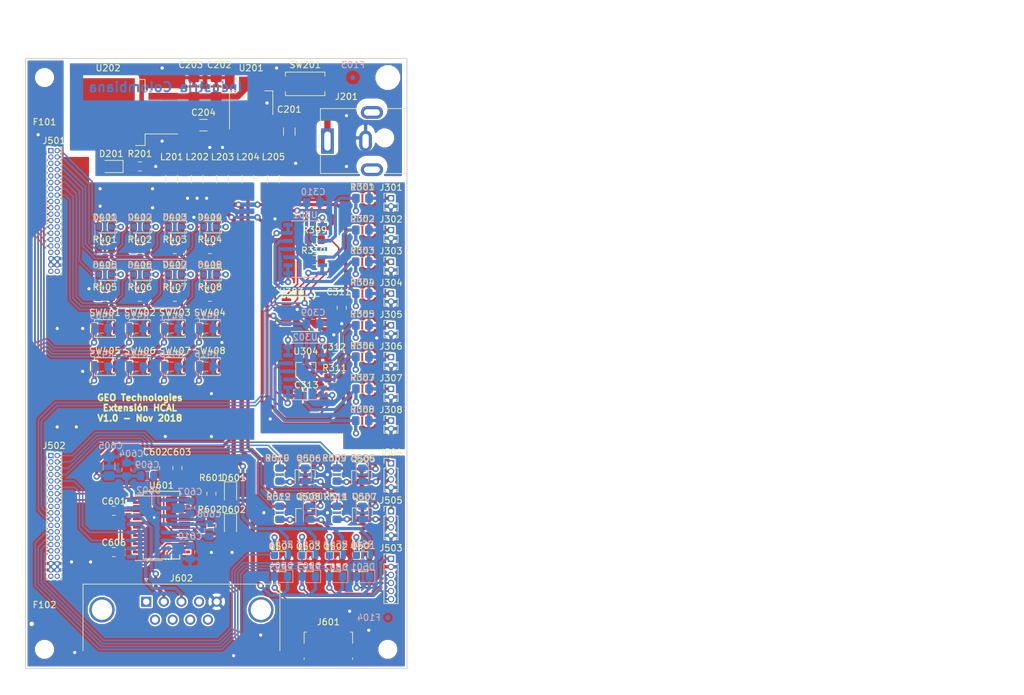
<source format=kicad_pcb>
(kicad_pcb (version 20171130) (host pcbnew 5.0.1-33cea8e~68~ubuntu18.04.1)
  (title_block (title "PBC TP Final - Tarjeta Expación GEO HCAL") (date 2018-11-13) (rev 1.0) (company "GEO Tecnologies") (comment 1 "Revisor: Telmo Moya") (comment 2 "Autor: Jairo Mena"))
  (layers (0 F.Cu signal) (31 B.Cu signal) (34 B.Paste user) (35 F.Paste user) (36 B.SilkS user) (37 F.SilkS user) (38 B.Mask user) (39 F.Mask user) (44 Edge.Cuts user))
  (net 0 "")
  (net 1 GNDPWR)
  (net 2 "/Fuente de Poder/PW12")
  (net 3 "/Fuente de Poder/PW5V")
  (net 4 "/Fuente de Poder/PW3V3")
  (net 5 "Net-(C301-Pad1)")
  (net 6 GNDA)
  (net 7 "Net-(C302-Pad1)")
  (net 8 "Net-(C303-Pad1)")
  (net 9 "Net-(C304-Pad1)")
  (net 10 "Net-(C305-Pad1)")
  (net 11 "Net-(C306-Pad1)")
  (net 12 "Net-(C307-Pad1)")
  (net 13 "Net-(C308-Pad1)")
  (net 14 +3V3)
  (net 15 +5V)
  (net 16 "/Conversión Analogo-Digital/VREF")
  (net 17 GNDD)
  (net 18 "Net-(C601-Pad1)")
  (net 19 "Net-(C607-Pad2)")
  (net 20 "Net-(C607-Pad1)")
  (net 21 "Net-(C608-Pad2)")
  (net 22 "Net-(C608-Pad1)")
  (net 23 "Net-(C609-Pad2)")
  (net 24 "Net-(C610-Pad1)")
  (net 25 "Net-(D201-Pad1)")
  (net 26 "Net-(D401-Pad2)")
  (net 27 "Net-(D401-Pad1)")
  (net 28 "Net-(D402-Pad1)")
  (net 29 "Net-(D402-Pad2)")
  (net 30 "Net-(D403-Pad2)")
  (net 31 "Net-(D403-Pad1)")
  (net 32 "Net-(D404-Pad1)")
  (net 33 "Net-(D404-Pad2)")
  (net 34 "Net-(D405-Pad1)")
  (net 35 "Net-(D405-Pad2)")
  (net 36 "Net-(D406-Pad1)")
  (net 37 "Net-(D406-Pad2)")
  (net 38 "Net-(D407-Pad2)")
  (net 39 "Net-(D407-Pad1)")
  (net 40 "Net-(D408-Pad2)")
  (net 41 "Net-(D408-Pad1)")
  (net 42 +12V)
  (net 43 "/Puertos de Entrada y Salida/CLOSE0")
  (net 44 "/Puertos de Entrada y Salida/OPEN0")
  (net 45 "/Puertos de Entrada y Salida/CLOSE1")
  (net 46 "/Puertos de Entrada y Salida/OPEN1")
  (net 47 "Net-(D601-Pad1)")
  (net 48 "Net-(D602-Pad1)")
  (net 49 "/Fuente de Poder/IN12V")
  (net 50 "Net-(J301-Pad1)")
  (net 51 "Net-(J302-Pad1)")
  (net 52 "Net-(J303-Pad1)")
  (net 53 "Net-(J304-Pad1)")
  (net 54 "Net-(J305-Pad1)")
  (net 55 "Net-(J306-Pad1)")
  (net 56 "Net-(J307-Pad1)")
  (net 57 "Net-(J308-Pad1)")
  (net 58 "/Puertos de Entrada y Salida/PWM0")
  (net 59 "/Puertos de Entrada y Salida/PWM1")
  (net 60 "/Puertos de Entrada y Salida/PWM2")
  (net 61 "/Puertos de Entrada y Salida/PWM3")
  (net 62 "/Puertos de Entrada y Salida/CL0")
  (net 63 "/Puertos de Entrada y Salida/OP0")
  (net 64 "/Puertos de Entrada y Salida/CL1")
  (net 65 "/Puertos de Entrada y Salida/OP1")
  (net 66 "Net-(J601-Pad1)")
  (net 67 /Comunicación/D-)
  (net 68 /Comunicación/D+)
  (net 69 "Net-(J601-Pad4)")
  (net 70 "Net-(J602-Pad1)")
  (net 71 /Comunicación/RS232_TxOut)
  (net 72 /Comunicación/RS232_RxIn)
  (net 73 "Net-(J602-Pad4)")
  (net 74 "Net-(J602-Pad6)")
  (net 75 "Net-(J602-Pad7)")
  (net 76 "Net-(J602-Pad8)")
  (net 77 "Net-(J602-Pad9)")
  (net 78 "Net-(R311-Pad2)")
  (net 79 "Net-(R601-Pad2)")
  (net 80 "Net-(R602-Pad2)")
  (net 81 "/Conversión Analogo-Digital/CH0")
  (net 82 "/Conversión Analogo-Digital/CH1")
  (net 83 "/Conversión Analogo-Digital/CH2")
  (net 84 "/Conversión Analogo-Digital/CH3")
  (net 85 "/Conversión Analogo-Digital/CH7")
  (net 86 "/Conversión Analogo-Digital/CH6")
  (net 87 "/Conversión Analogo-Digital/CH5")
  (net 88 "/Conversión Analogo-Digital/CH4")
  (net 89 "/Conversión Analogo-Digital/COM")
  (net 90 "Net-(U601-Pad2)")
  (net 91 "Net-(U601-Pad3)")
  (net 92 "Net-(U601-Pad6)")
  (net 93 "Net-(U601-Pad9)")
  (net 94 "Net-(U601-Pad10)")
  (net 95 "Net-(U601-Pad11)")
  (net 96 "Net-(U601-Pad12)")
  (net 97 "Net-(U601-Pad13)")
  (net 98 "Net-(U601-Pad14)")
  (net 99 "Net-(U601-Pad19)")
  (net 100 "Net-(U601-Pad26)")
  (net 101 "Net-(U601-Pad27)")
  (net 102 "Net-(U601-Pad28)")
  (net 103 "Net-(U602-Pad7)")
  (net 104 "Net-(U602-Pad8)")
  (net 105 "Net-(U602-Pad9)")
  (net 106 "Net-(U602-Pad10)")
  (net 107 "/Interfaz de Usuario/SW4")
  (net 108 "/Interfaz de Usuario/SW2")
  (net 109 "/Interfaz de Usuario/SW7")
  (net 110 "/Interfaz de Usuario/SW6")
  (net 111 "/Interfaz de Usuario/SW5")
  (net 112 "/Interfaz de Usuario/SW1")
  (net 113 "/Interfaz de Usuario/SW0")
  (net 114 "/Interfaz de Usuario/SW3")
  (net 115 "/Interfaz de Usuario/LED4")
  (net 116 "/Interfaz de Usuario/LED1")
  (net 117 "/Interfaz de Usuario/LED3")
  (net 118 "/Interfaz de Usuario/LED5")
  (net 119 "/Interfaz de Usuario/LED0")
  (net 120 "/Interfaz de Usuario/LED7")
  (net 121 "/Interfaz de Usuario/LED6")
  (net 122 "/Interfaz de Usuario/LED2")
  (net 123 "Net-(Q508-Pad1)")
  (net 124 "Net-(Q507-Pad1)")
  (net 125 "/Puertos de Entrada y Salida/PWM_OUT3")
  (net 126 "/Puertos de Entrada y Salida/PWM_OUT2")
  (net 127 "/Puertos de Entrada y Salida/PWM_OUT1")
  (net 128 "/Puertos de Entrada y Salida/PWM_OUT0")
  (net 129 "Net-(J501-Pad1)")
  (net 130 "Net-(J501-Pad3)")
  (net 131 "Net-(J501-Pad5)")
  (net 132 "Net-(J501-Pad7)")
  (net 133 "Net-(J501-Pad9)")
  (net 134 "Net-(J501-Pad11)")
  (net 135 "Net-(J501-Pad13)")
  (net 136 "Net-(J501-Pad15)")
  (net 137 "Net-(J501-Pad18)")
  (net 138 "Net-(J501-Pad20)")
  (net 139 "Net-(J501-Pad22)")
  (net 140 "Net-(J501-Pad24)")
  (net 141 "Net-(J501-Pad26)")
  (net 142 "Net-(J501-Pad28)")
  (net 143 "Net-(J501-Pad30)")
  (net 144 "Net-(J501-Pad32)")
  (net 145 "Net-(J501-Pad33)")
  (net 146 "Net-(J501-Pad34)")
  (net 147 "Net-(J501-Pad39)")
  (net 148 "Net-(J501-Pad40)")
  (net 149 "Net-(J502-Pad40)")
  (net 150 "Net-(J502-Pad39)")
  (net 151 "Net-(J502-Pad34)")
  (net 152 "Net-(J502-Pad33)")
  (net 153 "Net-(J502-Pad32)")
  (net 154 "Net-(J502-Pad30)")
  (net 155 "Net-(J502-Pad28)")
  (net 156 "Net-(J502-Pad26)")
  (net 157 "Net-(J502-Pad24)")
  (net 158 "Net-(J502-Pad23)")
  (net 159 "Net-(J502-Pad22)")
  (net 160 "Net-(J502-Pad20)")
  (net 161 "Net-(J502-Pad18)")
  (net 162 "Net-(J502-Pad17)")
  (net 163 "Net-(J502-Pad15)")
  (net 164 "Net-(Q506-Pad1)")
  (net 165 "Net-(Q505-Pad1)")
  (net 166 "Net-(J502-Pad5)")
  (net 167 "Net-(J502-Pad3)")
  (net 168 "Net-(J502-Pad9)")
  (net 169 "Net-(J502-Pad7)")
  (net 170 "Net-(J502-Pad13)")
  (net 171 "Net-(J502-Pad11)")
  (net 172 "Net-(J502-Pad1)")
  (net 173 "/Conversión Analogo-Digital/SCL")
  (net 174 "/Conversión Analogo-Digital/SDA")
  (net 175 /Comunicación/TXD)
  (net 176 /Comunicación/RXD)
  (net 177 /Comunicación/RxIn)
  (net 178 /Comunicación/TxOut)
  (module Connector_Dsub:DSUB-9_Male_Horizontal_P2.77x2.84mm_EdgePinOffset4.94mm_Housed_MountingHolesOffset7.48mm (layer F.Cu) (at 98 137.5)
    (fp_text reference J602 (at 5.54 -3.7) (layer F.SilkS))
    (fp_text value DB9_Male)
    (pad 1 thru_hole rect (at 0 0) (size 1.6 1.6) (drill 1) (layers *.Cu *.Mask) (net 70 "Net-(J602-Pad1)"))
    (pad 2 thru_hole circle (at 2.77 0) (size 1.6 1.6) (drill 1) (layers *.Cu *.Mask) (net 71 /Comunicación/RS232_TxOut))
    (pad 3 thru_hole circle (at 5.54 0) (size 1.6 1.6) (drill 1) (layers *.Cu *.Mask) (net 72 /Comunicación/RS232_RxIn))
    (pad 4 thru_hole circle (at 8.31 0) (size 1.6 1.6) (drill 1) (layers *.Cu *.Mask) (net 73 "Net-(J602-Pad4)"))
    (pad 5 thru_hole circle (at 11.08 0) (size 1.6 1.6) (drill 1) (layers *.Cu *.Mask) (net 17 GNDD))
    (pad 6 thru_hole circle (at 1.385 2.84) (size 1.6 1.6) (drill 1) (layers *.Cu *.Mask) (net 74 "Net-(J602-Pad6)"))
    (pad 7 thru_hole circle (at 4.155 2.84) (size 1.6 1.6) (drill 1) (layers *.Cu *.Mask) (net 75 "Net-(J602-Pad7)"))
    (pad 8 thru_hole circle (at 6.925 2.84) (size 1.6 1.6) (drill 1) (layers *.Cu *.Mask) (net 76 "Net-(J602-Pad8)"))
    (pad 9 thru_hole circle (at 9.695 2.84) (size 1.6 1.6) (drill 1) (layers *.Cu *.Mask) (net 77 "Net-(J602-Pad9)"))
    (pad 0 thru_hole circle (at -6.96 1.27) (size 4 4) (drill 3.2) (layers *.Cu *.Mask))
    (pad 0 thru_hole circle (at 18.04 1.27) (size 4 4) (drill 3.2) (layers *.Cu *.Mask))
  )
  (module Connector_BarrelJack:BarrelJack_CUI_PJ-063AH_Horizontal (layer F.Cu) (at 126.5 65 90)
    (fp_text reference J201 (at 7 3 180) (layer F.SilkS))
    (fp_text value Barrel_Jack)
    (pad 1 thru_hole rect (at 0 0 90) (size 4 2) (drill oval 3 1) (layers *.Cu *.Mask) (net 49 "/Fuente de Poder/IN12V"))
    (pad 2 thru_hole oval (at 0 6 90) (size 3.3 2) (drill oval 2.3 1) (layers *.Cu *.Mask) (net 1 GNDPWR))
    (pad MP thru_hole oval (at -4.5 7 90) (size 2 3.5) (drill oval 1 2.5) (layers *.Cu *.Mask))
    (pad MP thru_hole oval (at 4.5 7 90) (size 2 3.5) (drill oval 1 2.5) (layers *.Cu *.Mask))
    (pad "" np_thru_hole circle (at 0 9 90) (size 1.6 1.6) (drill 1.6) (layers *.Cu *.Mask))
  )
  (module Fiducial:Fiducial_0.75mm_Dia_1.5mm_Outer (layer B.Cu) (at 136 140)
    (fp_text reference F104 (at -3 0) (layer B.SilkS) (effects (justify mirror)))
    (fp_text value Fiducial)
    (pad ~ smd circle (at 0 0) (size 0.75 0.75) (layers B.Cu B.Mask) (clearance 0.375))
  )
  (module Fiducial:Fiducial_0.75mm_Dia_1.5mm_Outer (layer B.Cu) (at 130.5 55 180)
    (fp_text reference F103 (at 0 2 180) (layer B.SilkS) (effects (justify mirror)))
    (fp_text value Fiducial)
    (pad ~ smd circle (at 0 0 180) (size 0.75 0.75) (layers B.Cu B.Mask) (clearance 0.375))
  )
  (module Fiducial:Fiducial_0.75mm_Dia_1.5mm_Outer (layer F.Cu) (at 82 60)
    (fp_text reference F101 (at 0 2) (layer F.SilkS))
    (fp_text value Fiducial)
    (pad ~ smd circle (at 0 0) (size 0.75 0.75) (layers F.Cu F.Mask) (clearance 0.375))
  )
  (module Fiducial:Fiducial_0.75mm_Dia_1.5mm_Outer (layer F.Cu) (at 82 140)
    (fp_text reference F102 (at 0 -2) (layer F.SilkS))
    (fp_text value Fiducial)
    (pad ~ smd circle (at 0 0) (size 0.75 0.75) (layers F.Cu F.Mask) (clearance 0.375))
  )
  (module Connector_USB:USB_Micro-B_Molex_47346-0001 (layer F.Cu) (at 126.65 144)
    (fp_text reference J601 (at 0 -3.3 180) (layer F.SilkS))
    (fp_text value USB_B_Micro)
    (pad 1 smd rect (at -1.3 -1.46) (size 0.45 1.38) (layers F.Cu F.Paste F.Mask) (net 66 "Net-(J601-Pad1)"))
    (pad 2 smd rect (at -0.65 -1.46) (size 0.45 1.38) (layers F.Cu F.Paste F.Mask) (net 67 /Comunicación/D-))
    (pad 3 smd rect (at 0 -1.46) (size 0.45 1.38) (layers F.Cu F.Paste F.Mask) (net 68 /Comunicación/D+))
    (pad 4 smd rect (at 0.65 -1.46) (size 0.45 1.38) (layers F.Cu F.Paste F.Mask) (net 69 "Net-(J601-Pad4)"))
    (pad 5 smd rect (at 1.3 -1.46) (size 0.45 1.38) (layers F.Cu F.Paste F.Mask) (net 17 GNDD))
    (pad 6 smd rect (at -2.4625 -1.1) (size 1.475 2.1) (layers F.Cu F.Paste F.Mask) (net 17 GNDD))
    (pad 6 smd rect (at 2.4625 -1.1) (size 1.475 2.1) (layers F.Cu F.Paste F.Mask) (net 17 GNDD))
    (pad 6 smd rect (at -2.91 1.2) (size 2.375 1.9) (layers F.Cu F.Paste F.Mask) (net 17 GNDD))
    (pad 6 smd rect (at 2.91 1.2) (size 2.375 1.9) (layers F.Cu F.Paste F.Mask) (net 17 GNDD))
    (pad 6 smd rect (at -0.84 1.2) (size 1.175 1.9) (layers F.Cu F.Paste F.Mask) (net 17 GNDD))
    (pad 6 smd rect (at 0.84 1.2) (size 1.175 1.9) (layers F.Cu F.Paste F.Mask) (net 17 GNDD))
  )
  (module Package_SO:SOIC-16_3.9x9.9mm_P1.27mm (layer B.Cu) (at 98.4 125.95 180)
    (fp_text reference U602 (at 0 6 180) (layer B.SilkS) (effects (justify mirror)))
    (fp_text value MAX3232)
    (pad 1 smd rect (at -2.7 4.445 180) (size 1.5 0.6) (layers B.Cu B.Paste B.Mask) (net 20 "Net-(C607-Pad1)"))
    (pad 2 smd rect (at -2.7 3.175 180) (size 1.5 0.6) (layers B.Cu B.Paste B.Mask) (net 23 "Net-(C609-Pad2)"))
    (pad 3 smd rect (at -2.7 1.905 180) (size 1.5 0.6) (layers B.Cu B.Paste B.Mask) (net 19 "Net-(C607-Pad2)"))
    (pad 4 smd rect (at -2.7 0.635 180) (size 1.5 0.6) (layers B.Cu B.Paste B.Mask) (net 22 "Net-(C608-Pad1)"))
    (pad 5 smd rect (at -2.7 -0.635 180) (size 1.5 0.6) (layers B.Cu B.Paste B.Mask) (net 21 "Net-(C608-Pad2)"))
    (pad 6 smd rect (at -2.7 -1.905 180) (size 1.5 0.6) (layers B.Cu B.Paste B.Mask) (net 24 "Net-(C610-Pad1)"))
    (pad 7 smd rect (at -2.7 -3.175 180) (size 1.5 0.6) (layers B.Cu B.Paste B.Mask) (net 103 "Net-(U602-Pad7)"))
    (pad 8 smd rect (at -2.7 -4.445 180) (size 1.5 0.6) (layers B.Cu B.Paste B.Mask) (net 104 "Net-(U602-Pad8)"))
    (pad 9 smd rect (at 2.7 -4.445 180) (size 1.5 0.6) (layers B.Cu B.Paste B.Mask) (net 105 "Net-(U602-Pad9)"))
    (pad 10 smd rect (at 2.7 -3.175 180) (size 1.5 0.6) (layers B.Cu B.Paste B.Mask) (net 106 "Net-(U602-Pad10)"))
    (pad 11 smd rect (at 2.7 -1.905 180) (size 1.5 0.6) (layers B.Cu B.Paste B.Mask) (net 177 /Comunicación/RxIn))
    (pad 12 smd rect (at 2.7 -0.635 180) (size 1.5 0.6) (layers B.Cu B.Paste B.Mask) (net 178 /Comunicación/TxOut))
    (pad 13 smd rect (at 2.7 0.635 180) (size 1.5 0.6) (layers B.Cu B.Paste B.Mask) (net 72 /Comunicación/RS232_RxIn))
    (pad 14 smd rect (at 2.7 1.905 180) (size 1.5 0.6) (layers B.Cu B.Paste B.Mask) (net 71 /Comunicación/RS232_TxOut))
    (pad 15 smd rect (at 2.7 3.175 180) (size 1.5 0.6) (layers B.Cu B.Paste B.Mask) (net 17 GNDD))
    (pad 16 smd rect (at 2.7 4.445 180) (size 1.5 0.6) (layers B.Cu B.Paste B.Mask) (net 14 +3V3))
  )
  (module Resistor_SMD:R_0805_2012Metric_Pad1.15x1.40mm_HandSolder (layer B.Cu) (at 119 123.5 90)
    (fp_text reference R508 (at 2.5 -0.2) (layer B.SilkS) (effects (justify mirror)))
    (fp_text value 1K)
    (pad 1 smd roundrect (at -1.025 0 90) (size 1.15 1.4) (layers B.Cu B.Paste B.Mask) (roundrect_rratio 0.217391) (net 123 "Net-(Q508-Pad1)"))
    (pad 2 smd roundrect (at 1.025 0 90) (size 1.15 1.4) (layers B.Cu B.Paste B.Mask) (roundrect_rratio 0.217391) (net 65 "/Puertos de Entrada y Salida/OP1"))
  )
  (module Package_TO_SOT_SMD:SOT-23 (layer F.Cu) (at 132 123.5 90)
    (fp_text reference Q507 (at 2.5 0.3 180) (layer F.SilkS))
    (fp_text value FDV301N)
    (pad 3 smd rect (at 1 0 90) (size 0.9 0.8) (layers F.Cu F.Paste F.Mask) (net 17 GNDD))
    (pad 2 smd rect (at -1 0.95 90) (size 0.9 0.8) (layers F.Cu F.Paste F.Mask) (net 45 "/Puertos de Entrada y Salida/CLOSE1"))
    (pad 1 smd rect (at -1 -0.95 90) (size 0.9 0.8) (layers F.Cu F.Paste F.Mask) (net 124 "Net-(Q507-Pad1)"))
  )
  (module Package_TO_SOT_SMD:SOT-23 (layer F.Cu) (at 123.1 123.6 90)
    (fp_text reference Q508 (at 2.6 0.4 180) (layer F.SilkS))
    (fp_text value FDV301N)
    (pad 1 smd rect (at -1 -0.95 90) (size 0.9 0.8) (layers F.Cu F.Paste F.Mask) (net 123 "Net-(Q508-Pad1)"))
    (pad 2 smd rect (at -1 0.95 90) (size 0.9 0.8) (layers F.Cu F.Paste F.Mask) (net 46 "/Puertos de Entrada y Salida/OPEN1"))
    (pad 3 smd rect (at 1 0 90) (size 0.9 0.8) (layers F.Cu F.Paste F.Mask) (net 17 GNDD))
  )
  (module Connector_PinHeader_1.27mm:PinHeader_1x04_P1.27mm_Vertical (layer F.Cu) (at 136.5 123.25)
    (fp_text reference J505 (at 0 -1.695) (layer F.SilkS))
    (fp_text value Conn_01x04)
    (pad 1 thru_hole rect (at 0 0) (size 1 1) (drill 0.65) (layers *.Cu *.Mask) (net 42 +12V))
    (pad 2 thru_hole oval (at 0 1.27) (size 1 1) (drill 0.65) (layers *.Cu *.Mask) (net 45 "/Puertos de Entrada y Salida/CLOSE1"))
    (pad 3 thru_hole oval (at 0 2.54) (size 1 1) (drill 0.65) (layers *.Cu *.Mask) (net 46 "/Puertos de Entrada y Salida/OPEN1"))
    (pad 4 thru_hole oval (at 0 3.81) (size 1 1) (drill 0.65) (layers *.Cu *.Mask) (net 17 GNDD))
  )
  (module Connector_PinHeader_1.00mm:PinHeader_2x20_P1.00mm_Vertical (layer F.Cu) (at 83 66.5)
    (fp_text reference J501 (at 0.5 -1.56) (layer F.SilkS))
    (fp_text value Conn_01x40_Male)
    (pad 1 thru_hole rect (at 0 0) (size 0.85 0.85) (drill 0.5) (layers *.Cu *.Mask) (net 129 "Net-(J501-Pad1)"))
    (pad 2 thru_hole oval (at 1 0) (size 0.85 0.85) (drill 0.5) (layers *.Cu *.Mask) (net 119 "/Interfaz de Usuario/LED0"))
    (pad 3 thru_hole oval (at 0 1) (size 0.85 0.85) (drill 0.5) (layers *.Cu *.Mask) (net 130 "Net-(J501-Pad3)"))
    (pad 4 thru_hole oval (at 1 1) (size 0.85 0.85) (drill 0.5) (layers *.Cu *.Mask) (net 116 "/Interfaz de Usuario/LED1"))
    (pad 5 thru_hole oval (at 0 2) (size 0.85 0.85) (drill 0.5) (layers *.Cu *.Mask) (net 131 "Net-(J501-Pad5)"))
    (pad 6 thru_hole oval (at 1 2) (size 0.85 0.85) (drill 0.5) (layers *.Cu *.Mask) (net 122 "/Interfaz de Usuario/LED2"))
    (pad 7 thru_hole oval (at 0 3) (size 0.85 0.85) (drill 0.5) (layers *.Cu *.Mask) (net 132 "Net-(J501-Pad7)"))
    (pad 8 thru_hole oval (at 1 3) (size 0.85 0.85) (drill 0.5) (layers *.Cu *.Mask) (net 117 "/Interfaz de Usuario/LED3"))
    (pad 9 thru_hole oval (at 0 4) (size 0.85 0.85) (drill 0.5) (layers *.Cu *.Mask) (net 133 "Net-(J501-Pad9)"))
    (pad 10 thru_hole oval (at 1 4) (size 0.85 0.85) (drill 0.5) (layers *.Cu *.Mask) (net 115 "/Interfaz de Usuario/LED4"))
    (pad 11 thru_hole oval (at 0 5) (size 0.85 0.85) (drill 0.5) (layers *.Cu *.Mask) (net 134 "Net-(J501-Pad11)"))
    (pad 12 thru_hole oval (at 1 5) (size 0.85 0.85) (drill 0.5) (layers *.Cu *.Mask) (net 118 "/Interfaz de Usuario/LED5"))
    (pad 13 thru_hole oval (at 0 6) (size 0.85 0.85) (drill 0.5) (layers *.Cu *.Mask) (net 135 "Net-(J501-Pad13)"))
    (pad 14 thru_hole oval (at 1 6) (size 0.85 0.85) (drill 0.5) (layers *.Cu *.Mask) (net 121 "/Interfaz de Usuario/LED6"))
    (pad 15 thru_hole oval (at 0 7) (size 0.85 0.85) (drill 0.5) (layers *.Cu *.Mask) (net 136 "Net-(J501-Pad15)"))
    (pad 16 thru_hole oval (at 1 7) (size 0.85 0.85) (drill 0.5) (layers *.Cu *.Mask) (net 120 "/Interfaz de Usuario/LED7"))
    (pad 17 thru_hole oval (at 0 8) (size 0.85 0.85) (drill 0.5) (layers *.Cu *.Mask) (net 109 "/Interfaz de Usuario/SW7"))
    (pad 18 thru_hole oval (at 1 8) (size 0.85 0.85) (drill 0.5) (layers *.Cu *.Mask) (net 137 "Net-(J501-Pad18)"))
    (pad 19 thru_hole oval (at 0 9) (size 0.85 0.85) (drill 0.5) (layers *.Cu *.Mask) (net 110 "/Interfaz de Usuario/SW6"))
    (pad 20 thru_hole oval (at 1 9) (size 0.85 0.85) (drill 0.5) (layers *.Cu *.Mask) (net 138 "Net-(J501-Pad20)"))
    (pad 21 thru_hole oval (at 0 10) (size 0.85 0.85) (drill 0.5) (layers *.Cu *.Mask) (net 111 "/Interfaz de Usuario/SW5"))
    (pad 22 thru_hole oval (at 1 10) (size 0.85 0.85) (drill 0.5) (layers *.Cu *.Mask) (net 139 "Net-(J501-Pad22)"))
    (pad 23 thru_hole oval (at 0 11) (size 0.85 0.85) (drill 0.5) (layers *.Cu *.Mask) (net 107 "/Interfaz de Usuario/SW4"))
    (pad 24 thru_hole oval (at 1 11) (size 0.85 0.85) (drill 0.5) (layers *.Cu *.Mask) (net 140 "Net-(J501-Pad24)"))
    (pad 25 thru_hole oval (at 0 12) (size 0.85 0.85) (drill 0.5) (layers *.Cu *.Mask) (net 114 "/Interfaz de Usuario/SW3"))
    (pad 26 thru_hole oval (at 1 12) (size 0.85 0.85) (drill 0.5) (layers *.Cu *.Mask) (net 141 "Net-(J501-Pad26)"))
    (pad 27 thru_hole oval (at 0 13) (size 0.85 0.85) (drill 0.5) (layers *.Cu *.Mask) (net 108 "/Interfaz de Usuario/SW2"))
    (pad 28 thru_hole oval (at 1 13) (size 0.85 0.85) (drill 0.5) (layers *.Cu *.Mask) (net 142 "Net-(J501-Pad28)"))
    (pad 29 thru_hole oval (at 0 14) (size 0.85 0.85) (drill 0.5) (layers *.Cu *.Mask) (net 112 "/Interfaz de Usuario/SW1"))
    (pad 30 thru_hole oval (at 1 14) (size 0.85 0.85) (drill 0.5) (layers *.Cu *.Mask) (net 143 "Net-(J501-Pad30)"))
    (pad 31 thru_hole oval (at 0 15) (size 0.85 0.85) (drill 0.5) (layers *.Cu *.Mask) (net 113 "/Interfaz de Usuario/SW0"))
    (pad 32 thru_hole oval (at 1 15) (size 0.85 0.85) (drill 0.5) (layers *.Cu *.Mask) (net 144 "Net-(J501-Pad32)"))
    (pad 33 thru_hole oval (at 0 16) (size 0.85 0.85) (drill 0.5) (layers *.Cu *.Mask) (net 145 "Net-(J501-Pad33)"))
    (pad 34 thru_hole oval (at 1 16) (size 0.85 0.85) (drill 0.5) (layers *.Cu *.Mask) (net 146 "Net-(J501-Pad34)"))
    (pad 35 thru_hole oval (at 0 17) (size 0.85 0.85) (drill 0.5) (layers *.Cu *.Mask) (net 17 GNDD))
    (pad 36 thru_hole oval (at 1 17) (size 0.85 0.85) (drill 0.5) (layers *.Cu *.Mask) (net 17 GNDD))
    (pad 37 thru_hole oval (at 0 18) (size 0.85 0.85) (drill 0.5) (layers *.Cu *.Mask) (net 17 GNDD))
    (pad 38 thru_hole oval (at 1 18) (size 0.85 0.85) (drill 0.5) (layers *.Cu *.Mask) (net 17 GNDD))
    (pad 39 thru_hole oval (at 0 19) (size 0.85 0.85) (drill 0.5) (layers *.Cu *.Mask) (net 147 "Net-(J501-Pad39)"))
    (pad 40 thru_hole oval (at 1 19) (size 0.85 0.85) (drill 0.5) (layers *.Cu *.Mask) (net 148 "Net-(J501-Pad40)"))
  )
  (module Connector_PinHeader_1.27mm:PinHeader_1x06_P1.27mm_Vertical (layer F.Cu) (at 136.5 130.75)
    (fp_text reference J503 (at 0 -1.695) (layer F.SilkS))
    (fp_text value Conn_01x06_Male)
    (pad 1 thru_hole rect (at 0 0) (size 1 1) (drill 0.65) (layers *.Cu *.Mask) (net 15 +5V))
    (pad 2 thru_hole oval (at 0 1.27) (size 1 1) (drill 0.65) (layers *.Cu *.Mask) (net 17 GNDD))
    (pad 3 thru_hole oval (at 0 2.54) (size 1 1) (drill 0.65) (layers *.Cu *.Mask) (net 128 "/Puertos de Entrada y Salida/PWM_OUT0"))
    (pad 4 thru_hole oval (at 0 3.81) (size 1 1) (drill 0.65) (layers *.Cu *.Mask) (net 127 "/Puertos de Entrada y Salida/PWM_OUT1"))
    (pad 5 thru_hole oval (at 0 5.08) (size 1 1) (drill 0.65) (layers *.Cu *.Mask) (net 126 "/Puertos de Entrada y Salida/PWM_OUT2"))
    (pad 6 thru_hole oval (at 0 6.35) (size 1 1) (drill 0.65) (layers *.Cu *.Mask) (net 125 "/Puertos de Entrada y Salida/PWM_OUT3"))
  )
  (module Connector_PinHeader_1.27mm:PinHeader_1x04_P1.27mm_Vertical (layer F.Cu) (at 136.5 115.71)
    (fp_text reference J504 (at 0 -1.695) (layer F.SilkS))
    (fp_text value Conn_01x04)
    (pad 1 thru_hole rect (at 0 0) (size 1 1) (drill 0.65) (layers *.Cu *.Mask) (net 42 +12V))
    (pad 2 thru_hole oval (at 0 1.27) (size 1 1) (drill 0.65) (layers *.Cu *.Mask) (net 43 "/Puertos de Entrada y Salida/CLOSE0"))
    (pad 3 thru_hole oval (at 0 2.54) (size 1 1) (drill 0.65) (layers *.Cu *.Mask) (net 44 "/Puertos de Entrada y Salida/OPEN0"))
    (pad 4 thru_hole oval (at 0 3.81) (size 1 1) (drill 0.65) (layers *.Cu *.Mask) (net 17 GNDD))
  )
  (module Connector_PinHeader_1.00mm:PinHeader_2x20_P1.00mm_Vertical (layer F.Cu) (at 83 114.5)
    (fp_text reference J502 (at 0.5 -1.56) (layer F.SilkS))
    (fp_text value Conn_01x40_Male)
    (pad 40 thru_hole oval (at 1 19) (size 0.85 0.85) (drill 0.5) (layers *.Cu *.Mask) (net 149 "Net-(J502-Pad40)"))
    (pad 39 thru_hole oval (at 0 19) (size 0.85 0.85) (drill 0.5) (layers *.Cu *.Mask) (net 150 "Net-(J502-Pad39)"))
    (pad 38 thru_hole oval (at 1 18) (size 0.85 0.85) (drill 0.5) (layers *.Cu *.Mask) (net 17 GNDD))
    (pad 37 thru_hole oval (at 0 18) (size 0.85 0.85) (drill 0.5) (layers *.Cu *.Mask) (net 17 GNDD))
    (pad 36 thru_hole oval (at 1 17) (size 0.85 0.85) (drill 0.5) (layers *.Cu *.Mask) (net 17 GNDD))
    (pad 35 thru_hole oval (at 0 17) (size 0.85 0.85) (drill 0.5) (layers *.Cu *.Mask) (net 17 GNDD))
    (pad 34 thru_hole oval (at 1 16) (size 0.85 0.85) (drill 0.5) (layers *.Cu *.Mask) (net 151 "Net-(J502-Pad34)"))
    (pad 33 thru_hole oval (at 0 16) (size 0.85 0.85) (drill 0.5) (layers *.Cu *.Mask) (net 152 "Net-(J502-Pad33)"))
    (pad 32 thru_hole oval (at 1 15) (size 0.85 0.85) (drill 0.5) (layers *.Cu *.Mask) (net 153 "Net-(J502-Pad32)"))
    (pad 31 thru_hole oval (at 0 15) (size 0.85 0.85) (drill 0.5) (layers *.Cu *.Mask) (net 61 "/Puertos de Entrada y Salida/PWM3"))
    (pad 30 thru_hole oval (at 1 14) (size 0.85 0.85) (drill 0.5) (layers *.Cu *.Mask) (net 154 "Net-(J502-Pad30)"))
    (pad 29 thru_hole oval (at 0 14) (size 0.85 0.85) (drill 0.5) (layers *.Cu *.Mask) (net 60 "/Puertos de Entrada y Salida/PWM2"))
    (pad 28 thru_hole oval (at 1 13) (size 0.85 0.85) (drill 0.5) (layers *.Cu *.Mask) (net 155 "Net-(J502-Pad28)"))
    (pad 27 thru_hole oval (at 0 13) (size 0.85 0.85) (drill 0.5) (layers *.Cu *.Mask) (net 59 "/Puertos de Entrada y Salida/PWM1"))
    (pad 26 thru_hole oval (at 1 12) (size 0.85 0.85) (drill 0.5) (layers *.Cu *.Mask) (net 156 "Net-(J502-Pad26)"))
    (pad 25 thru_hole oval (at 0 12) (size 0.85 0.85) (drill 0.5) (layers *.Cu *.Mask) (net 58 "/Puertos de Entrada y Salida/PWM0"))
    (pad 24 thru_hole oval (at 1 11) (size 0.85 0.85) (drill 0.5) (layers *.Cu *.Mask) (net 157 "Net-(J502-Pad24)"))
    (pad 23 thru_hole oval (at 0 11) (size 0.85 0.85) (drill 0.5) (layers *.Cu *.Mask) (net 158 "Net-(J502-Pad23)"))
    (pad 22 thru_hole oval (at 1 10) (size 0.85 0.85) (drill 0.5) (layers *.Cu *.Mask) (net 159 "Net-(J502-Pad22)"))
    (pad 21 thru_hole oval (at 0 10) (size 0.85 0.85) (drill 0.5) (layers *.Cu *.Mask) (net 174 "/Conversión Analogo-Digital/SDA"))
    (pad 20 thru_hole oval (at 1 9) (size 0.85 0.85) (drill 0.5) (layers *.Cu *.Mask) (net 160 "Net-(J502-Pad20)"))
    (pad 19 thru_hole oval (at 0 9) (size 0.85 0.85) (drill 0.5) (layers *.Cu *.Mask) (net 173 "/Conversión Analogo-Digital/SCL"))
    (pad 18 thru_hole oval (at 1 8) (size 0.85 0.85) (drill 0.5) (layers *.Cu *.Mask) (net 161 "Net-(J502-Pad18)"))
    (pad 17 thru_hole oval (at 0 8) (size 0.85 0.85) (drill 0.5) (layers *.Cu *.Mask) (net 162 "Net-(J502-Pad17)"))
    (pad 16 thru_hole oval (at 1 7) (size 0.85 0.85) (drill 0.5) (layers *.Cu *.Mask) (net 175 /Comunicación/TXD))
    (pad 15 thru_hole oval (at 0 7) (size 0.85 0.85) (drill 0.5) (layers *.Cu *.Mask) (net 163 "Net-(J502-Pad15)"))
    (pad 14 thru_hole oval (at 1 6) (size 0.85 0.85) (drill 0.5) (layers *.Cu *.Mask) (net 176 /Comunicación/RXD))
    (pad 13 thru_hole oval (at 0 6) (size 0.85 0.85) (drill 0.5) (layers *.Cu *.Mask) (net 170 "Net-(J502-Pad13)"))
    (pad 12 thru_hole oval (at 1 5) (size 0.85 0.85) (drill 0.5) (layers *.Cu *.Mask) (net 177 /Comunicación/RxIn))
    (pad 11 thru_hole oval (at 0 5) (size 0.85 0.85) (drill 0.5) (layers *.Cu *.Mask) (net 171 "Net-(J502-Pad11)"))
    (pad 10 thru_hole oval (at 1 4) (size 0.85 0.85) (drill 0.5) (layers *.Cu *.Mask) (net 178 /Comunicación/TxOut))
    (pad 9 thru_hole oval (at 0 4) (size 0.85 0.85) (drill 0.5) (layers *.Cu *.Mask) (net 168 "Net-(J502-Pad9)"))
    (pad 8 thru_hole oval (at 1 3) (size 0.85 0.85) (drill 0.5) (layers *.Cu *.Mask) (net 65 "/Puertos de Entrada y Salida/OP1"))
    (pad 7 thru_hole oval (at 0 3) (size 0.85 0.85) (drill 0.5) (layers *.Cu *.Mask) (net 169 "Net-(J502-Pad7)"))
    (pad 6 thru_hole oval (at 1 2) (size 0.85 0.85) (drill 0.5) (layers *.Cu *.Mask) (net 64 "/Puertos de Entrada y Salida/CL1"))
    (pad 5 thru_hole oval (at 0 2) (size 0.85 0.85) (drill 0.5) (layers *.Cu *.Mask) (net 166 "Net-(J502-Pad5)"))
    (pad 4 thru_hole oval (at 1 1) (size 0.85 0.85) (drill 0.5) (layers *.Cu *.Mask) (net 63 "/Puertos de Entrada y Salida/OP0"))
    (pad 3 thru_hole oval (at 0 1) (size 0.85 0.85) (drill 0.5) (layers *.Cu *.Mask) (net 167 "Net-(J502-Pad3)"))
    (pad 2 thru_hole oval (at 1 0) (size 0.85 0.85) (drill 0.5) (layers *.Cu *.Mask) (net 62 "/Puertos de Entrada y Salida/CL0"))
    (pad 1 thru_hole rect (at 0 0) (size 0.85 0.85) (drill 0.5) (layers *.Cu *.Mask) (net 172 "Net-(J502-Pad1)"))
  )
  (module Package_TO_SOT_SMD:SOT-23 (layer F.Cu) (at 127.8 131.2)
    (fp_text reference Q502 (at -0.025216 -2.373874) (layer F.SilkS))
    (fp_text value FDV301N)
    (pad 3 smd rect (at 1 0) (size 0.9 0.8) (layers F.Cu F.Paste F.Mask) (net 17 GNDD))
    (pad 2 smd rect (at -1 0.95) (size 0.9 0.8) (layers F.Cu F.Paste F.Mask) (net 127 "/Puertos de Entrada y Salida/PWM_OUT1"))
    (pad 1 smd rect (at -1 -0.95) (size 0.9 0.8) (layers F.Cu F.Paste F.Mask) (net 59 "/Puertos de Entrada y Salida/PWM1"))
  )
  (module Package_TO_SOT_SMD:SOT-23 (layer F.Cu) (at 132.1 131.2)
    (fp_text reference Q501 (at 0 -2.5) (layer F.SilkS))
    (fp_text value FDV301N)
    (pad 1 smd rect (at -1 -0.95) (size 0.9 0.8) (layers F.Cu F.Paste F.Mask) (net 58 "/Puertos de Entrada y Salida/PWM0"))
    (pad 2 smd rect (at -1 0.95) (size 0.9 0.8) (layers F.Cu F.Paste F.Mask) (net 128 "/Puertos de Entrada y Salida/PWM_OUT0"))
    (pad 3 smd rect (at 1 0) (size 0.9 0.8) (layers F.Cu F.Paste F.Mask) (net 17 GNDD))
  )
  (module Package_TO_SOT_SMD:SOT-23 (layer F.Cu) (at 123.5 131.2)
    (fp_text reference Q503 (at 0 -2.4) (layer F.SilkS))
    (fp_text value FDV301N)
    (pad 3 smd rect (at 1 0) (size 0.9 0.8) (layers F.Cu F.Paste F.Mask) (net 17 GNDD))
    (pad 2 smd rect (at -1 0.95) (size 0.9 0.8) (layers F.Cu F.Paste F.Mask) (net 126 "/Puertos de Entrada y Salida/PWM_OUT2"))
    (pad 1 smd rect (at -1 -0.95) (size 0.9 0.8) (layers F.Cu F.Paste F.Mask) (net 60 "/Puertos de Entrada y Salida/PWM2"))
  )
  (module Package_TO_SOT_SMD:SOT-23 (layer F.Cu) (at 119.2 131.2)
    (fp_text reference Q504 (at 0 -2.4 180) (layer F.SilkS))
    (fp_text value FDV301N)
    (pad 1 smd rect (at -1 -0.95) (size 0.9 0.8) (layers F.Cu F.Paste F.Mask) (net 61 "/Puertos de Entrada y Salida/PWM3"))
    (pad 2 smd rect (at -1 0.95) (size 0.9 0.8) (layers F.Cu F.Paste F.Mask) (net 125 "/Puertos de Entrada y Salida/PWM_OUT3"))
    (pad 3 smd rect (at 1 0) (size 0.9 0.8) (layers F.Cu F.Paste F.Mask) (net 17 GNDD))
  )
  (module Package_TO_SOT_SMD:SOT-23 (layer F.Cu) (at 131.9 117.625 90)
    (fp_text reference Q505 (at 2.6 0.2 180) (layer F.SilkS))
    (fp_text value FDV301N)
    (pad 3 smd rect (at 1 0 90) (size 0.9 0.8) (layers F.Cu F.Paste F.Mask) (net 17 GNDD))
    (pad 2 smd rect (at -1 0.95 90) (size 0.9 0.8) (layers F.Cu F.Paste F.Mask) (net 43 "/Puertos de Entrada y Salida/CLOSE0"))
    (pad 1 smd rect (at -1 -0.95 90) (size 0.9 0.8) (layers F.Cu F.Paste F.Mask) (net 165 "Net-(Q505-Pad1)"))
  )
  (module Package_TO_SOT_SMD:SOT-23 (layer F.Cu) (at 123 117.5 90)
    (fp_text reference Q506 (at 2.55 0.55 180) (layer F.SilkS))
    (fp_text value FDV301N)
    (pad 1 smd rect (at -1 -0.95 90) (size 0.9 0.8) (layers F.Cu F.Paste F.Mask) (net 164 "Net-(Q506-Pad1)"))
    (pad 2 smd rect (at -1 0.95 90) (size 0.9 0.8) (layers F.Cu F.Paste F.Mask) (net 44 "/Puertos de Entrada y Salida/OPEN0"))
    (pad 3 smd rect (at 1 0 90) (size 0.9 0.8) (layers F.Cu F.Paste F.Mask) (net 17 GNDD))
  )
  (module Package_SO:SSOP-28_5.3x10.2mm_P0.65mm (layer F.Cu) (at 100.4 125.45)
    (fp_text reference U601 (at 0 -6.25) (layer F.SilkS))
    (fp_text value FT232RL)
    (pad 1 smd rect (at -3.6 -4.225) (size 1.75 0.45) (layers F.Cu F.Paste F.Mask) (net 175 /Comunicación/TXD))
    (pad 2 smd rect (at -3.6 -3.575) (size 1.75 0.45) (layers F.Cu F.Paste F.Mask) (net 90 "Net-(U601-Pad2)"))
    (pad 3 smd rect (at -3.6 -2.925) (size 1.75 0.45) (layers F.Cu F.Paste F.Mask) (net 91 "Net-(U601-Pad3)"))
    (pad 4 smd rect (at -3.6 -2.275) (size 1.75 0.45) (layers F.Cu F.Paste F.Mask) (net 18 "Net-(C601-Pad1)"))
    (pad 5 smd rect (at -3.6 -1.625) (size 1.75 0.45) (layers F.Cu F.Paste F.Mask) (net 176 /Comunicación/RXD))
    (pad 6 smd rect (at -3.6 -0.975) (size 1.75 0.45) (layers F.Cu F.Paste F.Mask) (net 92 "Net-(U601-Pad6)"))
    (pad 7 smd rect (at -3.6 -0.325) (size 1.75 0.45) (layers F.Cu F.Paste F.Mask) (net 17 GNDD))
    (pad 8 smd rect (at -3.6 0.325) (size 1.75 0.45) (layers F.Cu F.Paste F.Mask))
    (pad 9 smd rect (at -3.6 0.975) (size 1.75 0.45) (layers F.Cu F.Paste F.Mask) (net 93 "Net-(U601-Pad9)"))
    (pad 10 smd rect (at -3.6 1.625) (size 1.75 0.45) (layers F.Cu F.Paste F.Mask) (net 94 "Net-(U601-Pad10)"))
    (pad 11 smd rect (at -3.6 2.275) (size 1.75 0.45) (layers F.Cu F.Paste F.Mask) (net 95 "Net-(U601-Pad11)"))
    (pad 12 smd rect (at -3.6 2.925) (size 1.75 0.45) (layers F.Cu F.Paste F.Mask) (net 96 "Net-(U601-Pad12)"))
    (pad 13 smd rect (at -3.6 3.575) (size 1.75 0.45) (layers F.Cu F.Paste F.Mask) (net 97 "Net-(U601-Pad13)"))
    (pad 14 smd rect (at -3.6 4.225) (size 1.75 0.45) (layers F.Cu F.Paste F.Mask) (net 98 "Net-(U601-Pad14)"))
    (pad 15 smd rect (at 3.6 4.225) (size 1.75 0.45) (layers F.Cu F.Paste F.Mask) (net 68 /Comunicación/D+))
    (pad 16 smd rect (at 3.6 3.575) (size 1.75 0.45) (layers F.Cu F.Paste F.Mask) (net 67 /Comunicación/D-))
    (pad 17 smd rect (at 3.6 2.925) (size 1.75 0.45) (layers F.Cu F.Paste F.Mask) (net 18 "Net-(C601-Pad1)"))
    (pad 18 smd rect (at 3.6 2.275) (size 1.75 0.45) (layers F.Cu F.Paste F.Mask) (net 17 GNDD))
    (pad 19 smd rect (at 3.6 1.625) (size 1.75 0.45) (layers F.Cu F.Paste F.Mask) (net 99 "Net-(U601-Pad19)"))
    (pad 20 smd rect (at 3.6 0.975) (size 1.75 0.45) (layers F.Cu F.Paste F.Mask) (net 15 +5V))
    (pad 21 smd rect (at 3.6 0.325) (size 1.75 0.45) (layers F.Cu F.Paste F.Mask) (net 17 GNDD))
    (pad 22 smd rect (at 3.6 -0.325) (size 1.75 0.45) (layers F.Cu F.Paste F.Mask) (net 80 "Net-(R602-Pad2)"))
    (pad 23 smd rect (at 3.6 -0.975) (size 1.75 0.45) (layers F.Cu F.Paste F.Mask) (net 79 "Net-(R601-Pad2)"))
    (pad 24 smd rect (at 3.6 -1.625) (size 1.75 0.45) (layers F.Cu F.Paste F.Mask))
    (pad 25 smd rect (at 3.6 -2.275) (size 1.75 0.45) (layers F.Cu F.Paste F.Mask) (net 17 GNDD))
    (pad 26 smd rect (at 3.6 -2.925) (size 1.75 0.45) (layers F.Cu F.Paste F.Mask) (net 100 "Net-(U601-Pad26)"))
    (pad 27 smd rect (at 3.6 -3.575) (size 1.75 0.45) (layers F.Cu F.Paste F.Mask) (net 101 "Net-(U601-Pad27)"))
    (pad 28 smd rect (at 3.6 -4.225) (size 1.75 0.45) (layers F.Cu F.Paste F.Mask) (net 102 "Net-(U601-Pad28)"))
  )
  (module Capacitor_SMD:C_0805_2012Metric_Pad1.15x1.40mm_HandSolder (layer B.Cu) (at 107.9 126.2 270)
    (fp_text reference C608 (at -2.5 0) (layer B.SilkS) (effects (justify mirror)))
    (fp_text value 0.1uF)
    (pad 2 smd roundrect (at 1.025 0 270) (size 1.15 1.4) (layers B.Cu B.Paste B.Mask) (roundrect_rratio 0.217391) (net 21 "Net-(C608-Pad2)"))
    (pad 1 smd roundrect (at -1.025 0 270) (size 1.15 1.4) (layers B.Cu B.Paste B.Mask) (roundrect_rratio 0.217391) (net 22 "Net-(C608-Pad1)"))
  )
  (module LED_SMD:LED_0805_2012Metric_Pad1.15x1.40mm_HandSolder (layer F.Cu) (at 111.25 125.5 270)
    (fp_text reference D602 (at -2.5 -0.5) (layer F.SilkS))
    (fp_text value LED)
    (pad 1 smd roundrect (at -1.025 0 270) (size 1.15 1.4) (layers F.Cu F.Paste F.Mask) (roundrect_rratio 0.217391) (net 48 "Net-(D602-Pad1)"))
    (pad 2 smd roundrect (at 1.025 0 270) (size 1.15 1.4) (layers F.Cu F.Paste F.Mask) (roundrect_rratio 0.217391) (net 15 +5V))
  )
  (module Button_Switch_SMD:SW_SPST_EVQPE1 (layer F.Cu) (at 123 56 180)
    (fp_text reference SW201 (at 0 3 180) (layer F.SilkS))
    (fp_text value SW_DIP_x01)
    (pad 2 smd rect (at 2.7 0 180) (size 2 1.6) (layers F.Cu F.Paste F.Mask) (net 2 "/Fuente de Poder/PW12"))
    (pad 1 smd rect (at -2.7 0 180) (size 2 1.6) (layers F.Cu F.Paste F.Mask) (net 49 "/Fuente de Poder/IN12V"))
  )
  (module Capacitor_SMD:C_1206_3216Metric_Pad1.42x1.75mm_HandSolder (layer F.Cu) (at 120.5 63.5 270)
    (fp_text reference C201 (at -3.4875 0) (layer F.SilkS))
    (fp_text value 10uF)
    (pad 2 smd roundrect (at 1.4875 0 270) (size 1.425 1.75) (layers F.Cu F.Paste F.Mask) (roundrect_rratio 0.175439) (net 1 GNDPWR))
    (pad 1 smd roundrect (at -1.4875 0 270) (size 1.425 1.75) (layers F.Cu F.Paste F.Mask) (roundrect_rratio 0.175439) (net 2 "/Fuente de Poder/PW12"))
  )
  (module Capacitor_SMD:C_1206_3216Metric_Pad1.42x1.75mm_HandSolder (layer F.Cu) (at 109 56.5 90)
    (fp_text reference C202 (at 3.5 0.5 180) (layer F.SilkS))
    (fp_text value 10uF)
    (pad 1 smd roundrect (at -1.4875 0 90) (size 1.425 1.75) (layers F.Cu F.Paste F.Mask) (roundrect_rratio 0.175439) (net 3 "/Fuente de Poder/PW5V"))
    (pad 2 smd roundrect (at 1.4875 0 90) (size 1.425 1.75) (layers F.Cu F.Paste F.Mask) (roundrect_rratio 0.175439) (net 1 GNDPWR))
  )
  (module Capacitor_SMD:C_1206_3216Metric_Pad1.42x1.75mm_HandSolder (layer F.Cu) (at 105.5 56.5 90)
    (fp_text reference C203 (at 3.5 -0.5 180) (layer F.SilkS))
    (fp_text value 10uF)
    (pad 2 smd roundrect (at 1.4875 0 90) (size 1.425 1.75) (layers F.Cu F.Paste F.Mask) (roundrect_rratio 0.175439) (net 1 GNDPWR))
    (pad 1 smd roundrect (at -1.4875 0 90) (size 1.425 1.75) (layers F.Cu F.Paste F.Mask) (roundrect_rratio 0.175439) (net 3 "/Fuente de Poder/PW5V"))
  )
  (module Capacitor_SMD:C_1206_3216Metric_Pad1.42x1.75mm_HandSolder (layer F.Cu) (at 107 62.5)
    (fp_text reference C204 (at 0 -2) (layer F.SilkS))
    (fp_text value 10uF)
    (pad 1 smd roundrect (at -1.4875 0) (size 1.425 1.75) (layers F.Cu F.Paste F.Mask) (roundrect_rratio 0.175439) (net 4 "/Fuente de Poder/PW3V3"))
    (pad 2 smd roundrect (at 1.4875 0) (size 1.425 1.75) (layers F.Cu F.Paste F.Mask) (roundrect_rratio 0.175439) (net 1 GNDPWR))
  )
  (module Capacitor_SMD:C_0805_2012Metric_Pad1.15x1.40mm_HandSolder (layer B.Cu) (at 132.025 74)
    (fp_text reference C301 (at -0.025 -1.75) (layer B.SilkS) (effects (justify mirror)))
    (fp_text value 1uF)
    (pad 1 smd roundrect (at -1.025 0) (size 1.15 1.4) (layers B.Cu B.Paste B.Mask) (roundrect_rratio 0.217391) (net 5 "Net-(C301-Pad1)"))
    (pad 2 smd roundrect (at 1.025 0) (size 1.15 1.4) (layers B.Cu B.Paste B.Mask) (roundrect_rratio 0.217391) (net 6 GNDA))
  )
  (module Capacitor_SMD:C_0805_2012Metric_Pad1.15x1.40mm_HandSolder (layer B.Cu) (at 132 79)
    (fp_text reference C302 (at 0 -1.75) (layer B.SilkS) (effects (justify mirror)))
    (fp_text value 1uF)
    (pad 1 smd roundrect (at -1.025 0) (size 1.15 1.4) (layers B.Cu B.Paste B.Mask) (roundrect_rratio 0.217391) (net 7 "Net-(C302-Pad1)"))
    (pad 2 smd roundrect (at 1.025 0) (size 1.15 1.4) (layers B.Cu B.Paste B.Mask) (roundrect_rratio 0.217391) (net 6 GNDA))
  )
  (module Capacitor_SMD:C_0805_2012Metric_Pad1.15x1.40mm_HandSolder (layer B.Cu) (at 131.975 84)
    (fp_text reference C303 (at 0.025 -1.75) (layer B.SilkS) (effects (justify mirror)))
    (fp_text value 1uF)
    (pad 1 smd roundrect (at -1.025 0) (size 1.15 1.4) (layers B.Cu B.Paste B.Mask) (roundrect_rratio 0.217391) (net 8 "Net-(C303-Pad1)"))
    (pad 2 smd roundrect (at 1.025 0) (size 1.15 1.4) (layers B.Cu B.Paste B.Mask) (roundrect_rratio 0.217391) (net 6 GNDA))
  )
  (module Capacitor_SMD:C_0805_2012Metric_Pad1.15x1.40mm_HandSolder (layer B.Cu) (at 132 89)
    (fp_text reference C304 (at 0 -1.75) (layer B.SilkS) (effects (justify mirror)))
    (fp_text value 1uF)
    (pad 2 smd roundrect (at 1.025 0) (size 1.15 1.4) (layers B.Cu B.Paste B.Mask) (roundrect_rratio 0.217391) (net 6 GNDA))
    (pad 1 smd roundrect (at -1.025 0) (size 1.15 1.4) (layers B.Cu B.Paste B.Mask) (roundrect_rratio 0.217391) (net 9 "Net-(C304-Pad1)"))
  )
  (module Capacitor_SMD:C_0805_2012Metric_Pad1.15x1.40mm_HandSolder (layer B.Cu) (at 132.025 94)
    (fp_text reference C305 (at 0 -1.75) (layer B.SilkS) (effects (justify mirror)))
    (fp_text value 1uF)
    (pad 1 smd roundrect (at -1.025 0) (size 1.15 1.4) (layers B.Cu B.Paste B.Mask) (roundrect_rratio 0.217391) (net 10 "Net-(C305-Pad1)"))
    (pad 2 smd roundrect (at 1.025 0) (size 1.15 1.4) (layers B.Cu B.Paste B.Mask) (roundrect_rratio 0.217391) (net 6 GNDA))
  )
  (module Capacitor_SMD:C_0805_2012Metric_Pad1.15x1.40mm_HandSolder (layer B.Cu) (at 132.025 99)
    (fp_text reference C306 (at -0.025 -1.75) (layer B.SilkS) (effects (justify mirror)))
    (fp_text value 1uF)
    (pad 2 smd roundrect (at 1.025 0) (size 1.15 1.4) (layers B.Cu B.Paste B.Mask) (roundrect_rratio 0.217391) (net 6 GNDA))
    (pad 1 smd roundrect (at -1.025 0) (size 1.15 1.4) (layers B.Cu B.Paste B.Mask) (roundrect_rratio 0.217391) (net 11 "Net-(C306-Pad1)"))
  )
  (module Capacitor_SMD:C_0805_2012Metric_Pad1.15x1.40mm_HandSolder (layer B.Cu) (at 132.025 104)
    (fp_text reference C307 (at -0.025 -1.75) (layer B.SilkS) (effects (justify mirror)))
    (fp_text value 1uF)
    (pad 1 smd roundrect (at -1.025 0) (size 1.15 1.4) (layers B.Cu B.Paste B.Mask) (roundrect_rratio 0.217391) (net 12 "Net-(C307-Pad1)"))
    (pad 2 smd roundrect (at 1.025 0) (size 1.15 1.4) (layers B.Cu B.Paste B.Mask) (roundrect_rratio 0.217391) (net 6 GNDA))
  )
  (module Capacitor_SMD:C_0805_2012Metric_Pad1.15x1.40mm_HandSolder (layer B.Cu) (at 131.975 109)
    (fp_text reference C308 (at 0.025 -1.75) (layer B.SilkS) (effects (justify mirror)))
    (fp_text value 1uF)
    (pad 2 smd roundrect (at 1.025 0) (size 1.15 1.4) (layers B.Cu B.Paste B.Mask) (roundrect_rratio 0.217391) (net 6 GNDA))
    (pad 1 smd roundrect (at -1.025 0) (size 1.15 1.4) (layers B.Cu B.Paste B.Mask) (roundrect_rratio 0.217391) (net 13 "Net-(C308-Pad1)"))
  )
  (module Capacitor_SMD:C_0805_2012Metric_Pad1.15x1.40mm_HandSolder (layer B.Cu) (at 124.25 93.75)
    (fp_text reference C309 (at 0 -1.75) (layer B.SilkS) (effects (justify mirror)))
    (fp_text value 0.1uF)
    (pad 1 smd roundrect (at -1.025 0) (size 1.15 1.4) (layers B.Cu B.Paste B.Mask) (roundrect_rratio 0.217391) (net 14 +3V3))
    (pad 2 smd roundrect (at 1.025 0) (size 1.15 1.4) (layers B.Cu B.Paste B.Mask) (roundrect_rratio 0.217391) (net 6 GNDA))
  )
  (module Capacitor_SMD:C_0805_2012Metric_Pad1.15x1.40mm_HandSolder (layer B.Cu) (at 124.25 74.7)
    (fp_text reference C310 (at 0 -1.7) (layer B.SilkS) (effects (justify mirror)))
    (fp_text value 0.1uF)
    (pad 1 smd roundrect (at -1.025 0) (size 1.15 1.4) (layers B.Cu B.Paste B.Mask) (roundrect_rratio 0.217391) (net 14 +3V3))
    (pad 2 smd roundrect (at 1.025 0) (size 1.15 1.4) (layers B.Cu B.Paste B.Mask) (roundrect_rratio 0.217391) (net 6 GNDA))
  )
  (module Capacitor_SMD:C_0805_2012Metric_Pad1.15x1.40mm_HandSolder (layer F.Cu) (at 128.75 91.25 270)
    (fp_text reference C311 (at -2.5 0.5) (layer F.SilkS))
    (fp_text value 0.1uF)
    (pad 2 smd roundrect (at 1.025 0 270) (size 1.15 1.4) (layers F.Cu F.Paste F.Mask) (roundrect_rratio 0.217391) (net 6 GNDA))
    (pad 1 smd roundrect (at -1.025 0 270) (size 1.15 1.4) (layers F.Cu F.Paste F.Mask) (roundrect_rratio 0.217391) (net 15 +5V))
  )
  (module Capacitor_SMD:C_0805_2012Metric_Pad1.15x1.40mm_HandSolder (layer F.Cu) (at 127.6 99 180)
    (fp_text reference C312 (at 0.125 1.6) (layer F.SilkS))
    (fp_text value 1uF)
    (pad 1 smd roundrect (at -1.025 0 180) (size 1.15 1.4) (layers F.Cu F.Paste F.Mask) (roundrect_rratio 0.217391) (net 16 "/Conversión Analogo-Digital/VREF"))
    (pad 2 smd roundrect (at 1.025 0 180) (size 1.15 1.4) (layers F.Cu F.Paste F.Mask) (roundrect_rratio 0.217391) (net 6 GNDA))
  )
  (module Capacitor_SMD:C_0805_2012Metric_Pad1.15x1.40mm_HandSolder (layer F.Cu) (at 123.2 105.1 180)
    (fp_text reference C313 (at 0 1.7 180) (layer F.SilkS))
    (fp_text value 0.1uF)
    (pad 1 smd roundrect (at -1.025 0 180) (size 1.15 1.4) (layers F.Cu F.Paste F.Mask) (roundrect_rratio 0.217391) (net 14 +3V3))
    (pad 2 smd roundrect (at 1.025 0 180) (size 1.15 1.4) (layers F.Cu F.Paste F.Mask) (roundrect_rratio 0.217391) (net 6 GNDA))
  )
  (module Capacitor_SMD:C_0805_2012Metric_Pad1.15x1.40mm_HandSolder (layer F.Cu) (at 92.9 123.2 180)
    (fp_text reference C601 (at 0 1.5) (layer F.SilkS))
    (fp_text value 0.1uF)
    (pad 2 smd roundrect (at 1.025 0 180) (size 1.15 1.4) (layers F.Cu F.Paste F.Mask) (roundrect_rratio 0.217391) (net 17 GNDD))
    (pad 1 smd roundrect (at -1.025 0 180) (size 1.15 1.4) (layers F.Cu F.Paste F.Mask) (roundrect_rratio 0.217391) (net 18 "Net-(C601-Pad1)"))
  )
  (module Capacitor_SMD:C_0805_2012Metric_Pad1.15x1.40mm_HandSolder (layer F.Cu) (at 99.4 116.45 90)
    (fp_text reference C602 (at 2.5 0 180) (layer F.SilkS))
    (fp_text value 0.1uF)
    (pad 1 smd roundrect (at -1.025 0 90) (size 1.15 1.4) (layers F.Cu F.Paste F.Mask) (roundrect_rratio 0.217391) (net 15 +5V))
    (pad 2 smd roundrect (at 1.025 0 90) (size 1.15 1.4) (layers F.Cu F.Paste F.Mask) (roundrect_rratio 0.217391) (net 17 GNDD))
  )
  (module Capacitor_SMD:C_0805_2012Metric_Pad1.15x1.40mm_HandSolder (layer F.Cu) (at 102.9 116.45 90)
    (fp_text reference C603 (at 2.5 0.25 180) (layer F.SilkS))
    (fp_text value 1uF)
    (pad 2 smd roundrect (at 1.025 0 90) (size 1.15 1.4) (layers F.Cu F.Paste F.Mask) (roundrect_rratio 0.217391) (net 17 GNDD))
    (pad 1 smd roundrect (at -1.025 0 90) (size 1.15 1.4) (layers F.Cu F.Paste F.Mask) (roundrect_rratio 0.217391) (net 15 +5V))
  )
  (module Capacitor_SMD:C_0805_2012Metric_Pad1.15x1.40mm_HandSolder (layer B.Cu) (at 94.9 116.7 90)
    (fp_text reference C604 (at 2.5 0.75 180) (layer B.SilkS) (effects (justify mirror)))
    (fp_text value 0.1uF)
    (pad 1 smd roundrect (at -1.025 0 90) (size 1.15 1.4) (layers B.Cu B.Paste B.Mask) (roundrect_rratio 0.217391) (net 14 +3V3))
    (pad 2 smd roundrect (at 1.025 0 90) (size 1.15 1.4) (layers B.Cu B.Paste B.Mask) (roundrect_rratio 0.217391) (net 17 GNDD))
  )
  (module Capacitor_SMD:C_1206_3216Metric_Pad1.42x1.75mm_HandSolder (layer B.Cu) (at 92.15 116.2 90)
    (fp_text reference C605 (at 3.25 0.25 180) (layer B.SilkS) (effects (justify mirror)))
    (fp_text value 2.2uF)
    (pad 2 smd roundrect (at 1.4875 0 90) (size 1.425 1.75) (layers B.Cu B.Paste B.Mask) (roundrect_rratio 0.175439) (net 17 GNDD))
    (pad 1 smd roundrect (at -1.4875 0 90) (size 1.425 1.75) (layers B.Cu B.Paste B.Mask) (roundrect_rratio 0.175439) (net 14 +3V3))
  )
  (module Capacitor_SMD:C_0805_2012Metric_Pad1.15x1.40mm_HandSolder (layer F.Cu) (at 92.9 129.7 180)
    (fp_text reference C606 (at 0 1.5) (layer F.SilkS))
    (fp_text value 0.1uF)
    (pad 2 smd roundrect (at 1.025 0 180) (size 1.15 1.4) (layers F.Cu F.Paste F.Mask) (roundrect_rratio 0.217391) (net 17 GNDD))
    (pad 1 smd roundrect (at -1.025 0 180) (size 1.15 1.4) (layers F.Cu F.Paste F.Mask) (roundrect_rratio 0.217391) (net 18 "Net-(C601-Pad1)"))
  )
  (module Capacitor_SMD:C_0805_2012Metric_Pad1.15x1.40mm_HandSolder (layer B.Cu) (at 104.9 122.7 270)
    (fp_text reference C607 (at -2.5 0) (layer B.SilkS) (effects (justify mirror)))
    (fp_text value 0.1uF)
    (pad 2 smd roundrect (at 1.025 0 270) (size 1.15 1.4) (layers B.Cu B.Paste B.Mask) (roundrect_rratio 0.217391) (net 19 "Net-(C607-Pad2)"))
    (pad 1 smd roundrect (at -1.025 0 270) (size 1.15 1.4) (layers B.Cu B.Paste B.Mask) (roundrect_rratio 0.217391) (net 20 "Net-(C607-Pad1)"))
  )
  (module Capacitor_SMD:C_0805_2012Metric_Pad1.15x1.40mm_HandSolder (layer B.Cu) (at 98.15 117.7)
    (fp_text reference C609 (at 0 -1.75) (layer B.SilkS) (effects (justify mirror)))
    (fp_text value 0.1uF)
    (pad 1 smd roundrect (at -1.025 0) (size 1.15 1.4) (layers B.Cu B.Paste B.Mask) (roundrect_rratio 0.217391) (net 14 +3V3))
    (pad 2 smd roundrect (at 1.025 0) (size 1.15 1.4) (layers B.Cu B.Paste B.Mask) (roundrect_rratio 0.217391) (net 23 "Net-(C609-Pad2)"))
  )
  (module Capacitor_SMD:C_0805_2012Metric_Pad1.15x1.40mm_HandSolder (layer B.Cu) (at 104.9 129.7 270)
    (fp_text reference C610 (at -2.5 0) (layer B.SilkS) (effects (justify mirror)))
    (fp_text value 0.1uF)
    (pad 1 smd roundrect (at -1.025 0 270) (size 1.15 1.4) (layers B.Cu B.Paste B.Mask) (roundrect_rratio 0.217391) (net 24 "Net-(C610-Pad1)"))
    (pad 2 smd roundrect (at 1.025 0 270) (size 1.15 1.4) (layers B.Cu B.Paste B.Mask) (roundrect_rratio 0.217391) (net 17 GNDD))
  )
  (module LED_SMD:LED_0805_2012Metric_Pad1.15x1.40mm_HandSolder (layer F.Cu) (at 92.5 69 180)
    (fp_text reference D201 (at 0 2 180) (layer F.SilkS))
    (fp_text value LED)
    (pad 2 smd roundrect (at 1.025 0 180) (size 1.15 1.4) (layers F.Cu F.Paste F.Mask) (roundrect_rratio 0.217391) (net 4 "/Fuente de Poder/PW3V3"))
    (pad 1 smd roundrect (at -1.025 0 180) (size 1.15 1.4) (layers F.Cu F.Paste F.Mask) (roundrect_rratio 0.217391) (net 25 "Net-(D201-Pad1)"))
  )
  (module LED_SMD:LED_0805_2012Metric_Pad1.15x1.40mm_HandSolder (layer F.Cu) (at 91.5 78.5 180)
    (fp_text reference D401 (at 0 1.5 180) (layer F.SilkS))
    (fp_text value LED)
    (pad 2 smd roundrect (at 1.025 0 180) (size 1.15 1.4) (layers F.Cu F.Paste F.Mask) (roundrect_rratio 0.217391) (net 26 "Net-(D401-Pad2)"))
    (pad 1 smd roundrect (at -1.025 0 180) (size 1.15 1.4) (layers F.Cu F.Paste F.Mask) (roundrect_rratio 0.217391) (net 27 "Net-(D401-Pad1)"))
  )
  (module LED_SMD:LED_0805_2012Metric_Pad1.15x1.40mm_HandSolder (layer F.Cu) (at 97 78.5 180)
    (fp_text reference D402 (at 0 1.5 180) (layer F.SilkS))
    (fp_text value LED)
    (pad 1 smd roundrect (at -1.025 0 180) (size 1.15 1.4) (layers F.Cu F.Paste F.Mask) (roundrect_rratio 0.217391) (net 28 "Net-(D402-Pad1)"))
    (pad 2 smd roundrect (at 1.025 0 180) (size 1.15 1.4) (layers F.Cu F.Paste F.Mask) (roundrect_rratio 0.217391) (net 29 "Net-(D402-Pad2)"))
  )
  (module LED_SMD:LED_0805_2012Metric_Pad1.15x1.40mm_HandSolder (layer F.Cu) (at 102.5 78.5 180)
    (fp_text reference D403 (at 0 1.5 180) (layer F.SilkS))
    (fp_text value LED)
    (pad 2 smd roundrect (at 1.025 0 180) (size 1.15 1.4) (layers F.Cu F.Paste F.Mask) (roundrect_rratio 0.217391) (net 30 "Net-(D403-Pad2)"))
    (pad 1 smd roundrect (at -1.025 0 180) (size 1.15 1.4) (layers F.Cu F.Paste F.Mask) (roundrect_rratio 0.217391) (net 31 "Net-(D403-Pad1)"))
  )
  (module LED_SMD:LED_0805_2012Metric_Pad1.15x1.40mm_HandSolder (layer F.Cu) (at 108 78.5 180)
    (fp_text reference D404 (at 0 1.5 180) (layer F.SilkS))
    (fp_text value LED)
    (pad 1 smd roundrect (at -1.025 0 180) (size 1.15 1.4) (layers F.Cu F.Paste F.Mask) (roundrect_rratio 0.217391) (net 32 "Net-(D404-Pad1)"))
    (pad 2 smd roundrect (at 1.025 0 180) (size 1.15 1.4) (layers F.Cu F.Paste F.Mask) (roundrect_rratio 0.217391) (net 33 "Net-(D404-Pad2)"))
  )
  (module LED_SMD:LED_0805_2012Metric_Pad1.15x1.40mm_HandSolder (layer F.Cu) (at 91.5 86 180)
    (fp_text reference D405 (at 0 1.5 180) (layer F.SilkS))
    (fp_text value LED)
    (pad 1 smd roundrect (at -1.025 0 180) (size 1.15 1.4) (layers F.Cu F.Paste F.Mask) (roundrect_rratio 0.217391) (net 34 "Net-(D405-Pad1)"))
    (pad 2 smd roundrect (at 1.025 0 180) (size 1.15 1.4) (layers F.Cu F.Paste F.Mask) (roundrect_rratio 0.217391) (net 35 "Net-(D405-Pad2)"))
  )
  (module LED_SMD:LED_0805_2012Metric_Pad1.15x1.40mm_HandSolder (layer F.Cu) (at 97 86 180)
    (fp_text reference D406 (at 0 1.5 180) (layer F.SilkS))
    (fp_text value LED)
    (pad 1 smd roundrect (at -1.025 0 180) (size 1.15 1.4) (layers F.Cu F.Paste F.Mask) (roundrect_rratio 0.217391) (net 36 "Net-(D406-Pad1)"))
    (pad 2 smd roundrect (at 1.025 0 180) (size 1.15 1.4) (layers F.Cu F.Paste F.Mask) (roundrect_rratio 0.217391) (net 37 "Net-(D406-Pad2)"))
  )
  (module LED_SMD:LED_0805_2012Metric_Pad1.15x1.40mm_HandSolder (layer F.Cu) (at 102.5 86 180)
    (fp_text reference D407 (at 0 1.5 180) (layer F.SilkS))
    (fp_text value LED)
    (pad 2 smd roundrect (at 1.025 0 180) (size 1.15 1.4) (layers F.Cu F.Paste F.Mask) (roundrect_rratio 0.217391) (net 38 "Net-(D407-Pad2)"))
    (pad 1 smd roundrect (at -1.025 0 180) (size 1.15 1.4) (layers F.Cu F.Paste F.Mask) (roundrect_rratio 0.217391) (net 39 "Net-(D407-Pad1)"))
  )
  (module LED_SMD:LED_0805_2012Metric_Pad1.15x1.40mm_HandSolder (layer F.Cu) (at 108 86 180)
    (fp_text reference D408 (at 0 1.5 180) (layer F.SilkS))
    (fp_text value LED)
    (pad 2 smd roundrect (at 1.025 0 180) (size 1.15 1.4) (layers F.Cu F.Paste F.Mask) (roundrect_rratio 0.217391) (net 40 "Net-(D408-Pad2)"))
    (pad 1 smd roundrect (at -1.025 0 180) (size 1.15 1.4) (layers F.Cu F.Paste F.Mask) (roundrect_rratio 0.217391) (net 41 "Net-(D408-Pad1)"))
  )
  (module Diode_SMD:D_0805_2012Metric_Pad1.15x1.40mm_HandSolder (layer B.Cu) (at 132.075216 133.523874 180)
    (fp_text reference D501 (at 0 1.5 180) (layer B.SilkS) (effects (justify mirror)))
    (fp_text value D_Schottky)
    (pad 1 smd roundrect (at -1.025 0 180) (size 1.15 1.4) (layers B.Cu B.Paste B.Mask) (roundrect_rratio 0.217391) (net 15 +5V))
    (pad 2 smd roundrect (at 1.025 0 180) (size 1.15 1.4) (layers B.Cu B.Paste B.Mask) (roundrect_rratio 0.217391) (net 128 "/Puertos de Entrada y Salida/PWM_OUT0"))
  )
  (module Diode_SMD:D_0805_2012Metric_Pad1.15x1.40mm_HandSolder (layer B.Cu) (at 127.825216 133.523874 180)
    (fp_text reference D502 (at 0 1.5 180) (layer B.SilkS) (effects (justify mirror)))
    (fp_text value D_Schottky)
    (pad 2 smd roundrect (at 1.025 0 180) (size 1.15 1.4) (layers B.Cu B.Paste B.Mask) (roundrect_rratio 0.217391) (net 127 "/Puertos de Entrada y Salida/PWM_OUT1"))
    (pad 1 smd roundrect (at -1.025 0 180) (size 1.15 1.4) (layers B.Cu B.Paste B.Mask) (roundrect_rratio 0.217391) (net 15 +5V))
  )
  (module Diode_SMD:D_0805_2012Metric_Pad1.15x1.40mm_HandSolder (layer B.Cu) (at 123.575216 133.523874 180)
    (fp_text reference D503 (at 0 1.65 180) (layer B.SilkS) (effects (justify mirror)))
    (fp_text value D_Schottky)
    (pad 2 smd roundrect (at 1.025 0 180) (size 1.15 1.4) (layers B.Cu B.Paste B.Mask) (roundrect_rratio 0.217391) (net 126 "/Puertos de Entrada y Salida/PWM_OUT2"))
    (pad 1 smd roundrect (at -1.025 0 180) (size 1.15 1.4) (layers B.Cu B.Paste B.Mask) (roundrect_rratio 0.217391) (net 15 +5V))
  )
  (module Diode_SMD:D_0805_2012Metric_Pad1.15x1.40mm_HandSolder (layer B.Cu) (at 119.2 133.5 180)
    (fp_text reference D504 (at 0 1.65 180) (layer B.SilkS) (effects (justify mirror)))
    (fp_text value D_Schottky)
    (pad 1 smd roundrect (at -1.025 0 180) (size 1.15 1.4) (layers B.Cu B.Paste B.Mask) (roundrect_rratio 0.217391) (net 15 +5V))
    (pad 2 smd roundrect (at 1.025 0 180) (size 1.15 1.4) (layers B.Cu B.Paste B.Mask) (roundrect_rratio 0.217391) (net 125 "/Puertos de Entrada y Salida/PWM_OUT3"))
  )
  (module Diode_SMD:D_0805_2012Metric_Pad1.15x1.40mm_HandSolder (layer B.Cu) (at 132 117.5 270)
    (fp_text reference D505 (at -2.6 0) (layer B.SilkS) (effects (justify mirror)))
    (fp_text value D_Schottky)
    (pad 1 smd roundrect (at -1.025 0 270) (size 1.15 1.4) (layers B.Cu B.Paste B.Mask) (roundrect_rratio 0.217391) (net 42 +12V))
    (pad 2 smd roundrect (at 1.025 0 270) (size 1.15 1.4) (layers B.Cu B.Paste B.Mask) (roundrect_rratio 0.217391) (net 43 "/Puertos de Entrada y Salida/CLOSE0"))
  )
  (module Diode_SMD:D_0805_2012Metric_Pad1.15x1.40mm_HandSolder (layer B.Cu) (at 123 117.5 270)
    (fp_text reference D506 (at -2.55 -0.55 180) (layer B.SilkS) (effects (justify mirror)))
    (fp_text value D_Schottky)
    (pad 2 smd roundrect (at 1.025 0 270) (size 1.15 1.4) (layers B.Cu B.Paste B.Mask) (roundrect_rratio 0.217391) (net 44 "/Puertos de Entrada y Salida/OPEN0"))
    (pad 1 smd roundrect (at -1.025 0 270) (size 1.15 1.4) (layers B.Cu B.Paste B.Mask) (roundrect_rratio 0.217391) (net 42 +12V))
  )
  (module Diode_SMD:D_0805_2012Metric_Pad1.15x1.40mm_HandSolder (layer B.Cu) (at 132 123.5 270)
    (fp_text reference D507 (at -2.5 -0.25) (layer B.SilkS) (effects (justify mirror)))
    (fp_text value D_Schottky)
    (pad 1 smd roundrect (at -1.025 0 270) (size 1.15 1.4) (layers B.Cu B.Paste B.Mask) (roundrect_rratio 0.217391) (net 42 +12V))
    (pad 2 smd roundrect (at 1.025 0 270) (size 1.15 1.4) (layers B.Cu B.Paste B.Mask) (roundrect_rratio 0.217391) (net 45 "/Puertos de Entrada y Salida/CLOSE1"))
  )
  (module Diode_SMD:D_0805_2012Metric_Pad1.15x1.40mm_HandSolder (layer B.Cu) (at 123.7 123.5 270)
    (fp_text reference D508 (at -2.6 -0.2) (layer B.SilkS) (effects (justify mirror)))
    (fp_text value D_Schottky)
    (pad 2 smd roundrect (at 1.025 0 270) (size 1.15 1.4) (layers B.Cu B.Paste B.Mask) (roundrect_rratio 0.217391) (net 46 "/Puertos de Entrada y Salida/OPEN1"))
    (pad 1 smd roundrect (at -1.025 0 270) (size 1.15 1.4) (layers B.Cu B.Paste B.Mask) (roundrect_rratio 0.217391) (net 42 +12V))
  )
  (module LED_SMD:LED_0805_2012Metric_Pad1.15x1.40mm_HandSolder (layer F.Cu) (at 111.25 120.5 270)
    (fp_text reference D601 (at -2.5 -0.5) (layer F.SilkS))
    (fp_text value LED)
    (pad 1 smd roundrect (at -1.025 0 270) (size 1.15 1.4) (layers F.Cu F.Paste F.Mask) (roundrect_rratio 0.217391) (net 47 "Net-(D601-Pad1)"))
    (pad 2 smd roundrect (at 1.025 0 270) (size 1.15 1.4) (layers F.Cu F.Paste F.Mask) (roundrect_rratio 0.217391) (net 15 +5V))
  )
  (module Connector_PinHeader_1.27mm:PinHeader_1x02_P1.27mm_Vertical (layer F.Cu) (at 136.5 74)
    (fp_text reference J301 (at 0 -1.695) (layer F.SilkS))
    (fp_text value Conn_01x02_Female)
    (pad 2 thru_hole oval (at 0 1.27) (size 1 1) (drill 0.65) (layers *.Cu *.Mask) (net 6 GNDA))
    (pad 1 thru_hole rect (at 0 0) (size 1 1) (drill 0.65) (layers *.Cu *.Mask) (net 50 "Net-(J301-Pad1)"))
  )
  (module Connector_PinHeader_1.27mm:PinHeader_1x02_P1.27mm_Vertical (layer F.Cu) (at 136.5 79)
    (fp_text reference J302 (at 0 -1.695) (layer F.SilkS))
    (fp_text value Conn_01x02_Female)
    (pad 1 thru_hole rect (at 0 0) (size 1 1) (drill 0.65) (layers *.Cu *.Mask) (net 51 "Net-(J302-Pad1)"))
    (pad 2 thru_hole oval (at 0 1.27) (size 1 1) (drill 0.65) (layers *.Cu *.Mask) (net 6 GNDA))
  )
  (module Connector_PinHeader_1.27mm:PinHeader_1x02_P1.27mm_Vertical (layer F.Cu) (at 136.5 84)
    (fp_text reference J303 (at 0 -1.695) (layer F.SilkS))
    (fp_text value Conn_01x02_Female)
    (pad 1 thru_hole rect (at 0 0) (size 1 1) (drill 0.65) (layers *.Cu *.Mask) (net 52 "Net-(J303-Pad1)"))
    (pad 2 thru_hole oval (at 0 1.27) (size 1 1) (drill 0.65) (layers *.Cu *.Mask) (net 6 GNDA))
  )
  (module Connector_PinHeader_1.27mm:PinHeader_1x02_P1.27mm_Vertical (layer F.Cu) (at 136.5 89)
    (fp_text reference J304 (at 0 -1.695) (layer F.SilkS))
    (fp_text value Conn_01x02_Female)
    (pad 2 thru_hole oval (at 0 1.27) (size 1 1) (drill 0.65) (layers *.Cu *.Mask) (net 6 GNDA))
    (pad 1 thru_hole rect (at 0 0) (size 1 1) (drill 0.65) (layers *.Cu *.Mask) (net 53 "Net-(J304-Pad1)"))
  )
  (module Connector_PinHeader_1.27mm:PinHeader_1x02_P1.27mm_Vertical (layer F.Cu) (at 136.5 94)
    (fp_text reference J305 (at 0 -1.695) (layer F.SilkS))
    (fp_text value Conn_01x02_Female)
    (pad 1 thru_hole rect (at 0 0) (size 1 1) (drill 0.65) (layers *.Cu *.Mask) (net 54 "Net-(J305-Pad1)"))
    (pad 2 thru_hole oval (at 0 1.27) (size 1 1) (drill 0.65) (layers *.Cu *.Mask) (net 6 GNDA))
  )
  (module Connector_PinHeader_1.27mm:PinHeader_1x02_P1.27mm_Vertical (layer F.Cu) (at 136.5 99)
    (fp_text reference J306 (at 0 -1.695) (layer F.SilkS))
    (fp_text value Conn_01x02_Female)
    (pad 2 thru_hole oval (at 0 1.27) (size 1 1) (drill 0.65) (layers *.Cu *.Mask) (net 6 GNDA))
    (pad 1 thru_hole rect (at 0 0) (size 1 1) (drill 0.65) (layers *.Cu *.Mask) (net 55 "Net-(J306-Pad1)"))
  )
  (module Connector_PinHeader_1.27mm:PinHeader_1x02_P1.27mm_Vertical (layer F.Cu) (at 136.5 104)
    (fp_text reference J307 (at 0 -1.695) (layer F.SilkS))
    (fp_text value Conn_01x02_Female)
    (pad 2 thru_hole oval (at 0 1.27) (size 1 1) (drill 0.65) (layers *.Cu *.Mask) (net 6 GNDA))
    (pad 1 thru_hole rect (at 0 0) (size 1 1) (drill 0.65) (layers *.Cu *.Mask) (net 56 "Net-(J307-Pad1)"))
  )
  (module Connector_PinHeader_1.27mm:PinHeader_1x02_P1.27mm_Vertical (layer F.Cu) (at 136.5 109)
    (fp_text reference J308 (at 0 -1.695) (layer F.SilkS))
    (fp_text value Conn_01x02_Female)
    (pad 1 thru_hole rect (at 0 0) (size 1 1) (drill 0.65) (layers *.Cu *.Mask) (net 57 "Net-(J308-Pad1)"))
    (pad 2 thru_hole oval (at 0 1.27) (size 1 1) (drill 0.65) (layers *.Cu *.Mask) (net 6 GNDA))
  )
  (module Inductor_SMD:L_1206_3216Metric_Pad1.42x1.75mm_HandSolder (layer F.Cu) (at 102 71 90)
    (fp_text reference L201 (at 3.5125 0 180) (layer F.SilkS))
    (fp_text value Ferrite_Bead)
    (pad 1 smd roundrect (at -1.4875 0 90) (size 1.425 1.75) (layers F.Cu F.Paste F.Mask) (roundrect_rratio 0.175439) (net 14 +3V3))
    (pad 2 smd roundrect (at 1.4875 0 90) (size 1.425 1.75) (layers F.Cu F.Paste F.Mask) (roundrect_rratio 0.175439) (net 4 "/Fuente de Poder/PW3V3"))
  )
  (module Inductor_SMD:L_1206_3216Metric_Pad1.42x1.75mm_HandSolder (layer F.Cu) (at 106 71 90)
    (fp_text reference L202 (at 3.5125 0 180) (layer F.SilkS))
    (fp_text value Ferrite_Bead)
    (pad 2 smd roundrect (at 1.4875 0 90) (size 1.425 1.75) (layers F.Cu F.Paste F.Mask) (roundrect_rratio 0.175439) (net 1 GNDPWR))
    (pad 1 smd roundrect (at -1.4875 0 90) (size 1.425 1.75) (layers F.Cu F.Paste F.Mask) (roundrect_rratio 0.175439) (net 17 GNDD))
  )
  (module Inductor_SMD:L_1206_3216Metric_Pad1.42x1.75mm_HandSolder (layer F.Cu) (at 110 71.0125 90)
    (fp_text reference L203 (at 3.5125 0 180) (layer F.SilkS))
    (fp_text value Ferrite_Bead)
    (pad 1 smd roundrect (at -1.4875 0 90) (size 1.425 1.75) (layers F.Cu F.Paste F.Mask) (roundrect_rratio 0.175439) (net 15 +5V))
    (pad 2 smd roundrect (at 1.4875 0 90) (size 1.425 1.75) (layers F.Cu F.Paste F.Mask) (roundrect_rratio 0.175439) (net 3 "/Fuente de Poder/PW5V"))
  )
  (module Inductor_SMD:L_1206_3216Metric_Pad1.42x1.75mm_HandSolder (layer F.Cu) (at 114 71.0125 90)
    (fp_text reference L204 (at 3.5125 0 180) (layer F.SilkS))
    (fp_text value Ferrite_Bead)
    (pad 2 smd roundrect (at 1.4875 0 90) (size 1.425 1.75) (layers F.Cu F.Paste F.Mask) (roundrect_rratio 0.175439) (net 2 "/Fuente de Poder/PW12"))
    (pad 1 smd roundrect (at -1.4875 0 90) (size 1.425 1.75) (layers F.Cu F.Paste F.Mask) (roundrect_rratio 0.175439) (net 42 +12V))
  )
  (module Inductor_SMD:L_1206_3216Metric_Pad1.42x1.75mm_HandSolder (layer F.Cu) (at 118 71 90)
    (fp_text reference L205 (at 3.5125 0 180) (layer F.SilkS))
    (fp_text value Ferrite_Bead)
    (pad 1 smd roundrect (at -1.4875 0 90) (size 1.425 1.75) (layers F.Cu F.Paste F.Mask) (roundrect_rratio 0.175439) (net 6 GNDA))
    (pad 2 smd roundrect (at 1.4875 0 90) (size 1.425 1.75) (layers F.Cu F.Paste F.Mask) (roundrect_rratio 0.175439) (net 1 GNDPWR))
  )
  (module MountingHole:MountingHole_2.5mm (layer F.Cu) (at 82 55)
    (fp_text reference MH101 hide)
    (fp_text value MountingHole)
    (pad 1 np_thru_hole circle (at 0 0) (size 2.5 2.5) (drill 2.5) (layers *.Cu *.Mask))
  )
  (module MountingHole:MountingHole_2.5mm (layer F.Cu) (at 136 55)
    (fp_text reference MH102 hide)
    (fp_text value MountingHole)
    (pad 1 np_thru_hole circle (at 0 0) (size 2.5 2.5) (drill 2.5) (layers *.Cu *.Mask))
  )
  (module MountingHole:MountingHole_2.5mm (layer F.Cu) (at 82 145)
    (fp_text reference MH103 hide)
    (fp_text value MountingHole)
    (pad 1 np_thru_hole circle (at 0 0) (size 2.5 2.5) (drill 2.5) (layers *.Cu *.Mask))
  )
  (module MountingHole:MountingHole_2.5mm (layer F.Cu) (at 136 145)
    (fp_text reference MH104 hide)
    (fp_text value MountingHole)
    (pad 1 np_thru_hole circle (at 0 0) (size 2.5 2.5) (drill 2.5) (layers *.Cu *.Mask))
  )
  (module Package_TO_SOT_SMD:SOT-23 (layer B.Cu) (at 91.5 79.5 270)
    (fp_text reference Q401 (at -2.5 0) (layer B.SilkS) (effects (justify mirror)))
    (fp_text value FDV301N)
    (pad 3 smd rect (at 1 0 270) (size 0.9 0.8) (layers B.Cu B.Paste B.Mask) (net 17 GNDD))
    (pad 2 smd rect (at -1 -0.95 270) (size 0.9 0.8) (layers B.Cu B.Paste B.Mask) (net 27 "Net-(D401-Pad1)"))
    (pad 1 smd rect (at -1 0.95 270) (size 0.9 0.8) (layers B.Cu B.Paste B.Mask) (net 119 "/Interfaz de Usuario/LED0"))
  )
  (module Package_TO_SOT_SMD:SOT-23 (layer B.Cu) (at 97 79.5 270)
    (fp_text reference Q402 (at -2.5 0) (layer B.SilkS) (effects (justify mirror)))
    (fp_text value FDV301N)
    (pad 1 smd rect (at -1 0.95 270) (size 0.9 0.8) (layers B.Cu B.Paste B.Mask) (net 116 "/Interfaz de Usuario/LED1"))
    (pad 2 smd rect (at -1 -0.95 270) (size 0.9 0.8) (layers B.Cu B.Paste B.Mask) (net 28 "Net-(D402-Pad1)"))
    (pad 3 smd rect (at 1 0 270) (size 0.9 0.8) (layers B.Cu B.Paste B.Mask) (net 17 GNDD))
  )
  (module Package_TO_SOT_SMD:SOT-23 (layer B.Cu) (at 102.5 79.5 270)
    (fp_text reference Q403 (at -2.5 0) (layer B.SilkS) (effects (justify mirror)))
    (fp_text value FDV301N)
    (pad 1 smd rect (at -1 0.95 270) (size 0.9 0.8) (layers B.Cu B.Paste B.Mask) (net 122 "/Interfaz de Usuario/LED2"))
    (pad 2 smd rect (at -1 -0.95 270) (size 0.9 0.8) (layers B.Cu B.Paste B.Mask) (net 31 "Net-(D403-Pad1)"))
    (pad 3 smd rect (at 1 0 270) (size 0.9 0.8) (layers B.Cu B.Paste B.Mask) (net 17 GNDD))
  )
  (module Package_TO_SOT_SMD:SOT-23 (layer B.Cu) (at 108 79.5 270)
    (fp_text reference Q404 (at -2.5 0) (layer B.SilkS) (effects (justify mirror)))
    (fp_text value FDV301N)
    (pad 1 smd rect (at -1 0.95 270) (size 0.9 0.8) (layers B.Cu B.Paste B.Mask) (net 117 "/Interfaz de Usuario/LED3"))
    (pad 2 smd rect (at -1 -0.95 270) (size 0.9 0.8) (layers B.Cu B.Paste B.Mask) (net 32 "Net-(D404-Pad1)"))
    (pad 3 smd rect (at 1 0 270) (size 0.9 0.8) (layers B.Cu B.Paste B.Mask) (net 17 GNDD))
  )
  (module Package_TO_SOT_SMD:SOT-23 (layer B.Cu) (at 91.5 87 270)
    (fp_text reference Q405 (at -2.5 0) (layer B.SilkS) (effects (justify mirror)))
    (fp_text value FDV301N)
    (pad 3 smd rect (at 1 0 270) (size 0.9 0.8) (layers B.Cu B.Paste B.Mask) (net 17 GNDD))
    (pad 2 smd rect (at -1 -0.95 270) (size 0.9 0.8) (layers B.Cu B.Paste B.Mask) (net 34 "Net-(D405-Pad1)"))
    (pad 1 smd rect (at -1 0.95 270) (size 0.9 0.8) (layers B.Cu B.Paste B.Mask) (net 115 "/Interfaz de Usuario/LED4"))
  )
  (module Package_TO_SOT_SMD:SOT-23 (layer B.Cu) (at 97 87 270)
    (fp_text reference Q406 (at -2.5 0) (layer B.SilkS) (effects (justify mirror)))
    (fp_text value FDV301N)
    (pad 1 smd rect (at -1 0.95 270) (size 0.9 0.8) (layers B.Cu B.Paste B.Mask) (net 118 "/Interfaz de Usuario/LED5"))
    (pad 2 smd rect (at -1 -0.95 270) (size 0.9 0.8) (layers B.Cu B.Paste B.Mask) (net 36 "Net-(D406-Pad1)"))
    (pad 3 smd rect (at 1 0 270) (size 0.9 0.8) (layers B.Cu B.Paste B.Mask) (net 17 GNDD))
  )
  (module Package_TO_SOT_SMD:SOT-23 (layer B.Cu) (at 102.5 87 270)
    (fp_text reference Q407 (at -2.56349 0) (layer B.SilkS) (effects (justify mirror)))
    (fp_text value FDV301N)
    (pad 3 smd rect (at 1 0 270) (size 0.9 0.8) (layers B.Cu B.Paste B.Mask) (net 17 GNDD))
    (pad 2 smd rect (at -1 -0.95 270) (size 0.9 0.8) (layers B.Cu B.Paste B.Mask) (net 39 "Net-(D407-Pad1)"))
    (pad 1 smd rect (at -1 0.95 270) (size 0.9 0.8) (layers B.Cu B.Paste B.Mask) (net 121 "/Interfaz de Usuario/LED6"))
  )
  (module Package_TO_SOT_SMD:SOT-23 (layer B.Cu) (at 108 87 270)
    (fp_text reference Q408 (at -2.56349 0) (layer B.SilkS) (effects (justify mirror)))
    (fp_text value FDV301N)
    (pad 1 smd rect (at -1 0.95 270) (size 0.9 0.8) (layers B.Cu B.Paste B.Mask) (net 120 "/Interfaz de Usuario/LED7"))
    (pad 2 smd rect (at -1 -0.95 270) (size 0.9 0.8) (layers B.Cu B.Paste B.Mask) (net 41 "Net-(D408-Pad1)"))
    (pad 3 smd rect (at 1 0 270) (size 0.9 0.8) (layers B.Cu B.Paste B.Mask) (net 17 GNDD))
  )
  (module Resistor_SMD:R_0805_2012Metric_Pad1.15x1.40mm_HandSolder (layer F.Cu) (at 97 69)
    (fp_text reference R201 (at 0 -2) (layer F.SilkS))
    (fp_text value 220)
    (pad 2 smd roundrect (at 1.025 0) (size 1.15 1.4) (layers F.Cu F.Paste F.Mask) (roundrect_rratio 0.217391) (net 1 GNDPWR))
    (pad 1 smd roundrect (at -1.025 0) (size 1.15 1.4) (layers F.Cu F.Paste F.Mask) (roundrect_rratio 0.217391) (net 25 "Net-(D201-Pad1)"))
  )
  (module Resistor_SMD:R_0805_2012Metric_Pad1.15x1.40mm_HandSolder (layer F.Cu) (at 132 74)
    (fp_text reference R301 (at 0 -1.75) (layer F.SilkS))
    (fp_text value 10)
    (pad 1 smd roundrect (at -1.025 0) (size 1.15 1.4) (layers F.Cu F.Paste F.Mask) (roundrect_rratio 0.217391) (net 5 "Net-(C301-Pad1)"))
    (pad 2 smd roundrect (at 1.025 0) (size 1.15 1.4) (layers F.Cu F.Paste F.Mask) (roundrect_rratio 0.217391) (net 50 "Net-(J301-Pad1)"))
  )
  (module Resistor_SMD:R_0805_2012Metric_Pad1.15x1.40mm_HandSolder (layer F.Cu) (at 132 79)
    (fp_text reference R302 (at 0 -1.75) (layer F.SilkS))
    (fp_text value 10)
    (pad 2 smd roundrect (at 1.025 0) (size 1.15 1.4) (layers F.Cu F.Paste F.Mask) (roundrect_rratio 0.217391) (net 51 "Net-(J302-Pad1)"))
    (pad 1 smd roundrect (at -1.025 0) (size 1.15 1.4) (layers F.Cu F.Paste F.Mask) (roundrect_rratio 0.217391) (net 7 "Net-(C302-Pad1)"))
  )
  (module Resistor_SMD:R_0805_2012Metric_Pad1.15x1.40mm_HandSolder (layer F.Cu) (at 131.975 84)
    (fp_text reference R303 (at 0 -1.75) (layer F.SilkS))
    (fp_text value 10)
    (pad 1 smd roundrect (at -1.025 0) (size 1.15 1.4) (layers F.Cu F.Paste F.Mask) (roundrect_rratio 0.217391) (net 8 "Net-(C303-Pad1)"))
    (pad 2 smd roundrect (at 1.025 0) (size 1.15 1.4) (layers F.Cu F.Paste F.Mask) (roundrect_rratio 0.217391) (net 52 "Net-(J303-Pad1)"))
  )
  (module Resistor_SMD:R_0805_2012Metric_Pad1.15x1.40mm_HandSolder (layer F.Cu) (at 132 89)
    (fp_text reference R304 (at 0 -1.75) (layer F.SilkS))
    (fp_text value 10)
    (pad 2 smd roundrect (at 1.025 0) (size 1.15 1.4) (layers F.Cu F.Paste F.Mask) (roundrect_rratio 0.217391) (net 53 "Net-(J304-Pad1)"))
    (pad 1 smd roundrect (at -1.025 0) (size 1.15 1.4) (layers F.Cu F.Paste F.Mask) (roundrect_rratio 0.217391) (net 9 "Net-(C304-Pad1)"))
  )
  (module Resistor_SMD:R_0805_2012Metric_Pad1.15x1.40mm_HandSolder (layer F.Cu) (at 131.975 94)
    (fp_text reference R305 (at 0 -1.75) (layer F.SilkS))
    (fp_text value 10)
    (pad 1 smd roundrect (at -1.025 0) (size 1.15 1.4) (layers F.Cu F.Paste F.Mask) (roundrect_rratio 0.217391) (net 10 "Net-(C305-Pad1)"))
    (pad 2 smd roundrect (at 1.025 0) (size 1.15 1.4) (layers F.Cu F.Paste F.Mask) (roundrect_rratio 0.217391) (net 54 "Net-(J305-Pad1)"))
  )
  (module Resistor_SMD:R_0805_2012Metric_Pad1.15x1.40mm_HandSolder (layer F.Cu) (at 131.975 98.95)
    (fp_text reference R306 (at 0 -1.7) (layer F.SilkS))
    (fp_text value 10)
    (pad 2 smd roundrect (at 1.025 0) (size 1.15 1.4) (layers F.Cu F.Paste F.Mask) (roundrect_rratio 0.217391) (net 55 "Net-(J306-Pad1)"))
    (pad 1 smd roundrect (at -1.025 0) (size 1.15 1.4) (layers F.Cu F.Paste F.Mask) (roundrect_rratio 0.217391) (net 11 "Net-(C306-Pad1)"))
  )
  (module Resistor_SMD:R_0805_2012Metric_Pad1.15x1.40mm_HandSolder (layer F.Cu) (at 132 104)
    (fp_text reference R307 (at 0 -1.75) (layer F.SilkS))
    (fp_text value 10)
    (pad 1 smd roundrect (at -1.025 0) (size 1.15 1.4) (layers F.Cu F.Paste F.Mask) (roundrect_rratio 0.217391) (net 12 "Net-(C307-Pad1)"))
    (pad 2 smd roundrect (at 1.025 0) (size 1.15 1.4) (layers F.Cu F.Paste F.Mask) (roundrect_rratio 0.217391) (net 56 "Net-(J307-Pad1)"))
  )
  (module Resistor_SMD:R_0805_2012Metric_Pad1.15x1.40mm_HandSolder (layer F.Cu) (at 131.975 109)
    (fp_text reference R308 (at 0 -1.75) (layer F.SilkS))
    (fp_text value 10)
    (pad 2 smd roundrect (at 1.025 0) (size 1.15 1.4) (layers F.Cu F.Paste F.Mask) (roundrect_rratio 0.217391) (net 57 "Net-(J308-Pad1)"))
    (pad 1 smd roundrect (at -1.025 0) (size 1.15 1.4) (layers F.Cu F.Paste F.Mask) (roundrect_rratio 0.217391) (net 13 "Net-(C308-Pad1)"))
  )
  (module Resistor_SMD:R_0805_2012Metric_Pad1.15x1.40mm_HandSolder (layer F.Cu) (at 124.5 80.5)
    (fp_text reference R309 (at 0 -1.5 180) (layer F.SilkS))
    (fp_text value 750)
    (pad 1 smd roundrect (at -1.025 0) (size 1.15 1.4) (layers F.Cu F.Paste F.Mask) (roundrect_rratio 0.217391) (net 14 +3V3))
    (pad 2 smd roundrect (at 1.025 0) (size 1.15 1.4) (layers F.Cu F.Paste F.Mask) (roundrect_rratio 0.217391) (net 174 "/Conversión Analogo-Digital/SDA"))
  )
  (module Resistor_SMD:R_0805_2012Metric_Pad1.15x1.40mm_HandSolder (layer F.Cu) (at 124.5 83.75)
    (fp_text reference R310 (at -0.2 -1.52 180) (layer F.SilkS))
    (fp_text value 750)
    (pad 2 smd roundrect (at 1.025 0) (size 1.15 1.4) (layers F.Cu F.Paste F.Mask) (roundrect_rratio 0.217391) (net 173 "/Conversión Analogo-Digital/SCL"))
    (pad 1 smd roundrect (at -1.025 0) (size 1.15 1.4) (layers F.Cu F.Paste F.Mask) (roundrect_rratio 0.217391) (net 14 +3V3))
  )
  (module Resistor_SMD:R_0805_2012Metric_Pad1.15x1.40mm_HandSolder (layer F.Cu) (at 127.6 102.3 180)
    (fp_text reference R311 (at -0.025 1.6 180) (layer F.SilkS))
    (fp_text value 0)
    (pad 2 smd roundrect (at 1.025 0 180) (size 1.15 1.4) (layers F.Cu F.Paste F.Mask) (roundrect_rratio 0.217391) (net 78 "Net-(R311-Pad2)"))
    (pad 1 smd roundrect (at -1.025 0 180) (size 1.15 1.4) (layers F.Cu F.Paste F.Mask) (roundrect_rratio 0.217391) (net 16 "/Conversión Analogo-Digital/VREF"))
  )
  (module Resistor_SMD:R_0805_2012Metric_Pad1.15x1.40mm_HandSolder (layer F.Cu) (at 91.5 82 180)
    (fp_text reference R401 (at 0 1.5 180) (layer F.SilkS))
    (fp_text value 470)
    (pad 2 smd roundrect (at 1.025 0 180) (size 1.15 1.4) (layers F.Cu F.Paste F.Mask) (roundrect_rratio 0.217391) (net 26 "Net-(D401-Pad2)"))
    (pad 1 smd roundrect (at -1.025 0 180) (size 1.15 1.4) (layers F.Cu F.Paste F.Mask) (roundrect_rratio 0.217391) (net 14 +3V3))
  )
  (module Resistor_SMD:R_0805_2012Metric_Pad1.15x1.40mm_HandSolder (layer F.Cu) (at 97 82 180)
    (fp_text reference R402 (at 0 1.5 180) (layer F.SilkS))
    (fp_text value 470)
    (pad 2 smd roundrect (at 1.025 0 180) (size 1.15 1.4) (layers F.Cu F.Paste F.Mask) (roundrect_rratio 0.217391) (net 29 "Net-(D402-Pad2)"))
    (pad 1 smd roundrect (at -1.025 0 180) (size 1.15 1.4) (layers F.Cu F.Paste F.Mask) (roundrect_rratio 0.217391) (net 14 +3V3))
  )
  (module Resistor_SMD:R_0805_2012Metric_Pad1.15x1.40mm_HandSolder (layer F.Cu) (at 102.5 82 180)
    (fp_text reference R403 (at 0 1.5 180) (layer F.SilkS))
    (fp_text value 470)
    (pad 1 smd roundrect (at -1.025 0 180) (size 1.15 1.4) (layers F.Cu F.Paste F.Mask) (roundrect_rratio 0.217391) (net 14 +3V3))
    (pad 2 smd roundrect (at 1.025 0 180) (size 1.15 1.4) (layers F.Cu F.Paste F.Mask) (roundrect_rratio 0.217391) (net 30 "Net-(D403-Pad2)"))
  )
  (module Resistor_SMD:R_0805_2012Metric_Pad1.15x1.40mm_HandSolder (layer F.Cu) (at 108 82 180)
    (fp_text reference R404 (at 0 1.5 180) (layer F.SilkS))
    (fp_text value 470)
    (pad 1 smd roundrect (at -1.025 0 180) (size 1.15 1.4) (layers F.Cu F.Paste F.Mask) (roundrect_rratio 0.217391) (net 14 +3V3))
    (pad 2 smd roundrect (at 1.025 0 180) (size 1.15 1.4) (layers F.Cu F.Paste F.Mask) (roundrect_rratio 0.217391) (net 33 "Net-(D404-Pad2)"))
  )
  (module Resistor_SMD:R_0805_2012Metric_Pad1.15x1.40mm_HandSolder (layer F.Cu) (at 91.475 89.5 180)
    (fp_text reference R405 (at -0.025 1.5 180) (layer F.SilkS))
    (fp_text value 470)
    (pad 1 smd roundrect (at -1.025 0 180) (size 1.15 1.4) (layers F.Cu F.Paste F.Mask) (roundrect_rratio 0.217391) (net 14 +3V3))
    (pad 2 smd roundrect (at 1.025 0 180) (size 1.15 1.4) (layers F.Cu F.Paste F.Mask) (roundrect_rratio 0.217391) (net 35 "Net-(D405-Pad2)"))
  )
  (module Resistor_SMD:R_0805_2012Metric_Pad1.15x1.40mm_HandSolder (layer F.Cu) (at 97 89.5 180)
    (fp_text reference R406 (at 0 1.5 180) (layer F.SilkS))
    (fp_text value 470)
    (pad 2 smd roundrect (at 1.025 0 180) (size 1.15 1.4) (layers F.Cu F.Paste F.Mask) (roundrect_rratio 0.217391) (net 37 "Net-(D406-Pad2)"))
    (pad 1 smd roundrect (at -1.025 0 180) (size 1.15 1.4) (layers F.Cu F.Paste F.Mask) (roundrect_rratio 0.217391) (net 14 +3V3))
  )
  (module Resistor_SMD:R_0805_2012Metric_Pad1.15x1.40mm_HandSolder (layer F.Cu) (at 102.5 89.5 180)
    (fp_text reference R407 (at 0 1.5 180) (layer F.SilkS))
    (fp_text value 470)
    (pad 2 smd roundrect (at 1.025 0 180) (size 1.15 1.4) (layers F.Cu F.Paste F.Mask) (roundrect_rratio 0.217391) (net 38 "Net-(D407-Pad2)"))
    (pad 1 smd roundrect (at -1.025 0 180) (size 1.15 1.4) (layers F.Cu F.Paste F.Mask) (roundrect_rratio 0.217391) (net 14 +3V3))
  )
  (module Resistor_SMD:R_0805_2012Metric_Pad1.15x1.40mm_HandSolder (layer F.Cu) (at 108 89.5 180)
    (fp_text reference R408 (at 0 1.5 180) (layer F.SilkS))
    (fp_text value 470)
    (pad 1 smd roundrect (at -1.025 0 180) (size 1.15 1.4) (layers F.Cu F.Paste F.Mask) (roundrect_rratio 0.217391) (net 14 +3V3))
    (pad 2 smd roundrect (at 1.025 0 180) (size 1.15 1.4) (layers F.Cu F.Paste F.Mask) (roundrect_rratio 0.217391) (net 40 "Net-(D408-Pad2)"))
  )
  (module Resistor_SMD:R_0805_2012Metric_Pad1.15x1.40mm_HandSolder (layer B.Cu) (at 91 94.5)
    (fp_text reference R409 (at 0 -2) (layer B.SilkS) (effects (justify mirror)))
    (fp_text value 1K)
    (pad 2 smd roundrect (at 1.025 0) (size 1.15 1.4) (layers B.Cu B.Paste B.Mask) (roundrect_rratio 0.217391) (net 17 GNDD))
    (pad 1 smd roundrect (at -1.025 0) (size 1.15 1.4) (layers B.Cu B.Paste B.Mask) (roundrect_rratio 0.217391) (net 113 "/Interfaz de Usuario/SW0"))
  )
  (module Resistor_SMD:R_0805_2012Metric_Pad1.15x1.40mm_HandSolder (layer B.Cu) (at 96.5 94.5)
    (fp_text reference R410 (at 0 -2) (layer B.SilkS) (effects (justify mirror)))
    (fp_text value 1K)
    (pad 1 smd roundrect (at -1.025 0) (size 1.15 1.4) (layers B.Cu B.Paste B.Mask) (roundrect_rratio 0.217391) (net 112 "/Interfaz de Usuario/SW1"))
    (pad 2 smd roundrect (at 1.025 0) (size 1.15 1.4) (layers B.Cu B.Paste B.Mask) (roundrect_rratio 0.217391) (net 17 GNDD))
  )
  (module Resistor_SMD:R_0805_2012Metric_Pad1.15x1.40mm_HandSolder (layer B.Cu) (at 102 94.5)
    (fp_text reference R411 (at 0 -1.782318) (layer B.SilkS) (effects (justify mirror)))
    (fp_text value 1K)
    (pad 2 smd roundrect (at 1.025 0) (size 1.15 1.4) (layers B.Cu B.Paste B.Mask) (roundrect_rratio 0.217391) (net 17 GNDD))
    (pad 1 smd roundrect (at -1.025 0) (size 1.15 1.4) (layers B.Cu B.Paste B.Mask) (roundrect_rratio 0.217391) (net 108 "/Interfaz de Usuario/SW2"))
  )
  (module Resistor_SMD:R_0805_2012Metric_Pad1.15x1.40mm_HandSolder (layer B.Cu) (at 107.5 94.5)
    (fp_text reference R412 (at 0 -2) (layer B.SilkS) (effects (justify mirror)))
    (fp_text value 1K)
    (pad 1 smd roundrect (at -1.025 0) (size 1.15 1.4) (layers B.Cu B.Paste B.Mask) (roundrect_rratio 0.217391) (net 114 "/Interfaz de Usuario/SW3"))
    (pad 2 smd roundrect (at 1.025 0) (size 1.15 1.4) (layers B.Cu B.Paste B.Mask) (roundrect_rratio 0.217391) (net 17 GNDD))
  )
  (module Resistor_SMD:R_0805_2012Metric_Pad1.15x1.40mm_HandSolder (layer B.Cu) (at 91 100.5)
    (fp_text reference R413 (at 0 -2) (layer B.SilkS) (effects (justify mirror)))
    (fp_text value 1K)
    (pad 2 smd roundrect (at 1.025 0) (size 1.15 1.4) (layers B.Cu B.Paste B.Mask) (roundrect_rratio 0.217391) (net 17 GNDD))
    (pad 1 smd roundrect (at -1.025 0) (size 1.15 1.4) (layers B.Cu B.Paste B.Mask) (roundrect_rratio 0.217391) (net 107 "/Interfaz de Usuario/SW4"))
  )
  (module Resistor_SMD:R_0805_2012Metric_Pad1.15x1.40mm_HandSolder (layer B.Cu) (at 96.5 100.5)
    (fp_text reference R414 (at 0 -2) (layer B.SilkS) (effects (justify mirror)))
    (fp_text value 1K)
    (pad 1 smd roundrect (at -1.025 0) (size 1.15 1.4) (layers B.Cu B.Paste B.Mask) (roundrect_rratio 0.217391) (net 111 "/Interfaz de Usuario/SW5"))
    (pad 2 smd roundrect (at 1.025 0) (size 1.15 1.4) (layers B.Cu B.Paste B.Mask) (roundrect_rratio 0.217391) (net 17 GNDD))
  )
  (module Resistor_SMD:R_0805_2012Metric_Pad1.15x1.40mm_HandSolder (layer B.Cu) (at 102 100.5)
    (fp_text reference R415 (at 0 -2) (layer B.SilkS) (effects (justify mirror)))
    (fp_text value 1K)
    (pad 1 smd roundrect (at -1.025 0) (size 1.15 1.4) (layers B.Cu B.Paste B.Mask) (roundrect_rratio 0.217391) (net 110 "/Interfaz de Usuario/SW6"))
    (pad 2 smd roundrect (at 1.025 0) (size 1.15 1.4) (layers B.Cu B.Paste B.Mask) (roundrect_rratio 0.217391) (net 17 GNDD))
  )
  (module Resistor_SMD:R_0805_2012Metric_Pad1.15x1.40mm_HandSolder (layer B.Cu) (at 107.5 100.5)
    (fp_text reference R416 (at 0 -2) (layer B.SilkS) (effects (justify mirror)))
    (fp_text value 1K)
    (pad 1 smd roundrect (at -1.025 0) (size 1.15 1.4) (layers B.Cu B.Paste B.Mask) (roundrect_rratio 0.217391) (net 109 "/Interfaz de Usuario/SW7"))
    (pad 2 smd roundrect (at 1.025 0) (size 1.15 1.4) (layers B.Cu B.Paste B.Mask) (roundrect_rratio 0.217391) (net 17 GNDD))
  )
  (module Resistor_SMD:R_0805_2012Metric_Pad1.15x1.40mm_HandSolder (layer B.Cu) (at 132.075216 130.1 180)
    (fp_text reference R501 (at 0.175216 1.6 180) (layer B.SilkS) (effects (justify mirror)))
    (fp_text value 1K)
    (pad 2 smd roundrect (at 1.025 0 180) (size 1.15 1.4) (layers B.Cu B.Paste B.Mask) (roundrect_rratio 0.217391) (net 58 "/Puertos de Entrada y Salida/PWM0"))
    (pad 1 smd roundrect (at -1.025 0 180) (size 1.15 1.4) (layers B.Cu B.Paste B.Mask) (roundrect_rratio 0.217391) (net 14 +3V3))
  )
  (module Resistor_SMD:R_0805_2012Metric_Pad1.15x1.40mm_HandSolder (layer B.Cu) (at 127.825216 130.1 180)
    (fp_text reference R502 (at 0.025216 1.6 180) (layer B.SilkS) (effects (justify mirror)))
    (fp_text value 1K)
    (pad 1 smd roundrect (at -1.025 0 180) (size 1.15 1.4) (layers B.Cu B.Paste B.Mask) (roundrect_rratio 0.217391) (net 14 +3V3))
    (pad 2 smd roundrect (at 1.025 0 180) (size 1.15 1.4) (layers B.Cu B.Paste B.Mask) (roundrect_rratio 0.217391) (net 59 "/Puertos de Entrada y Salida/PWM1"))
  )
  (module Resistor_SMD:R_0805_2012Metric_Pad1.15x1.40mm_HandSolder (layer B.Cu) (at 123.5 130.1 180)
    (fp_text reference R503 (at 0 1.6 180) (layer B.SilkS) (effects (justify mirror)))
    (fp_text value 1K)
    (pad 2 smd roundrect (at 1.025 0 180) (size 1.15 1.4) (layers B.Cu B.Paste B.Mask) (roundrect_rratio 0.217391) (net 60 "/Puertos de Entrada y Salida/PWM2"))
    (pad 1 smd roundrect (at -1.025 0 180) (size 1.15 1.4) (layers B.Cu B.Paste B.Mask) (roundrect_rratio 0.217391) (net 14 +3V3))
  )
  (module Resistor_SMD:R_0805_2012Metric_Pad1.15x1.40mm_HandSolder (layer B.Cu) (at 119.2 130.1 180)
    (fp_text reference R504 (at 0 1.6 180) (layer B.SilkS) (effects (justify mirror)))
    (fp_text value 1K)
    (pad 1 smd roundrect (at -1.025 0 180) (size 1.15 1.4) (layers B.Cu B.Paste B.Mask) (roundrect_rratio 0.217391) (net 14 +3V3))
    (pad 2 smd roundrect (at 1.025 0 180) (size 1.15 1.4) (layers B.Cu B.Paste B.Mask) (roundrect_rratio 0.217391) (net 61 "/Puertos de Entrada y Salida/PWM3"))
  )
  (module Resistor_SMD:R_0805_2012Metric_Pad1.15x1.40mm_HandSolder (layer B.Cu) (at 128 117.5 90)
    (fp_text reference R505 (at 2.6 -0.4) (layer B.SilkS) (effects (justify mirror)))
    (fp_text value 1K)
    (pad 1 smd roundrect (at -1.025 0 90) (size 1.15 1.4) (layers B.Cu B.Paste B.Mask) (roundrect_rratio 0.217391) (net 165 "Net-(Q505-Pad1)"))
    (pad 2 smd roundrect (at 1.025 0 90) (size 1.15 1.4) (layers B.Cu B.Paste B.Mask) (roundrect_rratio 0.217391) (net 62 "/Puertos de Entrada y Salida/CL0"))
  )
  (module Resistor_SMD:R_0805_2012Metric_Pad1.15x1.40mm_HandSolder (layer B.Cu) (at 119 117.5 90)
    (fp_text reference R506 (at 2.6 -0.4) (layer B.SilkS) (effects (justify mirror)))
    (fp_text value 1K)
    (pad 2 smd roundrect (at 1.025 0 90) (size 1.15 1.4) (layers B.Cu B.Paste B.Mask) (roundrect_rratio 0.217391) (net 63 "/Puertos de Entrada y Salida/OP0"))
    (pad 1 smd roundrect (at -1.025 0 90) (size 1.15 1.4) (layers B.Cu B.Paste B.Mask) (roundrect_rratio 0.217391) (net 164 "Net-(Q506-Pad1)"))
  )
  (module Resistor_SMD:R_0805_2012Metric_Pad1.15x1.40mm_HandSolder (layer B.Cu) (at 128 123.5 90)
    (fp_text reference R507 (at 2.5 -0.3) (layer B.SilkS) (effects (justify mirror)))
    (fp_text value 1K)
    (pad 1 smd roundrect (at -1.025 0 90) (size 1.15 1.4) (layers B.Cu B.Paste B.Mask) (roundrect_rratio 0.217391) (net 124 "Net-(Q507-Pad1)"))
    (pad 2 smd roundrect (at 1.025 0 90) (size 1.15 1.4) (layers B.Cu B.Paste B.Mask) (roundrect_rratio 0.217391) (net 64 "/Puertos de Entrada y Salida/CL1"))
  )
  (module Resistor_SMD:R_0805_2012Metric_Pad1.15x1.40mm_HandSolder (layer F.Cu) (at 128 117.5 90)
    (fp_text reference R509 (at 2.6 -0.4) (layer F.SilkS))
    (fp_text value 1K)
    (pad 2 smd roundrect (at 1.025 0 90) (size 1.15 1.4) (layers F.Cu F.Paste F.Mask) (roundrect_rratio 0.217391) (net 17 GNDD))
    (pad 1 smd roundrect (at -1.025 0 90) (size 1.15 1.4) (layers F.Cu F.Paste F.Mask) (roundrect_rratio 0.217391) (net 165 "Net-(Q505-Pad1)"))
  )
  (module Resistor_SMD:R_0805_2012Metric_Pad1.15x1.40mm_HandSolder (layer F.Cu) (at 119 117.5 90)
    (fp_text reference R510 (at 2.6 -0.4) (layer F.SilkS))
    (fp_text value 1K)
    (pad 1 smd roundrect (at -1.025 0 90) (size 1.15 1.4) (layers F.Cu F.Paste F.Mask) (roundrect_rratio 0.217391) (net 164 "Net-(Q506-Pad1)"))
    (pad 2 smd roundrect (at 1.025 0 90) (size 1.15 1.4) (layers F.Cu F.Paste F.Mask) (roundrect_rratio 0.217391) (net 17 GNDD))
  )
  (module Resistor_SMD:R_0805_2012Metric_Pad1.15x1.40mm_HandSolder (layer F.Cu) (at 128 123.5 90)
    (fp_text reference R511 (at 2.5 -0.2) (layer F.SilkS))
    (fp_text value 1K)
    (pad 1 smd roundrect (at -1.025 0 90) (size 1.15 1.4) (layers F.Cu F.Paste F.Mask) (roundrect_rratio 0.217391) (net 124 "Net-(Q507-Pad1)"))
    (pad 2 smd roundrect (at 1.025 0 90) (size 1.15 1.4) (layers F.Cu F.Paste F.Mask) (roundrect_rratio 0.217391) (net 17 GNDD))
  )
  (module Resistor_SMD:R_0805_2012Metric_Pad1.15x1.40mm_HandSolder (layer F.Cu) (at 119 123.5 90)
    (fp_text reference R512 (at 2.5 -0.2) (layer F.SilkS))
    (fp_text value 1K)
    (pad 2 smd roundrect (at 1.025 0 90) (size 1.15 1.4) (layers F.Cu F.Paste F.Mask) (roundrect_rratio 0.217391) (net 17 GNDD))
    (pad 1 smd roundrect (at -1.025 0 90) (size 1.15 1.4) (layers F.Cu F.Paste F.Mask) (roundrect_rratio 0.217391) (net 123 "Net-(Q508-Pad1)"))
  )
  (module Resistor_SMD:R_0805_2012Metric_Pad1.15x1.40mm_HandSolder (layer F.Cu) (at 108.25 120.5 270)
    (fp_text reference R601 (at -2.5 0) (layer F.SilkS))
    (fp_text value 1K5)
    (pad 2 smd roundrect (at 1.025 0 270) (size 1.15 1.4) (layers F.Cu F.Paste F.Mask) (roundrect_rratio 0.217391) (net 79 "Net-(R601-Pad2)"))
    (pad 1 smd roundrect (at -1.025 0 270) (size 1.15 1.4) (layers F.Cu F.Paste F.Mask) (roundrect_rratio 0.217391) (net 47 "Net-(D601-Pad1)"))
  )
  (module Resistor_SMD:R_0805_2012Metric_Pad1.15x1.40mm_HandSolder (layer F.Cu) (at 108.25 125.5 270)
    (fp_text reference R602 (at -2.5 0.25) (layer F.SilkS))
    (fp_text value 1K5)
    (pad 2 smd roundrect (at 1.025 0 270) (size 1.15 1.4) (layers F.Cu F.Paste F.Mask) (roundrect_rratio 0.217391) (net 80 "Net-(R602-Pad2)"))
    (pad 1 smd roundrect (at -1.025 0 270) (size 1.15 1.4) (layers F.Cu F.Paste F.Mask) (roundrect_rratio 0.217391) (net 48 "Net-(D602-Pad1)"))
  )
  (module Button_Switch_SMD:SW_SPST_B3U-1000P (layer F.Cu) (at 91.5 94.5)
    (fp_text reference SW401 (at 0 -2.5) (layer F.SilkS))
    (fp_text value SW_Push)
    (pad 2 smd rect (at 1.7 0) (size 0.9 1.7) (layers F.Cu F.Paste F.Mask) (net 14 +3V3))
    (pad 1 smd rect (at -1.7 0) (size 0.9 1.7) (layers F.Cu F.Paste F.Mask) (net 113 "/Interfaz de Usuario/SW0"))
  )
  (module Button_Switch_SMD:SW_SPST_B3U-1000P (layer F.Cu) (at 97 94.5)
    (fp_text reference SW402 (at 0 -2.5) (layer F.SilkS))
    (fp_text value SW_Push)
    (pad 2 smd rect (at 1.7 0) (size 0.9 1.7) (layers F.Cu F.Paste F.Mask) (net 14 +3V3))
    (pad 1 smd rect (at -1.7 0) (size 0.9 1.7) (layers F.Cu F.Paste F.Mask) (net 112 "/Interfaz de Usuario/SW1"))
  )
  (module Button_Switch_SMD:SW_SPST_B3U-1000P (layer F.Cu) (at 102.5 94.5)
    (fp_text reference SW403 (at 0 -2.5) (layer F.SilkS))
    (fp_text value SW_Push)
    (pad 1 smd rect (at -1.7 0) (size 0.9 1.7) (layers F.Cu F.Paste F.Mask) (net 108 "/Interfaz de Usuario/SW2"))
    (pad 2 smd rect (at 1.7 0) (size 0.9 1.7) (layers F.Cu F.Paste F.Mask) (net 14 +3V3))
  )
  (module Button_Switch_SMD:SW_SPST_B3U-1000P (layer F.Cu) (at 108 94.5)
    (fp_text reference SW404 (at 0 -2.5) (layer F.SilkS))
    (fp_text value SW_Push)
    (pad 1 smd rect (at -1.7 0) (size 0.9 1.7) (layers F.Cu F.Paste F.Mask) (net 114 "/Interfaz de Usuario/SW3"))
    (pad 2 smd rect (at 1.7 0) (size 0.9 1.7) (layers F.Cu F.Paste F.Mask) (net 14 +3V3))
  )
  (module Button_Switch_SMD:SW_SPST_B3U-1000P (layer F.Cu) (at 91.5 100.5)
    (fp_text reference SW405 (at 0 -2.5) (layer F.SilkS))
    (fp_text value SW_Push)
    (pad 1 smd rect (at -1.7 0) (size 0.9 1.7) (layers F.Cu F.Paste F.Mask) (net 107 "/Interfaz de Usuario/SW4"))
    (pad 2 smd rect (at 1.7 0) (size 0.9 1.7) (layers F.Cu F.Paste F.Mask) (net 14 +3V3))
  )
  (module Button_Switch_SMD:SW_SPST_B3U-1000P (layer F.Cu) (at 97 100.5)
    (fp_text reference SW406 (at 0 -2.5) (layer F.SilkS))
    (fp_text value SW_Push)
    (pad 2 smd rect (at 1.7 0) (size 0.9 1.7) (layers F.Cu F.Paste F.Mask) (net 14 +3V3))
    (pad 1 smd rect (at -1.7 0) (size 0.9 1.7) (layers F.Cu F.Paste F.Mask) (net 111 "/Interfaz de Usuario/SW5"))
  )
  (module Button_Switch_SMD:SW_SPST_B3U-1000P (layer F.Cu) (at 102.5 100.5)
    (fp_text reference SW407 (at 0 -2.505001) (layer F.SilkS))
    (fp_text value SW_Push)
    (pad 1 smd rect (at -1.7 0) (size 0.9 1.7) (layers F.Cu F.Paste F.Mask) (net 110 "/Interfaz de Usuario/SW6"))
    (pad 2 smd rect (at 1.7 0) (size 0.9 1.7) (layers F.Cu F.Paste F.Mask) (net 14 +3V3))
  )
  (module Button_Switch_SMD:SW_SPST_B3U-1000P (layer F.Cu) (at 108 100.5)
    (fp_text reference SW408 (at 0 -2.5) (layer F.SilkS))
    (fp_text value SW_Push)
    (pad 2 smd rect (at 1.7 0) (size 0.9 1.7) (layers F.Cu F.Paste F.Mask) (net 14 +3V3))
    (pad 1 smd rect (at -1.7 0) (size 0.9 1.7) (layers F.Cu F.Paste F.Mask) (net 109 "/Interfaz de Usuario/SW7"))
  )
  (module Package_TO_SOT_SMD:SOT-223-3_TabPin2 (layer F.Cu) (at 114.5 59 90)
    (fp_text reference U201 (at 5.5 0 180) (layer F.SilkS))
    (fp_text value NCP1117-5.0_SOT223)
    (pad 2 smd rect (at 3.15 0 90) (size 2 3.8) (layers F.Cu F.Paste F.Mask) (net 3 "/Fuente de Poder/PW5V"))
    (pad 2 smd rect (at -3.15 0 90) (size 2 1.5) (layers F.Cu F.Paste F.Mask) (net 3 "/Fuente de Poder/PW5V"))
    (pad 3 smd rect (at -3.15 2.3 90) (size 2 1.5) (layers F.Cu F.Paste F.Mask) (net 2 "/Fuente de Poder/PW12"))
    (pad 1 smd rect (at -3.15 -2.3 90) (size 2 1.5) (layers F.Cu F.Paste F.Mask) (net 1 GNDPWR))
  )
  (module Package_TO_SOT_SMD:TO-263-3_TabPin2 (layer F.Cu) (at 94.875 60.5 180)
    (fp_text reference U202 (at 2.875 7 180) (layer F.SilkS))
    (fp_text value LM1084-3.3)
    (pad 1 smd rect (at -5.775 -2.54 180) (size 4.6 1.1) (layers F.Cu F.Paste F.Mask) (net 1 GNDPWR))
    (pad 2 smd rect (at -5.775 0 180) (size 4.6 1.1) (layers F.Cu F.Paste F.Mask) (net 4 "/Fuente de Poder/PW3V3"))
    (pad 3 smd rect (at -5.775 2.54 180) (size 4.6 1.1) (layers F.Cu F.Paste F.Mask) (net 3 "/Fuente de Poder/PW5V"))
    (pad 2 smd rect (at 3.375 0 180) (size 9.4 10.8) (layers F.Cu F.Mask) (net 4 "/Fuente de Poder/PW3V3"))
  )
  (module Package_SO:SOIC-14_3.9x8.7mm_P1.27mm (layer B.Cu) (at 123 82 180)
    (fp_text reference U301 (at 0 5.375 180) (layer B.SilkS) (effects (justify mirror)))
    (fp_text value LM324)
    (pad 1 smd rect (at -2.7 3.81 180) (size 1.5 0.6) (layers B.Cu B.Paste B.Mask) (net 81 "/Conversión Analogo-Digital/CH0"))
    (pad 2 smd rect (at -2.7 2.54 180) (size 1.5 0.6) (layers B.Cu B.Paste B.Mask) (net 81 "/Conversión Analogo-Digital/CH0"))
    (pad 3 smd rect (at -2.7 1.27 180) (size 1.5 0.6) (layers B.Cu B.Paste B.Mask) (net 5 "Net-(C301-Pad1)"))
    (pad 4 smd rect (at -2.7 0 180) (size 1.5 0.6) (layers B.Cu B.Paste B.Mask) (net 14 +3V3))
    (pad 5 smd rect (at -2.7 -1.27 180) (size 1.5 0.6) (layers B.Cu B.Paste B.Mask) (net 7 "Net-(C302-Pad1)"))
    (pad 6 smd rect (at -2.7 -2.54 180) (size 1.5 0.6) (layers B.Cu B.Paste B.Mask) (net 82 "/Conversión Analogo-Digital/CH1"))
    (pad 7 smd rect (at -2.7 -3.81 180) (size 1.5 0.6) (layers B.Cu B.Paste B.Mask) (net 82 "/Conversión Analogo-Digital/CH1"))
    (pad 8 smd rect (at 2.7 -3.81 180) (size 1.5 0.6) (layers B.Cu B.Paste B.Mask) (net 83 "/Conversión Analogo-Digital/CH2"))
    (pad 9 smd rect (at 2.7 -2.54 180) (size 1.5 0.6) (layers B.Cu B.Paste B.Mask) (net 83 "/Conversión Analogo-Digital/CH2"))
    (pad 10 smd rect (at 2.7 -1.27 180) (size 1.5 0.6) (layers B.Cu B.Paste B.Mask) (net 8 "Net-(C303-Pad1)"))
    (pad 11 smd rect (at 2.7 0 180) (size 1.5 0.6) (layers B.Cu B.Paste B.Mask) (net 6 GNDA))
    (pad 12 smd rect (at 2.7 1.27 180) (size 1.5 0.6) (layers B.Cu B.Paste B.Mask) (net 9 "Net-(C304-Pad1)"))
    (pad 13 smd rect (at 2.7 2.54 180) (size 1.5 0.6) (layers B.Cu B.Paste B.Mask) (net 84 "/Conversión Analogo-Digital/CH3"))
    (pad 14 smd rect (at 2.7 3.81 180) (size 1.5 0.6) (layers B.Cu B.Paste B.Mask) (net 84 "/Conversión Analogo-Digital/CH3"))
  )
  (module Package_SO:SOIC-14_3.9x8.7mm_P1.27mm (layer B.Cu) (at 123 101.25 180)
    (fp_text reference U302 (at 0 5.375 180) (layer B.SilkS) (effects (justify mirror)))
    (fp_text value LM324)
    (pad 14 smd rect (at 2.7 3.81 180) (size 1.5 0.6) (layers B.Cu B.Paste B.Mask) (net 85 "/Conversión Analogo-Digital/CH7"))
    (pad 13 smd rect (at 2.7 2.54 180) (size 1.5 0.6) (layers B.Cu B.Paste B.Mask) (net 85 "/Conversión Analogo-Digital/CH7"))
    (pad 12 smd rect (at 2.7 1.27 180) (size 1.5 0.6) (layers B.Cu B.Paste B.Mask) (net 13 "Net-(C308-Pad1)"))
    (pad 11 smd rect (at 2.7 0 180) (size 1.5 0.6) (layers B.Cu B.Paste B.Mask) (net 6 GNDA))
    (pad 10 smd rect (at 2.7 -1.27 180) (size 1.5 0.6) (layers B.Cu B.Paste B.Mask) (net 12 "Net-(C307-Pad1)"))
    (pad 9 smd rect (at 2.7 -2.54 180) (size 1.5 0.6) (layers B.Cu B.Paste B.Mask) (net 86 "/Conversión Analogo-Digital/CH6"))
    (pad 8 smd rect (at 2.7 -3.81 180) (size 1.5 0.6) (layers B.Cu B.Paste B.Mask) (net 86 "/Conversión Analogo-Digital/CH6"))
    (pad 7 smd rect (at -2.7 -3.81 180) (size 1.5 0.6) (layers B.Cu B.Paste B.Mask) (net 87 "/Conversión Analogo-Digital/CH5"))
    (pad 6 smd rect (at -2.7 -2.54 180) (size 1.5 0.6) (layers B.Cu B.Paste B.Mask) (net 87 "/Conversión Analogo-Digital/CH5"))
    (pad 5 smd rect (at -2.7 -1.27 180) (size 1.5 0.6) (layers B.Cu B.Paste B.Mask) (net 11 "Net-(C306-Pad1)"))
    (pad 4 smd rect (at -2.7 0 180) (size 1.5 0.6) (layers B.Cu B.Paste B.Mask) (net 14 +3V3))
    (pad 3 smd rect (at -2.7 1.27 180) (size 1.5 0.6) (layers B.Cu B.Paste B.Mask) (net 10 "Net-(C305-Pad1)"))
    (pad 2 smd rect (at -2.7 2.54 180) (size 1.5 0.6) (layers B.Cu B.Paste B.Mask) (net 88 "/Conversión Analogo-Digital/CH4"))
    (pad 1 smd rect (at -2.7 3.81 180) (size 1.5 0.6) (layers B.Cu B.Paste B.Mask) (net 88 "/Conversión Analogo-Digital/CH4"))
  )
  (module Package_SO:TSSOP-16_4.4x5mm_P0.65mm (layer F.Cu) (at 123 92.25)
    (fp_text reference U303 (at -2.2 -3.55) (layer F.SilkS))
    (fp_text value ADS7828)
    (pad 1 smd rect (at -2.95 -2.275) (size 1.5 0.45) (layers F.Cu F.Paste F.Mask) (net 81 "/Conversión Analogo-Digital/CH0"))
    (pad 2 smd rect (at -2.95 -1.625) (size 1.5 0.45) (layers F.Cu F.Paste F.Mask) (net 82 "/Conversión Analogo-Digital/CH1"))
    (pad 3 smd rect (at -2.95 -0.975) (size 1.5 0.45) (layers F.Cu F.Paste F.Mask) (net 83 "/Conversión Analogo-Digital/CH2"))
    (pad 4 smd rect (at -2.95 -0.325) (size 1.5 0.45) (layers F.Cu F.Paste F.Mask) (net 84 "/Conversión Analogo-Digital/CH3"))
    (pad 5 smd rect (at -2.95 0.325) (size 1.5 0.45) (layers F.Cu F.Paste F.Mask) (net 88 "/Conversión Analogo-Digital/CH4"))
    (pad 6 smd rect (at -2.95 0.975) (size 1.5 0.45) (layers F.Cu F.Paste F.Mask) (net 87 "/Conversión Analogo-Digital/CH5"))
    (pad 7 smd rect (at -2.95 1.625) (size 1.5 0.45) (layers F.Cu F.Paste F.Mask) (net 86 "/Conversión Analogo-Digital/CH6"))
    (pad 8 smd rect (at -2.95 2.275) (size 1.5 0.45) (layers F.Cu F.Paste F.Mask) (net 85 "/Conversión Analogo-Digital/CH7"))
    (pad 9 smd rect (at 2.95 2.275) (size 1.5 0.45) (layers F.Cu F.Paste F.Mask) (net 6 GNDA))
    (pad 10 smd rect (at 2.95 1.625) (size 1.5 0.45) (layers F.Cu F.Paste F.Mask) (net 16 "/Conversión Analogo-Digital/VREF"))
    (pad 11 smd rect (at 2.95 0.975) (size 1.5 0.45) (layers F.Cu F.Paste F.Mask) (net 89 "/Conversión Analogo-Digital/COM"))
    (pad 12 smd rect (at 2.95 0.325) (size 1.5 0.45) (layers F.Cu F.Paste F.Mask) (net 6 GNDA))
    (pad 13 smd rect (at 2.95 -0.325) (size 1.5 0.45) (layers F.Cu F.Paste F.Mask) (net 15 +5V))
    (pad 14 smd rect (at 2.95 -0.975) (size 1.5 0.45) (layers F.Cu F.Paste F.Mask) (net 173 "/Conversión Analogo-Digital/SCL"))
    (pad 15 smd rect (at 2.95 -1.625) (size 1.5 0.45) (layers F.Cu F.Paste F.Mask) (net 174 "/Conversión Analogo-Digital/SDA"))
    (pad 16 smd rect (at 2.95 -2.275) (size 1.5 0.45) (layers F.Cu F.Paste F.Mask) (net 15 +5V))
  )
  (module Package_TO_SOT_SMD:SOT-23 (layer F.Cu) (at 123.1 100.6 90)
    (fp_text reference U304 (at 2.5 0 180) (layer F.SilkS))
    (fp_text value MCP1525-TT)
    (pad 1 smd rect (at -1 -0.95 90) (size 0.9 0.8) (layers F.Cu F.Paste F.Mask) (net 14 +3V3))
    (pad 2 smd rect (at -1 0.95 90) (size 0.9 0.8) (layers F.Cu F.Paste F.Mask) (net 78 "Net-(R311-Pad2)"))
    (pad 3 smd rect (at 1 0 90) (size 0.9 0.8) (layers F.Cu F.Paste F.Mask) (net 6 GNDA))
  )
  (gr_text "GEO Technologies\nExtensión HCAL\nV1.0 - Nov 2018" (at 97 107) (layer F.SilkS) (effects (font (size 1 1) (thickness 0.25))))
  (gr_text "Industria Colombiana" (at 101 56.5) (layer B.Cu) (effects (font (size 1.5 1.5) (thickness 0.3)) (justify mirror)))
  (gr_line (start 139 52) (end 79 52) (layer Edge.Cuts) (width 0.15))
  (gr_line (start 139 148) (end 139 52) (layer Edge.Cuts) (width 0.15))
  (gr_line (start 79 148) (end 139 148) (layer Edge.Cuts) (width 0.15))
  (gr_line (start 79 52) (end 79 148) (layer Edge.Cuts) (width 0.15))
  (via (at 99.5 69) (size 1) (drill 0.5) (layers F.Cu B.Cu) (net 1))
  (via (at 129.5 61) (size 1) (drill 0.5) (layers F.Cu B.Cu) (net 1))
  (via (at 129.5 69) (size 1) (drill 0.5) (layers F.Cu B.Cu) (net 1))
  (via (at 100.5 53.5) (size 1) (drill 0.5) (layers F.Cu B.Cu) (net 1))
  (via (at 100.5 53.5) (size 1) (drill 0.5) (layers F.Cu B.Cu) (net 1))
  (via (at 100.5 53.5) (size 1) (drill 0.5) (layers F.Cu B.Cu) (net 1))
  (via (at 108 66) (size 1) (drill 0.5) (layers F.Cu B.Cu) (net 1))
  (via (at 117 59) (size 1) (drill 0.5) (layers F.Cu B.Cu) (net 1))
  (via (at 117 59) (size 1) (drill 0.5) (layers F.Cu B.Cu) (net 1))
  (via (at 117 59) (size 1) (drill 0.5) (layers F.Cu B.Cu) (net 1))
  (via (at 118.5 53.5) (size 1) (drill 0.5) (layers F.Cu B.Cu) (net 1))
  (via (at 121.5 68.5) (size 1) (drill 0.5) (layers F.Cu B.Cu) (net 1))
  (via (at 110 66) (size 1) (drill 0.5) (layers F.Cu B.Cu) (net 1))
  (via (at 100.5 65) (size 1) (drill 0.5) (layers F.Cu B.Cu) (net 1))
  (segment (start 116.9375 62.0125) (end 116.8 62.15) (width 1) (layer F.Cu) (net 2))
  (segment (start 120.5 62.0125) (end 116.9375 62.0125) (width 1) (layer F.Cu) (net 2))
  (segment (start 120.5 56.7) (end 120.3 56.5) (width 1) (layer F.Cu) (net 2))
  (segment (start 120.5 62.0125) (end 120.5 56.7) (width 1) (layer F.Cu) (net 2))
  (segment (start 116.8 62.15) (end 116.8 65.7) (width 1) (layer F.Cu) (net 2))
  (segment (start 114 68.5) (end 114 69.525) (width 1) (layer F.Cu) (net 2))
  (segment (start 116.8 65.7) (end 114 68.5) (width 1) (layer F.Cu) (net 2))
  (segment (start 112.3625 57.9875) (end 114.5 55.85) (width 1) (layer F.Cu) (net 3))
  (segment (start 109 57.9875) (end 112.3625 57.9875) (width 1) (layer F.Cu) (net 3))
  (segment (start 114.5 62.15) (end 114.5 55.85) (width 1) (layer F.Cu) (net 3))
  (segment (start 109 57.9875) (end 105.5 57.9875) (width 1) (layer F.Cu) (net 3))
  (segment (start 100.6775 57.9875) (end 100.65 57.96) (width 1) (layer F.Cu) (net 3))
  (segment (start 105.5 57.9875) (end 100.6775 57.9875) (width 1) (layer F.Cu) (net 3))
  (segment (start 110 68.65) (end 110 69.525) (width 1) (layer F.Cu) (net 3))
  (segment (start 114.5 62.15) (end 114.5 64.15) (width 1) (layer F.Cu) (net 3))
  (segment (start 114.5 64.15) (end 110 68.65) (width 1) (layer F.Cu) (net 3))
  (segment (start 100.65 60.5) (end 103.95 60.5) (width 1) (layer F.Cu) (net 4))
  (segment (start 105.5125 61.525) (end 104.5 60.5125) (width 1) (layer F.Cu) (net 4))
  (segment (start 105.5125 62.5) (end 105.5125 61.525) (width 1) (layer F.Cu) (net 4))
  (segment (start 103.9625 60.5125) (end 103.95 60.5) (width 1) (layer F.Cu) (net 4))
  (segment (start 104.5 60.5125) (end 103.9625 60.5125) (width 1) (layer F.Cu) (net 4))
  (segment (start 100.65 60.5) (end 91.5 60.5) (width 1) (layer F.Cu) (net 4))
  (segment (start 102.0125 69.5) (end 102 69.5125) (width 1) (layer F.Cu) (net 4))
  (segment (start 105.5125 63.475) (end 105.5 63.4875) (width 1) (layer F.Cu) (net 4))
  (segment (start 105.5125 62.5) (end 105.5125 63.475) (width 1) (layer F.Cu) (net 4))
  (segment (start 105.5 63.4875) (end 105.5 65) (width 1) (layer F.Cu) (net 4))
  (segment (start 102 68.5) (end 102 69.5125) (width 1) (layer F.Cu) (net 4))
  (segment (start 105.5 65) (end 102 68.5) (width 1) (layer F.Cu) (net 4))
  (segment (start 91.475 60.525) (end 91.5 60.5) (width 1) (layer F.Cu) (net 4))
  (segment (start 91.475 69) (end 91.475 60.525) (width 1) (layer F.Cu) (net 4))
  (segment (start 130.975 74) (end 130.975 75.475) (width 0.5) (layer F.Cu) (net 5))
  (segment (start 130.975 75.475) (end 130.975 75.975) (width 0.5) (layer F.Cu) (net 5))
  (via (at 130.975 75.975) (size 1) (drill 0.5) (layers F.Cu B.Cu) (net 5))
  (segment (start 130.975 74.025) (end 131 74) (width 0.5) (layer B.Cu) (net 5))
  (segment (start 130.975 75.975) (end 130.975 74.025) (width 0.5) (layer B.Cu) (net 5))
  (segment (start 127.75 74.75) (end 128.5 74) (width 0.5) (layer B.Cu) (net 5))
  (segment (start 127.75 79.93) (end 127.75 74.75) (width 0.5) (layer B.Cu) (net 5))
  (segment (start 128.5 74) (end 131 74) (width 0.5) (layer B.Cu) (net 5))
  (segment (start 125.7 80.73) (end 126.95 80.73) (width 0.5) (layer B.Cu) (net 5))
  (segment (start 126.95 80.73) (end 127.75 79.93) (width 0.5) (layer B.Cu) (net 5))
  (via (at 127.5 95.5) (size 1) (drill 0.5) (layers F.Cu B.Cu) (net 6))
  (via (at 128.75 93.75) (size 1) (drill 0.5) (layers F.Cu B.Cu) (net 6))
  (via (at 117.5 108.75) (size 1) (drill 0.5) (layers F.Cu B.Cu) (net 6))
  (via (at 118.25 77.25) (size 1) (drill 0.5) (layers F.Cu B.Cu) (net 6))
  (segment (start 128.45 92.575) (end 128.75 92.275) (width 0.25) (layer F.Cu) (net 6))
  (segment (start 125.95 92.575) (end 128.45 92.575) (width 0.25) (layer F.Cu) (net 6))
  (via (at 134.25 96) (size 1) (drill 0.5) (layers F.Cu B.Cu) (net 6))
  (via (at 121.75 91.5) (size 1) (drill 0.5) (layers F.Cu B.Cu) (net 6))
  (segment (start 130.975 79) (end 130.975 80.975) (width 0.5) (layer F.Cu) (net 7))
  (via (at 130.975 80.975) (size 1) (drill 0.5) (layers F.Cu B.Cu) (net 7))
  (segment (start 130.975 80.975) (end 130.975 79) (width 0.5) (layer B.Cu) (net 7))
  (segment (start 129 79.75) (end 129.75 79) (width 0.5) (layer B.Cu) (net 7))
  (segment (start 129.75 79) (end 130.975 79) (width 0.5) (layer B.Cu) (net 7))
  (segment (start 125.7 83.27) (end 127.48 83.27) (width 0.5) (layer B.Cu) (net 7))
  (segment (start 129 81.75) (end 129 79.75) (width 0.5) (layer B.Cu) (net 7))
  (segment (start 127.48 83.27) (end 129 81.75) (width 0.5) (layer B.Cu) (net 7))
  (segment (start 130.95 84) (end 130.95 85.95) (width 0.5) (layer F.Cu) (net 8))
  (via (at 130.95 85.95) (size 1) (drill 0.5) (layers F.Cu B.Cu) (net 8))
  (segment (start 130.95 85.95) (end 130.95 84) (width 0.5) (layer B.Cu) (net 8))
  (segment (start 121.55 83.27) (end 120.3 83.27) (width 0.5) (layer B.Cu) (net 8))
  (segment (start 130.275 84) (end 127.175 87.1) (width 0.5) (layer B.Cu) (net 8))
  (segment (start 130.95 84) (end 130.275 84) (width 0.5) (layer B.Cu) (net 8))
  (segment (start 127.175 87.1) (end 122.9 87.1) (width 0.5) (layer B.Cu) (net 8))
  (segment (start 122.9 87.1) (end 122.2 86.4) (width 0.5) (layer B.Cu) (net 8))
  (segment (start 122.2 83.92) (end 121.55 83.27) (width 0.5) (layer B.Cu) (net 8))
  (segment (start 122.2 86.4) (end 122.2 83.92) (width 0.5) (layer B.Cu) (net 8))
  (segment (start 130.975 89) (end 130.975 90.975) (width 0.5) (layer F.Cu) (net 9))
  (via (at 130.975 90.975) (size 1) (drill 0.5) (layers F.Cu B.Cu) (net 9))
  (segment (start 130.975 89) (end 130.975 90.975) (width 0.5) (layer B.Cu) (net 9))
  (segment (start 119.02 80.73) (end 120.3 80.73) (width 0.5) (layer B.Cu) (net 9))
  (segment (start 118.25 81.5) (end 119.02 80.73) (width 0.5) (layer B.Cu) (net 9))
  (segment (start 118.25 81.5) (end 118.25 87.35) (width 0.5) (layer B.Cu) (net 9))
  (segment (start 118.25 87.35) (end 119.1 88.2) (width 0.5) (layer B.Cu) (net 9))
  (segment (start 130.175 88.2) (end 130.975 89) (width 0.5) (layer B.Cu) (net 9))
  (segment (start 119.1 88.2) (end 130.175 88.2) (width 0.5) (layer B.Cu) (net 9))
  (segment (start 130.95 94) (end 130.95 95.95) (width 0.5) (layer F.Cu) (net 10))
  (via (at 130.95 95.95) (size 1) (drill 0.5) (layers F.Cu B.Cu) (net 10))
  (segment (start 130.95 94.05) (end 131 94) (width 0.5) (layer B.Cu) (net 10))
  (segment (start 130.95 95.95) (end 130.95 94.05) (width 0.5) (layer B.Cu) (net 10))
  (segment (start 130.25 94) (end 131 94) (width 0.5) (layer B.Cu) (net 10))
  (segment (start 128.75 98.18) (end 128.75 95.5) (width 0.5) (layer B.Cu) (net 10))
  (segment (start 128.75 95.5) (end 130.25 94) (width 0.5) (layer B.Cu) (net 10))
  (segment (start 125.7 99.98) (end 126.95 99.98) (width 0.5) (layer B.Cu) (net 10))
  (segment (start 126.95 99.98) (end 128.75 98.18) (width 0.5) (layer B.Cu) (net 10))
  (segment (start 130.95 98.95) (end 130.95 100.95) (width 0.5) (layer F.Cu) (net 11))
  (via (at 130.95 100.95) (size 1) (drill 0.5) (layers F.Cu B.Cu) (net 11))
  (segment (start 130.95 99.05) (end 131 99) (width 0.5) (layer B.Cu) (net 11))
  (segment (start 130.95 100.95) (end 130.95 99.05) (width 0.5) (layer B.Cu) (net 11))
  (segment (start 125.7 102.52) (end 127.48 102.52) (width 0.5) (layer B.Cu) (net 11))
  (segment (start 127.48 102.52) (end 129 101) (width 0.5) (layer B.Cu) (net 11))
  (segment (start 129 101) (end 129 99.75) (width 0.5) (layer B.Cu) (net 11))
  (segment (start 129.75 99) (end 131 99) (width 0.5) (layer B.Cu) (net 11))
  (segment (start 129 99.75) (end 129.75 99) (width 0.5) (layer B.Cu) (net 11))
  (segment (start 130.975 104) (end 130.975 105.975) (width 0.5) (layer F.Cu) (net 12))
  (via (at 131 106) (size 1) (drill 0.5) (layers F.Cu B.Cu) (net 12))
  (segment (start 130.975 105.975) (end 131 106) (width 0.5) (layer F.Cu) (net 12))
  (segment (start 131 104) (end 131 106) (width 0.5) (layer B.Cu) (net 12))
  (segment (start 124 107.25) (end 127.75 107.25) (width 0.5) (layer B.Cu) (net 12))
  (segment (start 123 103.97) (end 123 106.25) (width 0.5) (layer B.Cu) (net 12))
  (segment (start 123 106.25) (end 124 107.25) (width 0.5) (layer B.Cu) (net 12))
  (segment (start 120.3 102.52) (end 121.55 102.52) (width 0.5) (layer B.Cu) (net 12))
  (segment (start 127.75 107.25) (end 131 104) (width 0.5) (layer B.Cu) (net 12))
  (segment (start 121.55 102.52) (end 123 103.97) (width 0.5) (layer B.Cu) (net 12))
  (segment (start 130.95 109) (end 130.95 110.95) (width 0.5) (layer F.Cu) (net 13))
  (via (at 131 111) (size 1) (drill 0.5) (layers F.Cu B.Cu) (net 13))
  (segment (start 130.95 110.95) (end 131 111) (width 0.5) (layer F.Cu) (net 13))
  (segment (start 130.95 110.95) (end 131 111) (width 0.5) (layer B.Cu) (net 13))
  (segment (start 130.95 109) (end 130.95 110.95) (width 0.5) (layer B.Cu) (net 13))
  (segment (start 119.75 109) (end 130.95 109) (width 0.5) (layer B.Cu) (net 13))
  (segment (start 118.25 107.5) (end 119.75 109) (width 0.5) (layer B.Cu) (net 13))
  (segment (start 118.25 100.78) (end 118.25 107.5) (width 0.5) (layer B.Cu) (net 13))
  (segment (start 120.3 99.98) (end 119.05 99.98) (width 0.5) (layer B.Cu) (net 13))
  (segment (start 119.05 99.98) (end 118.25 100.78) (width 0.5) (layer B.Cu) (net 13))
  (segment (start 122.15 101.6) (end 122.15 101.65) (width 0.5) (layer F.Cu) (net 14))
  (segment (start 122.15 101.6) (end 122.15 102.15) (width 0.5) (layer F.Cu) (net 14))
  (segment (start 124.225 104.225) (end 124.225 105.1) (width 0.5) (layer F.Cu) (net 14))
  (segment (start 122.15 102.15) (end 124.225 104.225) (width 0.5) (layer F.Cu) (net 14))
  (segment (start 124.45 101.25) (end 123.3 100.1) (width 0.5) (layer B.Cu) (net 14))
  (segment (start 125.7 101.25) (end 124.45 101.25) (width 0.5) (layer B.Cu) (net 14))
  (segment (start 123.225 93.75) (end 122.55 93.75) (width 0.5) (layer B.Cu) (net 14))
  (segment (start 122.55 93.75) (end 119.25 93.75) (width 0.5) (layer B.Cu) (net 14))
  (via (at 118 92.5) (size 1) (drill 0.5) (layers F.Cu B.Cu) (net 14))
  (segment (start 119.25 93.75) (end 118 92.5) (width 0.5) (layer B.Cu) (net 14))
  (segment (start 118 92.5) (end 117 92.5) (width 0.5) (layer F.Cu) (net 14))
  (segment (start 123.3 100.1) (end 123.3 100.05) (width 0.5) (layer B.Cu) (net 14))
  (segment (start 123.225 99.975) (end 123.225 93.75) (width 0.5) (layer B.Cu) (net 14))
  (segment (start 123.3 100.05) (end 123.225 99.975) (width 0.5) (layer B.Cu) (net 14))
  (segment (start 123.225 80.775) (end 123.225 74.7) (width 0.5) (layer B.Cu) (net 14))
  (segment (start 125.7 82) (end 124.45 82) (width 0.5) (layer B.Cu) (net 14))
  (segment (start 124.45 82) (end 123.225 80.775) (width 0.5) (layer B.Cu) (net 14))
  (via (at 121.75 75.95) (size 1) (drill 0.5) (layers F.Cu B.Cu) (net 14))
  (segment (start 123.225 75.95) (end 121.75 75.95) (width 0.5) (layer B.Cu) (net 14))
  (segment (start 123.5 83.75) (end 123.5 80.5) (width 0.5) (layer F.Cu) (net 14))
  (segment (start 126.45 75.95) (end 121.75 75.95) (width 0.5) (layer F.Cu) (net 14))
  (segment (start 123.475 79.275) (end 124 78.75) (width 0.5) (layer F.Cu) (net 14))
  (segment (start 126.5 78.75) (end 127.25 78) (width 0.5) (layer F.Cu) (net 14))
  (segment (start 123.475 80.5) (end 123.475 79.275) (width 0.5) (layer F.Cu) (net 14))
  (segment (start 127.25 76.75) (end 126.45 75.95) (width 0.5) (layer F.Cu) (net 14))
  (segment (start 124 78.75) (end 126.5 78.75) (width 0.5) (layer F.Cu) (net 14))
  (segment (start 103.25 98.2) (end 103.15 98.2) (width 0.5) (layer F.Cu) (net 14))
  (segment (start 97.75 98.2) (end 97.4 98.2) (width 0.5) (layer F.Cu) (net 14))
  (segment (start 93.2 100.5) (end 93.2 99.15) (width 0.5) (layer F.Cu) (net 14))
  (segment (start 97.25 91.7) (end 97.15 91.7) (width 0.5) (layer F.Cu) (net 14))
  (segment (start 102.75 91.7) (end 102.65 91.7) (width 0.5) (layer F.Cu) (net 14))
  (segment (start 96.625 91.7) (end 96.4 91.7) (width 0.5) (layer F.Cu) (net 14))
  (segment (start 97.15 91.7) (end 96.4 91.7) (width 0.5) (layer F.Cu) (net 14))
  (segment (start 102.65 91.7) (end 102.4 91.7) (width 0.5) (layer F.Cu) (net 14))
  (segment (start 94.925 117.7) (end 94.9 117.725) (width 0.5) (layer B.Cu) (net 14))
  (segment (start 97.125 117.7) (end 94.925 117.7) (width 0.5) (layer B.Cu) (net 14))
  (segment (start 94.85 117.775) (end 94.9 117.725) (width 0.5) (layer B.Cu) (net 14))
  (via (at 90.2 117.8) (size 1) (drill 0.5) (layers F.Cu B.Cu) (net 14))
  (segment (start 109.9 94.7) (end 109.7 94.5) (width 0.5) (layer F.Cu) (net 14))
  (segment (start 94.9 117.725) (end 92.1875 117.725) (width 0.5) (layer B.Cu) (net 14))
  (segment (start 127.25 78) (end 127.25 76.75) (width 0.5) (layer F.Cu) (net 14))
  (segment (start 94.15 98.2) (end 93.2 99.15) (width 0.5) (layer F.Cu) (net 14))
  (segment (start 97.4 98.2) (end 94.15 98.2) (width 0.5) (layer F.Cu) (net 14))
  (segment (start 92.525 83.275) (end 92.525 82) (width 0.5) (layer F.Cu) (net 14))
  (segment (start 93.2 83.95) (end 92.525 83.275) (width 0.5) (layer F.Cu) (net 14))
  (segment (start 99 83.95) (end 98.95 83.95) (width 0.5) (layer F.Cu) (net 14))
  (segment (start 99 83.95) (end 93.2 83.95) (width 0.5) (layer F.Cu) (net 14))
  (segment (start 98.025 83.025) (end 98.025 82) (width 0.5) (layer F.Cu) (net 14))
  (segment (start 98.95 83.95) (end 98.025 83.025) (width 0.5) (layer F.Cu) (net 14))
  (segment (start 104.5 83.95) (end 104.45 83.95) (width 0.5) (layer F.Cu) (net 14))
  (segment (start 104.5 83.95) (end 99 83.95) (width 0.5) (layer F.Cu) (net 14))
  (segment (start 103.525 83.025) (end 103.525 82) (width 0.5) (layer F.Cu) (net 14))
  (segment (start 104.45 83.95) (end 103.525 83.025) (width 0.5) (layer F.Cu) (net 14))
  (segment (start 110 83.95) (end 109.95 83.95) (width 0.5) (layer F.Cu) (net 14))
  (segment (start 110 83.95) (end 104.5 83.95) (width 0.5) (layer F.Cu) (net 14))
  (segment (start 109.025 83.025) (end 109.025 82) (width 0.5) (layer F.Cu) (net 14))
  (segment (start 109.95 83.95) (end 109.025 83.025) (width 0.5) (layer F.Cu) (net 14))
  (segment (start 92.5 90.75) (end 92.5 89.5) (width 0.5) (layer F.Cu) (net 14))
  (segment (start 93.45 91.7) (end 92.5 90.75) (width 0.5) (layer F.Cu) (net 14))
  (segment (start 99 91.7) (end 98.95 91.7) (width 0.5) (layer F.Cu) (net 14))
  (segment (start 99 91.7) (end 97.15 91.7) (width 0.5) (layer F.Cu) (net 14))
  (segment (start 98.025 90.775) (end 98.025 89.5) (width 0.5) (layer F.Cu) (net 14))
  (segment (start 98.95 91.7) (end 98.025 90.775) (width 0.5) (layer F.Cu) (net 14))
  (segment (start 104.5 91.7) (end 104.45 91.7) (width 0.5) (layer F.Cu) (net 14))
  (segment (start 102.65 91.7) (end 104.5 91.7) (width 0.5) (layer F.Cu) (net 14))
  (segment (start 103.525 90.775) (end 103.525 89.5) (width 0.5) (layer F.Cu) (net 14))
  (segment (start 104.45 91.7) (end 103.525 90.775) (width 0.5) (layer F.Cu) (net 14))
  (segment (start 110 91.7) (end 109.95 91.7) (width 0.5) (layer F.Cu) (net 14))
  (segment (start 110 91.7) (end 110.8 91.7) (width 0.5) (layer F.Cu) (net 14))
  (segment (start 109.025 90.775) (end 109.025 89.5) (width 0.5) (layer F.Cu) (net 14))
  (segment (start 109.95 91.7) (end 109.025 90.775) (width 0.5) (layer F.Cu) (net 14))
  (segment (start 94.5 91.85) (end 94.5 91.7) (width 0.5) (layer F.Cu) (net 14))
  (segment (start 93.2 93.15) (end 94.5 91.85) (width 0.5) (layer F.Cu) (net 14))
  (segment (start 93.2 94.5) (end 93.2 93.15) (width 0.5) (layer F.Cu) (net 14))
  (segment (start 96.4 91.7) (end 94.5 91.7) (width 0.5) (layer F.Cu) (net 14))
  (segment (start 94.5 91.7) (end 93.45 91.7) (width 0.5) (layer F.Cu) (net 14))
  (segment (start 100 91.85) (end 100 91.7) (width 0.5) (layer F.Cu) (net 14))
  (segment (start 98.7 94.5) (end 98.7 93.15) (width 0.5) (layer F.Cu) (net 14))
  (segment (start 98.7 93.15) (end 100 91.85) (width 0.5) (layer F.Cu) (net 14))
  (segment (start 102.4 91.7) (end 100 91.7) (width 0.5) (layer F.Cu) (net 14))
  (segment (start 100 91.7) (end 99 91.7) (width 0.5) (layer F.Cu) (net 14))
  (segment (start 104.2 93.15) (end 105.5 91.85) (width 0.5) (layer F.Cu) (net 14))
  (segment (start 104.2 94.5) (end 104.2 93.15) (width 0.5) (layer F.Cu) (net 14))
  (segment (start 105.5 91.85) (end 105.5 91.7) (width 0.5) (layer F.Cu) (net 14))
  (segment (start 104.5 91.7) (end 105.5 91.7) (width 0.5) (layer F.Cu) (net 14))
  (segment (start 105.5 91.7) (end 110 91.7) (width 0.5) (layer F.Cu) (net 14))
  (segment (start 110.8 91.7) (end 110.55 91.7) (width 0.5) (layer F.Cu) (net 14))
  (segment (start 109.7 92.55) (end 109.7 94.5) (width 0.5) (layer F.Cu) (net 14))
  (segment (start 110.55 91.7) (end 109.7 92.55) (width 0.5) (layer F.Cu) (net 14))
  (segment (start 110.5 98.35) (end 110.5 98.2) (width 0.5) (layer F.Cu) (net 14))
  (segment (start 109.7 100.5) (end 109.7 99.15) (width 0.5) (layer F.Cu) (net 14))
  (segment (start 109.7 99.15) (end 110.5 98.35) (width 0.5) (layer F.Cu) (net 14))
  (segment (start 104.2 99.15) (end 105 98.35) (width 0.5) (layer F.Cu) (net 14))
  (segment (start 104.2 100.5) (end 104.2 99.15) (width 0.5) (layer F.Cu) (net 14))
  (segment (start 103.15 98.2) (end 105 98.2) (width 0.5) (layer F.Cu) (net 14))
  (segment (start 105 98.35) (end 105 98.2) (width 0.5) (layer F.Cu) (net 14))
  (segment (start 105 98.2) (end 110.5 98.2) (width 0.5) (layer F.Cu) (net 14))
  (segment (start 99.65 98.2) (end 99.75 98.2) (width 0.5) (layer F.Cu) (net 14))
  (segment (start 98.7 99.15) (end 99.65 98.2) (width 0.5) (layer F.Cu) (net 14))
  (segment (start 98.7 100.5) (end 98.7 99.15) (width 0.5) (layer F.Cu) (net 14))
  (segment (start 103.15 98.2) (end 99.75 98.2) (width 0.5) (layer F.Cu) (net 14))
  (segment (start 99.75 98.2) (end 97.4 98.2) (width 0.5) (layer F.Cu) (net 14))
  (segment (start 110 83.95) (end 110.7 83.95) (width 0.5) (layer F.Cu) (net 14))
  (segment (start 110.7 83.95) (end 111.75 85) (width 0.5) (layer F.Cu) (net 14))
  (segment (start 111.75 85) (end 111.75 90.75) (width 0.7) (layer F.Cu) (net 14))
  (segment (start 111.75 90.75) (end 111.75 92.5) (width 0.7) (layer F.Cu) (net 14))
  (segment (start 110.95 91.7) (end 111.75 92.5) (width 0.5) (layer F.Cu) (net 14))
  (segment (start 110.8 91.7) (end 110.95 91.7) (width 0.5) (layer F.Cu) (net 14))
  (segment (start 111.75 92.5) (end 111.75 97.25) (width 0.7) (layer F.Cu) (net 14))
  (segment (start 110.95 98.2) (end 111.75 99) (width 0.5) (layer F.Cu) (net 14))
  (segment (start 110.5 98.2) (end 110.95 98.2) (width 0.5) (layer F.Cu) (net 14))
  (segment (start 111.75 97.25) (end 111.75 99) (width 0.7) (layer F.Cu) (net 14))
  (segment (start 117 92.5) (end 117 78.5) (width 0.5) (layer F.Cu) (net 14))
  (via (at 115.5 77) (size 1) (drill 0.5) (layers F.Cu B.Cu) (net 14))
  (segment (start 117 78.5) (end 115.5 77) (width 0.5) (layer F.Cu) (net 14))
  (via (at 111.4 77) (size 1) (drill 0.5) (layers F.Cu B.Cu) (net 14))
  (segment (start 121.75 75.95) (end 117.8 75.95) (width 0.5) (layer F.Cu) (net 14))
  (segment (start 117 76.75) (end 117 78.5) (width 0.5) (layer F.Cu) (net 14))
  (segment (start 117.8 75.95) (end 117 76.75) (width 0.5) (layer F.Cu) (net 14))
  (segment (start 115.5 77) (end 111.4 77) (width 0.5) (layer B.Cu) (net 14))
  (segment (start 111.75 77.35) (end 111.4 77) (width 0.7) (layer F.Cu) (net 14))
  (segment (start 111.75 85) (end 111.75 77.35) (width 0.7) (layer F.Cu) (net 14))
  (segment (start 111.75 99) (end 111.75 111.4) (width 0.7) (layer F.Cu) (net 14))
  (segment (start 90.3125 117.6875) (end 90.2 117.8) (width 0.5) (layer B.Cu) (net 14))
  (segment (start 92.15 117.6875) (end 90.3125 117.6875) (width 0.5) (layer B.Cu) (net 14))
  (segment (start 90.2 117.092894) (end 90.2 117.8) (width 0.5) (layer F.Cu) (net 14))
  (segment (start 90.2 115.6) (end 90.2 117.092894) (width 0.5) (layer F.Cu) (net 14))
  (segment (start 92.8 113) (end 90.2 115.6) (width 0.5) (layer F.Cu) (net 14))
  (segment (start 111.75 111.4) (end 110.15 113) (width 0.5) (layer F.Cu) (net 14))
  (segment (start 110.15 113) (end 92.8 113) (width 0.5) (layer F.Cu) (net 14))
  (segment (start 111.75 111.4) (end 111.75 114.75) (width 0.7) (layer F.Cu) (net 14))
  (segment (start 111.75 114.75) (end 113.2 116.2) (width 0.7) (layer F.Cu) (net 14))
  (via (at 113.2 116.2) (size 1) (drill 0.5) (layers F.Cu B.Cu) (net 14))
  (segment (start 133.100216 130.1) (end 133.100216 127.500216) (width 0.5) (layer B.Cu) (net 14))
  (segment (start 133.100216 127.500216) (end 131.6 126) (width 0.5) (layer B.Cu) (net 14))
  (segment (start 128.850216 130.1) (end 128.850216 127.350216) (width 0.5) (layer B.Cu) (net 14))
  (segment (start 128.850216 127.350216) (end 127.5 126) (width 0.5) (layer B.Cu) (net 14))
  (segment (start 131.6 126) (end 127.5 126) (width 0.5) (layer B.Cu) (net 14))
  (segment (start 127.5 126) (end 123.2 126) (width 0.5) (layer B.Cu) (net 14))
  (segment (start 124.525 127.325) (end 123.2 126) (width 0.5) (layer B.Cu) (net 14))
  (segment (start 124.525 130.1) (end 124.525 127.325) (width 0.5) (layer B.Cu) (net 14))
  (segment (start 120.225 127.425) (end 118.8 126) (width 0.5) (layer B.Cu) (net 14))
  (segment (start 120.225 130.1) (end 120.225 127.425) (width 0.5) (layer B.Cu) (net 14))
  (segment (start 123.2 126) (end 118.8 126) (width 0.5) (layer B.Cu) (net 14))
  (segment (start 113.2 124.2) (end 113.2 116.2) (width 0.5) (layer B.Cu) (net 14))
  (segment (start 118.8 126) (end 115 126) (width 0.5) (layer B.Cu) (net 14))
  (segment (start 115 126) (end 113.2 124.2) (width 0.5) (layer B.Cu) (net 14))
  (segment (start 109.9 75.5) (end 111.4 77) (width 0.7) (layer F.Cu) (net 14))
  (segment (start 103 75.5) (end 109.9 75.5) (width 0.7) (layer F.Cu) (net 14))
  (segment (start 102 72.4875) (end 102 74.5) (width 0.7) (layer F.Cu) (net 14))
  (segment (start 102 74.5) (end 103 75.5) (width 0.7) (layer F.Cu) (net 14))
  (segment (start 95.7 121.505) (end 95.7 120.3) (width 0.5) (layer B.Cu) (net 14))
  (segment (start 94.9 119.5) (end 94.9 117.725) (width 0.5) (layer B.Cu) (net 14))
  (segment (start 95.7 120.3) (end 94.9 119.5) (width 0.5) (layer B.Cu) (net 14))
  (segment (start 117 106) (end 117 105.5) (width 0.5) (layer F.Cu) (net 14))
  (segment (start 119.75 108.75) (end 117 106) (width 0.5) (layer F.Cu) (net 14))
  (segment (start 126.75 108.75) (end 119.75 108.75) (width 0.5) (layer F.Cu) (net 14))
  (segment (start 124.9 105.1) (end 126 104) (width 0.5) (layer F.Cu) (net 14))
  (segment (start 124.225 105.1) (end 124.9 105.1) (width 0.5) (layer F.Cu) (net 14))
  (segment (start 126 104) (end 128 104) (width 0.5) (layer F.Cu) (net 14))
  (segment (start 117 105.5) (end 117 92.5) (width 0.5) (layer F.Cu) (net 14))
  (segment (start 128 104) (end 129 105) (width 0.5) (layer F.Cu) (net 14))
  (segment (start 129 105) (end 129 106.5) (width 0.5) (layer F.Cu) (net 14))
  (segment (start 129 106.5) (end 126.75 108.75) (width 0.5) (layer F.Cu) (net 14))
  (segment (start 126.95 89.975) (end 125.95 89.975) (width 0.25) (layer F.Cu) (net 15))
  (segment (start 127.05 91.925) (end 128.75 90.225) (width 0.25) (layer F.Cu) (net 15))
  (segment (start 125.95 91.925) (end 127.05 91.925) (width 0.25) (layer F.Cu) (net 15))
  (segment (start 127.95 90.225) (end 127.7 89.975) (width 0.25) (layer F.Cu) (net 15))
  (segment (start 127.7 89.975) (end 126.95 89.975) (width 0.25) (layer F.Cu) (net 15))
  (segment (start 128.75 90.225) (end 127.95 90.225) (width 0.25) (layer F.Cu) (net 15))
  (segment (start 102.9 117.475) (end 99.4 117.475) (width 0.5) (layer F.Cu) (net 15))
  (segment (start 129.373372 89.601628) (end 128.75 90.225) (width 0.5) (layer F.Cu) (net 15))
  (segment (start 129.373372 89.601628) (end 129.373372 76.373372) (width 0.5) (layer F.Cu) (net 15))
  (segment (start 129.373372 76.373372) (end 128 75) (width 0.5) (layer F.Cu) (net 15))
  (segment (start 128 75) (end 117.5 75) (width 0.5) (layer F.Cu) (net 15))
  (segment (start 110 73.3125) (end 111.6875 75) (width 0.7) (layer F.Cu) (net 15))
  (segment (start 110 72.5) (end 110 73.3125) (width 0.7) (layer F.Cu) (net 15))
  (segment (start 113 113.75) (end 114.75 115.5) (width 0.7) (layer F.Cu) (net 15))
  (segment (start 113.475 117.475) (end 114.75 118.75) (width 0.5) (layer F.Cu) (net 15))
  (segment (start 102.9 117.475) (end 113.475 117.475) (width 0.5) (layer F.Cu) (net 15))
  (segment (start 114.75 115.5) (end 114.75 118.75) (width 0.7) (layer F.Cu) (net 15))
  (segment (start 114.75 118.75) (end 114.75 120.25) (width 0.7) (layer F.Cu) (net 15))
  (segment (start 113.525 121.525) (end 114.75 122.75) (width 0.5) (layer F.Cu) (net 15))
  (segment (start 111.25 121.525) (end 113.525 121.525) (width 0.5) (layer F.Cu) (net 15))
  (segment (start 114.75 120.25) (end 114.75 122.75) (width 0.7) (layer F.Cu) (net 15))
  (segment (start 114.75 122.75) (end 114.75 125.25) (width 0.7) (layer F.Cu) (net 15))
  (segment (start 113.525 126.525) (end 114.75 127.75) (width 0.5) (layer F.Cu) (net 15))
  (segment (start 111.25 126.525) (end 113.525 126.525) (width 0.5) (layer F.Cu) (net 15))
  (segment (start 114.75 125.25) (end 114.75 127.75) (width 0.7) (layer F.Cu) (net 15))
  (segment (start 117.5 75) (end 115.5 75) (width 0.5) (layer F.Cu) (net 15))
  (via (at 115.5 75) (size 1) (drill 0.5) (layers F.Cu B.Cu) (net 15))
  (segment (start 111.6875 75) (end 112.5 75) (width 0.7) (layer F.Cu) (net 15))
  (via (at 112.5 75) (size 1) (drill 0.5) (layers F.Cu B.Cu) (net 15))
  (segment (start 112.5 75) (end 115.5 75) (width 0.7) (layer B.Cu) (net 15))
  (segment (start 112.999999 75.499999) (end 112.5 75) (width 0.7) (layer F.Cu) (net 15))
  (segment (start 113 113.75) (end 112.999999 75.499999) (width 0.7) (layer F.Cu) (net 15))
  (via (at 116 135) (size 1) (drill 0.5) (layers F.Cu B.Cu) (net 15))
  (segment (start 135.5 130.75) (end 136.5 130.75) (width 0.5) (layer B.Cu) (net 15))
  (segment (start 134.9 135.4) (end 134.9 131.35) (width 0.5) (layer B.Cu) (net 15))
  (segment (start 133.8 136.5) (end 134.9 135.4) (width 0.5) (layer B.Cu) (net 15))
  (segment (start 134.9 131.35) (end 135.5 130.75) (width 0.5) (layer B.Cu) (net 15))
  (segment (start 132.1 136.5) (end 133.8 136.5) (width 0.5) (layer B.Cu) (net 15))
  (segment (start 132.1 136.5) (end 132.1 136.4) (width 0.5) (layer B.Cu) (net 15))
  (segment (start 133.100216 135.399784) (end 133.100216 133.523874) (width 0.5) (layer B.Cu) (net 15))
  (segment (start 132.1 136.4) (end 133.100216 135.399784) (width 0.5) (layer B.Cu) (net 15))
  (segment (start 128.850216 135.449784) (end 127.8 136.5) (width 0.5) (layer B.Cu) (net 15))
  (segment (start 128.850216 133.523874) (end 128.850216 135.449784) (width 0.5) (layer B.Cu) (net 15))
  (segment (start 127.8 136.5) (end 132.1 136.5) (width 0.5) (layer B.Cu) (net 15))
  (segment (start 124.600216 135.499784) (end 123.6 136.5) (width 0.5) (layer B.Cu) (net 15))
  (segment (start 124.600216 133.523874) (end 124.600216 135.499784) (width 0.5) (layer B.Cu) (net 15))
  (segment (start 123.6 136.5) (end 127.8 136.5) (width 0.5) (layer B.Cu) (net 15))
  (segment (start 117.4 136.4) (end 116 135) (width 0.5) (layer B.Cu) (net 15))
  (segment (start 114.75 133.75) (end 116 135) (width 0.7) (layer F.Cu) (net 15))
  (segment (start 114.75 127.75) (end 114.75 133.75) (width 0.7) (layer F.Cu) (net 15))
  (segment (start 117.5 136.5) (end 117.4 136.4) (width 0.5) (layer B.Cu) (net 15))
  (segment (start 120.225 135.575) (end 119.3 136.5) (width 0.5) (layer B.Cu) (net 15))
  (segment (start 120.225 133.5) (end 120.225 135.575) (width 0.5) (layer B.Cu) (net 15))
  (segment (start 123.6 136.5) (end 119.3 136.5) (width 0.5) (layer B.Cu) (net 15))
  (segment (start 119.3 136.5) (end 117.5 136.5) (width 0.5) (layer B.Cu) (net 15))
  (segment (start 100.75 118.825) (end 100.75 125) (width 0.25) (layer F.Cu) (net 15))
  (segment (start 99.4 117.475) (end 100.75 118.825) (width 0.25) (layer F.Cu) (net 15))
  (segment (start 102.175 126.425) (end 104 126.425) (width 0.25) (layer F.Cu) (net 15))
  (segment (start 100.75 125) (end 102.175 126.425) (width 0.25) (layer F.Cu) (net 15))
  (segment (start 128.625 102.3) (end 128.625 99) (width 0.25) (layer F.Cu) (net 16))
  (segment (start 128.625 99) (end 128.625 94.875) (width 0.25) (layer F.Cu) (net 16))
  (segment (start 127.625 93.875) (end 128.625 94.875) (width 0.25) (layer F.Cu) (net 16))
  (segment (start 125.95 93.875) (end 127.625 93.875) (width 0.25) (layer F.Cu) (net 16))
  (via (at 109.9 96.7) (size 1) (drill 0.5) (layers F.Cu B.Cu) (net 17))
  (via (at 126.5 123.5) (size 1) (drill 0.5) (layers F.Cu B.Cu) (net 17))
  (via (at 126.5 117.5) (size 1) (drill 0.5) (layers F.Cu B.Cu) (net 17))
  (via (at 106 74) (size 1) (drill 0.5) (layers F.Cu B.Cu) (net 17))
  (via (at 107.5 74) (size 1) (drill 0.5) (layers F.Cu B.Cu) (net 17))
  (via (at 104.5 74) (size 1) (drill 0.5) (layers F.Cu B.Cu) (net 17))
  (via (at 105.5 77) (size 1) (drill 0.5) (layers F.Cu B.Cu) (net 17))
  (via (at 99 72.5) (size 1) (drill 0.5) (layers F.Cu B.Cu) (net 17))
  (via (at 99 75.5) (size 1) (drill 0.5) (layers F.Cu B.Cu) (net 17))
  (segment (start 128.7525 142.54) (end 129.1125 142.9) (width 0.25) (layer F.Cu) (net 17))
  (segment (start 127.95 142.54) (end 128.7525 142.54) (width 0.25) (layer F.Cu) (net 17))
  (via (at 130 139) (size 1) (drill 0.5) (layers F.Cu B.Cu) (net 17))
  (via (at 133 142) (size 1) (drill 0.5) (layers F.Cu B.Cu) (net 17))
  (via (at 116 142.75) (size 1) (drill 0.5) (layers F.Cu B.Cu) (net 17))
  (via (at 86.25 131.25) (size 1) (drill 0.5) (layers F.Cu B.Cu) (net 17))
  (via (at 89.25 131.25) (size 1) (drill 0.5) (layers F.Cu B.Cu) (net 17))
  (via (at 111.5 129.75) (size 1) (drill 0.5) (layers F.Cu B.Cu) (net 17))
  (via (at 108.25 129.75) (size 1) (drill 0.5) (layers F.Cu B.Cu) (net 17))
  (via (at 87 110) (size 1) (drill 0.5) (layers F.Cu B.Cu) (net 17))
  (via (at 84 110) (size 1) (drill 0.5) (layers F.Cu B.Cu) (net 17))
  (via (at 101 111.5) (size 1) (drill 0.5) (layers F.Cu B.Cu) (net 17))
  (via (at 108.25 111.5) (size 1) (drill 0.5) (layers F.Cu B.Cu) (net 17))
  (via (at 108.25 104.75) (size 1) (drill 0.5) (layers F.Cu B.Cu) (net 17))
  (via (at 88 101.25) (size 1) (drill 0.5) (layers F.Cu B.Cu) (net 17))
  (via (at 88 94.5) (size 1) (drill 0.5) (layers F.Cu B.Cu) (net 17))
  (via (at 84 94.5) (size 1) (drill 0.5) (layers F.Cu B.Cu) (net 17))
  (via (at 89 88.25) (size 1) (drill 0.5) (layers F.Cu B.Cu) (net 17))
  (via (at 90.75 72.5) (size 1) (drill 0.5) (layers F.Cu B.Cu) (net 17))
  (via (at 90.75 75.25) (size 1) (drill 0.5) (layers F.Cu B.Cu) (net 17))
  (via (at 116.5 123.5) (size 1) (drill 0.5) (layers F.Cu B.Cu) (net 17))
  (via (at 111.75 146) (size 1) (drill 0.5) (layers F.Cu B.Cu) (net 17))
  (via (at 86.75 145.5) (size 1) (drill 0.5) (layers F.Cu B.Cu) (net 17))
  (via (at 80 141) (size 1) (drill 0.7) (layers F.Cu B.Cu) (net 17))
  (via (at 99.25 124.25) (size 0.8) (drill 0.4) (layers F.Cu B.Cu) (net 17))
  (via (at 81 64) (size 1) (drill 0.5) (layers F.Cu B.Cu) (net 17))
  (segment (start 104 128.375) (end 101.225 128.375) (width 0.25) (layer F.Cu) (net 18))
  (segment (start 101.225 128.375) (end 97.9 131.7) (width 0.25) (layer F.Cu) (net 18))
  (segment (start 97.9 131.7) (end 94.9 131.7) (width 0.25) (layer F.Cu) (net 18))
  (segment (start 93.925 130.725) (end 93.925 129.7) (width 0.25) (layer F.Cu) (net 18))
  (segment (start 94.9 131.7) (end 93.925 130.725) (width 0.25) (layer F.Cu) (net 18))
  (segment (start 93.925 129.7) (end 93.925 123.2) (width 0.25) (layer F.Cu) (net 18))
  (segment (start 96.775 123.2) (end 96.8 123.175) (width 0.25) (layer F.Cu) (net 18))
  (segment (start 93.925 123.2) (end 96.775 123.2) (width 0.25) (layer F.Cu) (net 18))
  (segment (start 104.58 124.045) (end 104.9 123.725) (width 0.5) (layer B.Cu) (net 19))
  (segment (start 101.95 124.045) (end 104.58 124.045) (width 0.5) (layer B.Cu) (net 19))
  (segment (start 101.95 124.045) (end 101.1 124.045) (width 0.5) (layer B.Cu) (net 19))
  (segment (start 104.73 121.505) (end 104.9 121.675) (width 0.5) (layer B.Cu) (net 20))
  (segment (start 101.95 121.505) (end 104.73 121.505) (width 0.5) (layer B.Cu) (net 20))
  (segment (start 101.95 121.505) (end 101.1 121.505) (width 0.5) (layer B.Cu) (net 20))
  (segment (start 101.95 126.585) (end 105.785 126.585) (width 0.5) (layer B.Cu) (net 21))
  (segment (start 106.425 127.225) (end 107.9 127.225) (width 0.5) (layer B.Cu) (net 21))
  (segment (start 105.785 126.585) (end 106.425 127.225) (width 0.5) (layer B.Cu) (net 21))
  (segment (start 101.95 126.585) (end 101.1 126.585) (width 0.5) (layer B.Cu) (net 21))
  (segment (start 101.95 125.315) (end 107.76 125.315) (width 0.5) (layer B.Cu) (net 22))
  (segment (start 101.95 125.315) (end 101.1 125.315) (width 0.5) (layer B.Cu) (net 22))
  (segment (start 99.775 122.775) (end 101.1 122.775) (width 0.5) (layer B.Cu) (net 23))
  (segment (start 99.175 117.7) (end 99.175 122.175) (width 0.5) (layer B.Cu) (net 23))
  (segment (start 99.175 122.175) (end 99.775 122.775) (width 0.5) (layer B.Cu) (net 23))
  (segment (start 104.08 127.855) (end 104.9 128.675) (width 0.5) (layer B.Cu) (net 24))
  (segment (start 101.95 127.855) (end 104.08 127.855) (width 0.5) (layer B.Cu) (net 24))
  (segment (start 101.95 127.855) (end 101.1 127.855) (width 0.5) (layer B.Cu) (net 24))
  (segment (start 95.975 69) (end 93.525 69) (width 1) (layer F.Cu) (net 25))
  (segment (start 90.475 82) (end 90.475 78.5) (width 0.5) (layer F.Cu) (net 26))
  (segment (start 92.525 78.5) (end 94 78.5) (width 0.5) (layer F.Cu) (net 27))
  (via (at 94 78.5) (size 1) (drill 0.5) (layers F.Cu B.Cu) (net 27))
  (segment (start 92.45 78.5) (end 94 78.5) (width 0.5) (layer B.Cu) (net 27))
  (segment (start 98.025 78.5) (end 99.5 78.5) (width 0.5) (layer F.Cu) (net 28))
  (via (at 99.5 78.5) (size 1) (drill 0.5) (layers F.Cu B.Cu) (net 28))
  (segment (start 97.95 78.5) (end 99.5 78.5) (width 0.5) (layer B.Cu) (net 28))
  (segment (start 95.975 82) (end 95.975 78.5) (width 0.5) (layer F.Cu) (net 29))
  (segment (start 101.475 82) (end 101.475 78.5) (width 0.5) (layer F.Cu) (net 30))
  (segment (start 103.525 78.5) (end 104.2 78.5) (width 0.5) (layer F.Cu) (net 31))
  (via (at 105 78.5) (size 1) (drill 0.5) (layers F.Cu B.Cu) (net 31))
  (segment (start 104.2 78.5) (end 105 78.5) (width 0.5) (layer F.Cu) (net 31))
  (segment (start 103.45 78.5) (end 105 78.5) (width 0.5) (layer B.Cu) (net 31))
  (segment (start 109.025 78.5) (end 110.5 78.5) (width 0.5) (layer F.Cu) (net 32))
  (via (at 110.5 78.5) (size 1) (drill 0.5) (layers F.Cu B.Cu) (net 32))
  (segment (start 108.95 78.5) (end 110.5 78.5) (width 0.5) (layer B.Cu) (net 32))
  (segment (start 106.975 82) (end 106.975 78.5) (width 0.5) (layer F.Cu) (net 33))
  (segment (start 92.525 86) (end 94 86) (width 0.5) (layer F.Cu) (net 34))
  (via (at 94 86) (size 1) (drill 0.5) (layers F.Cu B.Cu) (net 34))
  (segment (start 92.45 86) (end 94 86) (width 0.5) (layer B.Cu) (net 34))
  (segment (start 90.45 86.025) (end 90.475 86) (width 0.5) (layer F.Cu) (net 35))
  (segment (start 90.45 89.5) (end 90.45 86.025) (width 0.5) (layer F.Cu) (net 35))
  (segment (start 98.025 86) (end 99.5 86) (width 0.5) (layer F.Cu) (net 36))
  (via (at 99.5 86) (size 1) (drill 0.5) (layers F.Cu B.Cu) (net 36))
  (segment (start 97.95 86) (end 99.5 86) (width 0.5) (layer B.Cu) (net 36))
  (segment (start 95.975 89.5) (end 95.975 86) (width 0.5) (layer F.Cu) (net 37))
  (segment (start 101.475 89.5) (end 101.475 86) (width 0.5) (layer F.Cu) (net 38))
  (segment (start 103.525 86) (end 105 86) (width 0.5) (layer F.Cu) (net 39))
  (via (at 105 86) (size 1) (drill 0.5) (layers F.Cu B.Cu) (net 39))
  (segment (start 103.45 86) (end 105 86) (width 0.5) (layer B.Cu) (net 39))
  (segment (start 106.975 89.5) (end 106.975 86) (width 0.5) (layer F.Cu) (net 40))
  (segment (start 109.025 86) (end 109.7 86) (width 0.5) (layer F.Cu) (net 41))
  (via (at 110.5 86) (size 1) (drill 0.5) (layers F.Cu B.Cu) (net 41))
  (segment (start 109.7 86) (end 110.5 86) (width 0.5) (layer F.Cu) (net 41))
  (segment (start 108.95 86) (end 110.5 86) (width 0.5) (layer B.Cu) (net 41))
  (segment (start 136.5 122.25) (end 136.5 123.25) (width 0.5) (layer F.Cu) (net 42))
  (segment (start 135.25 121) (end 136.5 122.25) (width 0.5) (layer F.Cu) (net 42))
  (segment (start 133.5 121) (end 135.25 121) (width 0.5) (layer F.Cu) (net 42))
  (segment (start 135.79 115) (end 136.5 115.71) (width 0.5) (layer F.Cu) (net 42))
  (segment (start 124.75 115.005026) (end 124.75 115) (width 0.5) (layer F.Cu) (net 42))
  (segment (start 114 72.5) (end 114 113.25) (width 0.5) (layer F.Cu) (net 42))
  (segment (start 114 113.25) (end 115.75 115) (width 0.5) (layer F.Cu) (net 42))
  (segment (start 115.75 115) (end 116.25 115) (width 0.5) (layer F.Cu) (net 42))
  (segment (start 117.25 115) (end 118.25 115) (width 0.5) (layer F.Cu) (net 42))
  (segment (start 116.25 115) (end 116.8 115) (width 0.5) (layer F.Cu) (net 42))
  (segment (start 116.8 115) (end 117.25 115) (width 0.5) (layer F.Cu) (net 42))
  (segment (start 132.1 116.6) (end 134.075 116.6) (width 0.5) (layer B.Cu) (net 42))
  (via (at 134.075 116.6) (size 1) (drill 0.5) (layers F.Cu B.Cu) (net 42))
  (segment (start 125.6 115) (end 125.575 115.025) (width 0.5) (layer F.Cu) (net 42))
  (segment (start 124.75 115) (end 125.6 115) (width 0.5) (layer F.Cu) (net 42))
  (via (at 125.4 116.5) (size 1) (drill 0.5) (layers F.Cu B.Cu) (net 42))
  (segment (start 133.25 115) (end 133.4 115) (width 0.5) (layer F.Cu) (net 42))
  (segment (start 133.4 115) (end 135.79 115) (width 0.5) (layer F.Cu) (net 42))
  (segment (start 124.4 115) (end 124.75 115) (width 0.5) (layer F.Cu) (net 42))
  (segment (start 125.6 115) (end 133 115) (width 0.5) (layer F.Cu) (net 42))
  (segment (start 133 115) (end 133.25 115) (width 0.5) (layer F.Cu) (net 42))
  (via (at 125.4 122.4) (size 1) (drill 0.5) (layers F.Cu B.Cu) (net 42))
  (segment (start 124.394974 121) (end 124.3 121) (width 0.5) (layer F.Cu) (net 42))
  (segment (start 125 121) (end 124.3 121) (width 0.5) (layer F.Cu) (net 42))
  (segment (start 132.1 122.475) (end 134.075 122.475) (width 0.5) (layer B.Cu) (net 42))
  (via (at 134.075 122.475) (size 1) (drill 0.5) (layers F.Cu B.Cu) (net 42))
  (segment (start 133.2 121.105026) (end 133.2 121) (width 0.5) (layer F.Cu) (net 42))
  (segment (start 134.075 122.475) (end 134.075 121.980026) (width 0.5) (layer F.Cu) (net 42))
  (segment (start 125 121) (end 133.2 121) (width 0.5) (layer F.Cu) (net 42))
  (segment (start 134.075 121.980026) (end 133.2 121.105026) (width 0.5) (layer F.Cu) (net 42))
  (segment (start 133.2 121) (end 133.5 121) (width 0.5) (layer F.Cu) (net 42))
  (segment (start 134.075 116.075) (end 133 115) (width 0.5) (layer F.Cu) (net 42))
  (segment (start 134.075 116.075) (end 134.075 116.6) (width 0.5) (layer F.Cu) (net 42))
  (segment (start 118.25 115) (end 124.4 115) (width 0.5) (layer F.Cu) (net 42))
  (segment (start 124.607106 115) (end 124.4 115) (width 0.5) (layer F.Cu) (net 42))
  (segment (start 125.4 115.792894) (end 124.607106 115) (width 0.5) (layer F.Cu) (net 42))
  (segment (start 125.4 116.5) (end 125.4 115.792894) (width 0.5) (layer F.Cu) (net 42))
  (segment (start 124.707106 121) (end 124.3 121) (width 0.5) (layer F.Cu) (net 42))
  (segment (start 125.4 121.692894) (end 124.707106 121) (width 0.5) (layer F.Cu) (net 42))
  (segment (start 125.4 122.4) (end 125.4 121.692894) (width 0.5) (layer F.Cu) (net 42))
  (segment (start 125.325 122.475) (end 125.4 122.4) (width 0.5) (layer B.Cu) (net 42))
  (segment (start 123.7 122.475) (end 125.325 122.475) (width 0.5) (layer B.Cu) (net 42))
  (segment (start 125.375 116.475) (end 125.4 116.5) (width 0.5) (layer B.Cu) (net 42))
  (segment (start 123 116.475) (end 125.375 116.475) (width 0.5) (layer B.Cu) (net 42))
  (segment (start 117.1 119.6) (end 117.1 116) (width 0.5) (layer F.Cu) (net 42))
  (segment (start 117.1 116) (end 116.1 115) (width 0.5) (layer F.Cu) (net 42))
  (segment (start 124.3 121) (end 118.5 121) (width 0.5) (layer F.Cu) (net 42))
  (segment (start 118.5 121) (end 117.1 119.6) (width 0.5) (layer F.Cu) (net 42))
  (via (at 134.1 118.625) (size 1) (drill 0.5) (layers F.Cu B.Cu) (net 43))
  (segment (start 132.85 118.625) (end 134.1 118.625) (width 0.5) (layer F.Cu) (net 43))
  (segment (start 134.075 118.65) (end 134.1 118.625) (width 0.5) (layer B.Cu) (net 43))
  (segment (start 132.1 118.65) (end 134.075 118.65) (width 0.5) (layer B.Cu) (net 43))
  (segment (start 134.449999 118.275001) (end 134.449999 118.250001) (width 0.5) (layer F.Cu) (net 43))
  (segment (start 134.1 118.625) (end 134.449999 118.275001) (width 0.5) (layer F.Cu) (net 43))
  (segment (start 135.72 116.98) (end 136.5 116.98) (width 0.5) (layer F.Cu) (net 43))
  (segment (start 134.449999 118.250001) (end 135.72 116.98) (width 0.5) (layer F.Cu) (net 43))
  (via (at 125.4 118.6) (size 1) (drill 0.5) (layers F.Cu B.Cu) (net 44))
  (segment (start 136.15 118.25) (end 136.5 118.25) (width 0.5) (layer F.Cu) (net 44))
  (segment (start 134.3 120.1) (end 136.15 118.25) (width 0.5) (layer F.Cu) (net 44))
  (segment (start 125.325 118.525) (end 125.4 118.6) (width 0.5) (layer B.Cu) (net 44))
  (segment (start 123 118.525) (end 125.325 118.525) (width 0.5) (layer B.Cu) (net 44))
  (segment (start 126.9 120.1) (end 125.4 118.6) (width 0.5) (layer F.Cu) (net 44))
  (segment (start 134.3 120.1) (end 126.9 120.1) (width 0.5) (layer F.Cu) (net 44))
  (segment (start 125.3 118.5) (end 125.4 118.6) (width 0.5) (layer F.Cu) (net 44))
  (segment (start 123.95 118.5) (end 125.3 118.5) (width 0.5) (layer F.Cu) (net 44))
  (segment (start 136.495 124.525) (end 136.5 124.52) (width 0.5) (layer B.Cu) (net 45))
  (segment (start 132.1 124.525) (end 134.075 124.525) (width 0.5) (layer B.Cu) (net 45))
  (via (at 134.075 124.525) (size 1) (drill 0.5) (layers F.Cu B.Cu) (net 45))
  (segment (start 134.05 124.5) (end 134.075 124.525) (width 0.5) (layer F.Cu) (net 45))
  (segment (start 132.85 124.5) (end 134.05 124.5) (width 0.5) (layer F.Cu) (net 45))
  (segment (start 136.495 124.525) (end 136.5 124.52) (width 0.5) (layer F.Cu) (net 45))
  (segment (start 134.075 124.525) (end 136.495 124.525) (width 0.5) (layer F.Cu) (net 45))
  (via (at 125.5 124.625) (size 1) (drill 0.5) (layers F.Cu B.Cu) (net 46))
  (segment (start 135.792894 125.79) (end 135.582894 126) (width 0.5) (layer F.Cu) (net 46))
  (segment (start 136.5 125.79) (end 135.792894 125.79) (width 0.5) (layer F.Cu) (net 46))
  (segment (start 126.875 126) (end 125.5 124.625) (width 0.5) (layer F.Cu) (net 46))
  (segment (start 135.582894 126) (end 126.875 126) (width 0.5) (layer F.Cu) (net 46))
  (segment (start 124.075 124.625) (end 124.05 124.6) (width 0.5) (layer F.Cu) (net 46))
  (segment (start 125.5 124.625) (end 124.075 124.625) (width 0.5) (layer F.Cu) (net 46))
  (segment (start 125.4 124.525) (end 125.5 124.625) (width 0.5) (layer B.Cu) (net 46))
  (segment (start 123.7 124.525) (end 125.4 124.525) (width 0.5) (layer B.Cu) (net 46))
  (segment (start 108.25 119.475) (end 111.25 119.475) (width 0.5) (layer F.Cu) (net 47))
  (segment (start 108.25 124.475) (end 111.25 124.475) (width 0.5) (layer F.Cu) (net 48))
  (segment (start 125.7 56.5) (end 125.7 59.2) (width 1) (layer F.Cu) (net 49))
  (segment (start 126.5 60) (end 126.5 65) (width 1) (layer F.Cu) (net 49))
  (segment (start 125.7 59.2) (end 126.5 60) (width 1) (layer F.Cu) (net 49))
  (segment (start 136.5 74) (end 133.025 74) (width 0.5) (layer F.Cu) (net 50))
  (segment (start 136.5 79) (end 133.025 79) (width 0.5) (layer F.Cu) (net 51))
  (segment (start 133 84) (end 136.5 84) (width 0.5) (layer F.Cu) (net 52))
  (segment (start 133.025 89) (end 136.5 89) (width 0.5) (layer F.Cu) (net 53))
  (segment (start 133 94) (end 136.5 94) (width 0.5) (layer F.Cu) (net 54))
  (segment (start 136.45 98.95) (end 136.5 99) (width 0.5) (layer F.Cu) (net 55))
  (segment (start 133 98.95) (end 136.45 98.95) (width 0.5) (layer F.Cu) (net 55))
  (segment (start 133.025 104) (end 136.5 104) (width 0.5) (layer F.Cu) (net 56))
  (segment (start 133 109) (end 136.5 109) (width 0.5) (layer F.Cu) (net 57))
  (segment (start 131.050216 130.1) (end 131.050216 127.350216) (width 0.5) (layer B.Cu) (net 58))
  (via (at 131.050216 127.350216) (size 1) (drill 0.5) (layers F.Cu B.Cu) (net 58))
  (segment (start 128.850196 132.30002) (end 131.050216 130.1) (width 0.25) (layer B.Cu) (net 58))
  (segment (start 113.69998 132.30002) (end 128.850196 132.30002) (width 0.25) (layer B.Cu) (net 58))
  (segment (start 112.85003 133.14997) (end 113.69998 132.30002) (width 0.25) (layer B.Cu) (net 58))
  (segment (start 112.850027 142.059203) (end 112.85003 133.14997) (width 0.25) (layer B.Cu) (net 58))
  (segment (start 82.3 126.5) (end 80.54999 128.25001) (width 0.25) (layer B.Cu) (net 58))
  (segment (start 80.54999 128.25001) (end 80.54999 134.94999) (width 0.25) (layer B.Cu) (net 58))
  (segment (start 83 126.5) (end 82.3 126.5) (width 0.25) (layer B.Cu) (net 58))
  (segment (start 90.600019 145.000019) (end 109.90921 145.00002) (width 0.25) (layer B.Cu) (net 58))
  (segment (start 109.90921 145.00002) (end 112.850027 142.059203) (width 0.25) (layer B.Cu) (net 58))
  (segment (start 80.54999 134.94999) (end 90.600019 145.000019) (width 0.25) (layer B.Cu) (net 58))
  (segment (start 131.1 127.4) (end 131.050216 127.350216) (width 0.5) (layer F.Cu) (net 58))
  (segment (start 131.1 130.25) (end 131.1 127.4) (width 0.5) (layer F.Cu) (net 58))
  (segment (start 126.800216 129.3) (end 126.8 129.299784) (width 0.5) (layer B.Cu) (net 59))
  (segment (start 126.800216 130.1) (end 126.800216 129.3) (width 0.5) (layer B.Cu) (net 59))
  (via (at 126.8 127.3) (size 1) (drill 0.5) (layers F.Cu B.Cu) (net 59))
  (segment (start 126.8 129.299784) (end 126.8 127.3) (width 0.5) (layer B.Cu) (net 59))
  (segment (start 125.850206 131.85001) (end 126.800216 130.9) (width 0.25) (layer B.Cu) (net 59))
  (segment (start 113.44999 131.85001) (end 125.850206 131.85001) (width 0.25) (layer B.Cu) (net 59))
  (segment (start 112.40002 132.89998) (end 113.44999 131.85001) (width 0.25) (layer B.Cu) (net 59))
  (segment (start 112.400018 141.872802) (end 112.40002 132.89998) (width 0.25) (layer B.Cu) (net 59))
  (segment (start 82.39896 127.5) (end 81 128.89896) (width 0.25) (layer B.Cu) (net 59))
  (segment (start 81 128.89896) (end 81 134.63641) (width 0.25) (layer B.Cu) (net 59))
  (segment (start 81 134.63641) (end 90.913599 144.550009) (width 0.25) (layer B.Cu) (net 59))
  (segment (start 126.800216 130.9) (end 126.800216 130.1) (width 0.25) (layer B.Cu) (net 59))
  (segment (start 90.913599 144.550009) (end 109.72281 144.55001) (width 0.25) (layer B.Cu) (net 59))
  (segment (start 83 127.5) (end 82.39896 127.5) (width 0.25) (layer B.Cu) (net 59))
  (segment (start 109.72281 144.55001) (end 112.400018 141.872802) (width 0.25) (layer B.Cu) (net 59))
  (segment (start 126.8 130.25) (end 126.8 127.3) (width 0.5) (layer F.Cu) (net 59))
  (segment (start 122.475 129.3) (end 122.5 129.275) (width 0.5) (layer B.Cu) (net 60))
  (segment (start 122.475 130.1) (end 122.475 129.3) (width 0.5) (layer B.Cu) (net 60))
  (via (at 122.5 127.3) (size 1) (drill 0.5) (layers F.Cu B.Cu) (net 60))
  (segment (start 122.5 129.275) (end 122.5 127.3) (width 0.5) (layer B.Cu) (net 60))
  (segment (start 82.3 128.5) (end 83 128.5) (width 0.25) (layer B.Cu) (net 60))
  (segment (start 81.5 134.5) (end 81.5 129.3) (width 0.25) (layer B.Cu) (net 60))
  (segment (start 122.475 130.9) (end 121.975 131.4) (width 0.25) (layer B.Cu) (net 60))
  (segment (start 122.475 130.1) (end 122.475 130.9) (width 0.25) (layer B.Cu) (net 60))
  (segment (start 121.975 131.4) (end 113.23641 131.4) (width 0.25) (layer B.Cu) (net 60))
  (segment (start 111.95001 132.6864) (end 111.950009 141.686401) (width 0.25) (layer B.Cu) (net 60))
  (segment (start 81.5 129.3) (end 82.3 128.5) (width 0.25) (layer B.Cu) (net 60))
  (segment (start 111.950009 141.686401) (end 109.53641 144.1) (width 0.25) (layer B.Cu) (net 60))
  (segment (start 91.1 144.1) (end 81.5 134.5) (width 0.25) (layer B.Cu) (net 60))
  (segment (start 113.23641 131.4) (end 111.95001 132.6864) (width 0.25) (layer B.Cu) (net 60))
  (segment (start 109.53641 144.1) (end 91.1 144.1) (width 0.25) (layer B.Cu) (net 60))
  (segment (start 122.5 130.25) (end 122.5 127.3) (width 0.5) (layer F.Cu) (net 60))
  (segment (start 118.175 130.1) (end 118.175 127.375) (width 0.5) (layer B.Cu) (net 61))
  (via (at 118.175 127.375) (size 1) (drill 0.5) (layers F.Cu B.Cu) (net 61))
  (segment (start 82 129.89896) (end 82.39896 129.5) (width 0.25) (layer B.Cu) (net 61))
  (segment (start 82 134.3) (end 82 129.89896) (width 0.25) (layer B.Cu) (net 61))
  (segment (start 113.9 130.1) (end 111.5 132.5) (width 0.25) (layer B.Cu) (net 61))
  (segment (start 82.39896 129.5) (end 83 129.5) (width 0.25) (layer B.Cu) (net 61))
  (segment (start 111.5 132.5) (end 111.5 141.5) (width 0.25) (layer B.Cu) (net 61))
  (segment (start 118.175 130.1) (end 113.9 130.1) (width 0.25) (layer B.Cu) (net 61))
  (segment (start 111.5 141.5) (end 109.4 143.6) (width 0.25) (layer B.Cu) (net 61))
  (segment (start 91.3 143.6) (end 82 134.3) (width 0.25) (layer B.Cu) (net 61))
  (segment (start 91.3 143.6) (end 109.4 143.6) (width 0.25) (layer B.Cu) (net 61))
  (segment (start 118.2 127.4) (end 118.175 127.375) (width 0.5) (layer F.Cu) (net 61))
  (segment (start 118.2 130.25) (end 118.2 127.4) (width 0.5) (layer F.Cu) (net 61))
  (segment (start 128 116.475) (end 128 115) (width 0.25) (layer B.Cu) (net 62))
  (segment (start 90.00002 110.89998) (end 86.4 114.5) (width 0.25) (layer B.Cu) (net 62))
  (segment (start 125.4 112.4) (end 99.23641 112.4) (width 0.25) (layer B.Cu) (net 62))
  (segment (start 99.23641 112.4) (end 97.73639 110.89998) (width 0.25) (layer B.Cu) (net 62))
  (segment (start 128 115) (end 125.4 112.4) (width 0.25) (layer B.Cu) (net 62))
  (segment (start 97.73639 110.89998) (end 90.00002 110.89998) (width 0.25) (layer B.Cu) (net 62))
  (segment (start 84 114.5) (end 86.4 114.5) (width 0.25) (layer B.Cu) (net 62))
  (segment (start 86.1 115.5) (end 90.25001 111.34999) (width 0.25) (layer B.Cu) (net 63))
  (segment (start 90.25001 111.34999) (end 97.54999 111.34999) (width 0.25) (layer B.Cu) (net 63))
  (segment (start 97.54999 111.34999) (end 99.1 112.9) (width 0.25) (layer B.Cu) (net 63))
  (segment (start 84 115.5) (end 86.1 115.5) (width 0.25) (layer B.Cu) (net 63))
  (segment (start 119 116.475) (end 119 114.7) (width 0.25) (layer B.Cu) (net 63))
  (segment (start 117.2 112.9) (end 99.1 112.9) (width 0.25) (layer B.Cu) (net 63))
  (segment (start 119 114.7) (end 117.2 112.9) (width 0.25) (layer B.Cu) (net 63))
  (segment (start 114.63641 113.4) (end 98.9 113.4) (width 0.25) (layer B.Cu) (net 64))
  (segment (start 128 121) (end 127 120) (width 0.25) (layer B.Cu) (net 64))
  (segment (start 116.1 119.03859) (end 116.1 114.86359) (width 0.25) (layer B.Cu) (net 64))
  (segment (start 97.3 111.8) (end 90.43641 111.8) (width 0.25) (layer B.Cu) (net 64))
  (segment (start 98.9 113.4) (end 97.3 111.8) (width 0.25) (layer B.Cu) (net 64))
  (segment (start 128 122.475) (end 128 121) (width 0.25) (layer B.Cu) (net 64))
  (segment (start 116.1 114.86359) (end 114.63641 113.4) (width 0.25) (layer B.Cu) (net 64))
  (segment (start 117.06141 120) (end 116.1 119.03859) (width 0.25) (layer B.Cu) (net 64))
  (segment (start 127 120) (end 117.06141 120) (width 0.25) (layer B.Cu) (net 64))
  (segment (start 90.43641 111.8) (end 85.73641 116.5) (width 0.25) (layer B.Cu) (net 64))
  (segment (start 84.5 116.5) (end 84 116.5) (width 0.25) (layer B.Cu) (net 64))
  (segment (start 85.73641 116.5) (end 84.5 116.5) (width 0.25) (layer B.Cu) (net 64))
  (segment (start 117.675 122.475) (end 119 122.475) (width 0.25) (layer B.Cu) (net 65))
  (segment (start 115.6 115) (end 115.6 120.4) (width 0.25) (layer B.Cu) (net 65))
  (segment (start 85.4 117.5) (end 90.64999 112.25001) (width 0.25) (layer B.Cu) (net 65))
  (segment (start 115.6 120.4) (end 117.675 122.475) (width 0.25) (layer B.Cu) (net 65))
  (segment (start 84 117.5) (end 85.4 117.5) (width 0.25) (layer B.Cu) (net 65))
  (segment (start 90.64999 112.25001) (end 97.05001 112.25001) (width 0.25) (layer B.Cu) (net 65))
  (segment (start 98.7 113.9) (end 114.5 113.9) (width 0.25) (layer B.Cu) (net 65))
  (segment (start 97.05001 112.25001) (end 98.7 113.9) (width 0.25) (layer B.Cu) (net 65))
  (segment (start 114.5 113.9) (end 115.6 115) (width 0.25) (layer B.Cu) (net 65))
  (segment (start 118.1932 144.925) (end 113.7068 144.925) (width 0.2) (layer F.Cu) (net 67))
  (segment (start 113.7068 144.925) (end 111.975 143.1932) (width 0.2) (layer F.Cu) (net 67))
  (segment (start 119.725 143.3932) (end 118.1932 144.925) (width 0.2) (layer F.Cu) (net 67))
  (segment (start 111.975 143.1932) (end 111.975 136.1932) (width 0.2) (layer F.Cu) (net 67))
  (segment (start 126.1 140.2182) (end 125.4068 139.525) (width 0.2) (layer F.Cu) (net 67))
  (segment (start 119.725 140.3932) (end 119.725 143.3932) (width 0.2) (layer F.Cu) (net 67))
  (segment (start 125.4068 139.525) (end 120.5932 139.525) (width 0.2) (layer F.Cu) (net 67))
  (segment (start 126.1 141.404999) (end 126.1 140.2182) (width 0.2) (layer F.Cu) (net 67))
  (segment (start 126 141.504999) (end 126.1 141.404999) (width 0.2) (layer F.Cu) (net 67))
  (segment (start 101.9568 129.125) (end 102.587499 129.125) (width 0.2) (layer F.Cu) (net 67))
  (segment (start 111.975 136.1932) (end 109.0068 133.225) (width 0.2) (layer F.Cu) (net 67))
  (segment (start 102.687499 129.025) (end 104 129.025) (width 0.2) (layer F.Cu) (net 67))
  (segment (start 102.9068 133.225) (end 101.275 131.5932) (width 0.2) (layer F.Cu) (net 67))
  (segment (start 101.275 129.8068) (end 101.9568 129.125) (width 0.2) (layer F.Cu) (net 67))
  (segment (start 102.587499 129.125) (end 102.687499 129.025) (width 0.2) (layer F.Cu) (net 67))
  (segment (start 126 142.54) (end 126 141.504999) (width 0.2) (layer F.Cu) (net 67))
  (segment (start 101.275 131.5932) (end 101.275 129.8068) (width 0.2) (layer F.Cu) (net 67))
  (segment (start 109.0068 133.225) (end 102.9068 133.225) (width 0.2) (layer F.Cu) (net 67))
  (segment (start 120.5932 139.525) (end 119.725 140.3932) (width 0.2) (layer F.Cu) (net 67))
  (segment (start 109.1932 132.775) (end 103.0932 132.775) (width 0.2) (layer F.Cu) (net 68))
  (segment (start 126.65 142.54) (end 126.65 141.504999) (width 0.2) (layer F.Cu) (net 68))
  (segment (start 112.425 136.0068) (end 109.1932 132.775) (width 0.2) (layer F.Cu) (net 68))
  (segment (start 125.5932 139.075) (end 120.4068 139.075) (width 0.2) (layer F.Cu) (net 68))
  (segment (start 101.725 131.4068) (end 101.725 129.9932) (width 0.2) (layer F.Cu) (net 68))
  (segment (start 126.55 140.0318) (end 125.5932 139.075) (width 0.2) (layer F.Cu) (net 68))
  (segment (start 126.65 141.504999) (end 126.55 141.404999) (width 0.2) (layer F.Cu) (net 68))
  (segment (start 102.587499 129.575) (end 102.687499 129.675) (width 0.2) (layer F.Cu) (net 68))
  (segment (start 126.55 141.404999) (end 126.55 140.0318) (width 0.2) (layer F.Cu) (net 68))
  (segment (start 102.687499 129.675) (end 104 129.675) (width 0.2) (layer F.Cu) (net 68))
  (segment (start 120.4068 139.075) (end 119.275 140.2068) (width 0.2) (layer F.Cu) (net 68))
  (segment (start 119.275 140.2068) (end 119.275 143.2068) (width 0.2) (layer F.Cu) (net 68))
  (segment (start 119.275 143.2068) (end 118.0068 144.475) (width 0.2) (layer F.Cu) (net 68))
  (segment (start 101.725 129.9932) (end 102.1432 129.575) (width 0.2) (layer F.Cu) (net 68))
  (segment (start 118.0068 144.475) (end 113.8932 144.475) (width 0.2) (layer F.Cu) (net 68))
  (segment (start 102.1432 129.575) (end 102.587499 129.575) (width 0.2) (layer F.Cu) (net 68))
  (segment (start 113.8932 144.475) (end 112.425 143.0068) (width 0.2) (layer F.Cu) (net 68))
  (segment (start 112.425 143.0068) (end 112.425 136.0068) (width 0.2) (layer F.Cu) (net 68))
  (segment (start 103.0932 132.775) (end 101.725 131.4068) (width 0.2) (layer F.Cu) (net 68))
  (segment (start 100.77 136.36863) (end 99.5 135.09863) (width 0.5) (layer F.Cu) (net 71))
  (segment (start 100.77 137.5) (end 100.77 136.36863) (width 0.5) (layer F.Cu) (net 71))
  (segment (start 99.5 135.09863) (end 99.5 133.1) (width 0.5) (layer F.Cu) (net 71))
  (via (at 99.5 133.1) (size 1) (drill 0.5) (layers F.Cu B.Cu) (net 71))
  (segment (start 96.95 124.045) (end 98.8 125.895) (width 0.5) (layer B.Cu) (net 71))
  (segment (start 95.7 124.045) (end 96.95 124.045) (width 0.5) (layer B.Cu) (net 71))
  (segment (start 98.8 132.4) (end 99.5 133.1) (width 0.5) (layer B.Cu) (net 71))
  (segment (start 98.8 125.895) (end 98.8 132.4) (width 0.5) (layer B.Cu) (net 71))
  (segment (start 97.015 125.315) (end 95.7 125.315) (width 0.5) (layer B.Cu) (net 72))
  (segment (start 103.54 136.36863) (end 102.57137 135.4) (width 0.5) (layer B.Cu) (net 72))
  (segment (start 103.54 137.5) (end 103.54 136.36863) (width 0.5) (layer B.Cu) (net 72))
  (segment (start 102.57137 135.4) (end 99 135.4) (width 0.5) (layer B.Cu) (net 72))
  (segment (start 97.9 126.2) (end 97.015 125.315) (width 0.5) (layer B.Cu) (net 72))
  (segment (start 99 135.4) (end 97.9 134.3) (width 0.5) (layer B.Cu) (net 72))
  (segment (start 97.9 134.3) (end 97.9 126.2) (width 0.5) (layer B.Cu) (net 72))
  (segment (start 126.575 102.3) (end 125.55 102.3) (width 0.25) (layer F.Cu) (net 78))
  (segment (start 125.4 102.3) (end 125.55 102.3) (width 0.25) (layer F.Cu) (net 78))
  (segment (start 124.7 101.6) (end 125.4 102.3) (width 0.25) (layer F.Cu) (net 78))
  (segment (start 124.05 101.6) (end 124.7 101.6) (width 0.25) (layer F.Cu) (net 78))
  (segment (start 104 124.475) (end 105.775 124.475) (width 0.25) (layer F.Cu) (net 79))
  (segment (start 105.775 124.475) (end 106.5 123.75) (width 0.25) (layer F.Cu) (net 79))
  (segment (start 106.5 123.75) (end 106.5 122.25) (width 0.25) (layer F.Cu) (net 79))
  (segment (start 107.225 121.525) (end 106.5 122.25) (width 0.25) (layer F.Cu) (net 79))
  (segment (start 108.25 121.525) (end 107.225 121.525) (width 0.25) (layer F.Cu) (net 79))
  (segment (start 104 125.125) (end 105.375 125.125) (width 0.25) (layer F.Cu) (net 80))
  (segment (start 106.775 126.525) (end 108.25 126.525) (width 0.25) (layer F.Cu) (net 80))
  (segment (start 105.375 125.125) (end 106.775 126.525) (width 0.25) (layer F.Cu) (net 80))
  (segment (start 125.7 78.19) (end 125.7 77.05) (width 0.5) (layer B.Cu) (net 81))
  (via (at 125.7 77.05) (size 1) (drill 0.5) (layers F.Cu B.Cu) (net 81))
  (segment (start 125.7 78.19) (end 125.7 79.46) (width 0.5) (layer B.Cu) (net 81))
  (segment (start 120.05 89.25) (end 120.05 89.975) (width 0.25) (layer F.Cu) (net 81))
  (segment (start 121.8 87.5) (end 120.05 89.25) (width 0.25) (layer F.Cu) (net 81))
  (segment (start 121.8 78.6) (end 121.8 87.5) (width 0.25) (layer F.Cu) (net 81))
  (segment (start 125.7 77.05) (end 123.35 77.05) (width 0.25) (layer F.Cu) (net 81))
  (segment (start 123.35 77.05) (end 121.8 78.6) (width 0.25) (layer F.Cu) (net 81))
  (segment (start 125.7 85.81) (end 125.7 84.54) (width 0.5) (layer B.Cu) (net 82))
  (via (at 123.5 85.75) (size 1) (drill 0.5) (layers F.Cu B.Cu) (net 82))
  (segment (start 123.56 85.81) (end 123.5 85.75) (width 0.5) (layer B.Cu) (net 82))
  (segment (start 125.7 85.81) (end 123.56 85.81) (width 0.5) (layer B.Cu) (net 82))
  (segment (start 121.05 90.625) (end 121.8 89.875) (width 0.25) (layer F.Cu) (net 82))
  (segment (start 120.05 90.625) (end 121.05 90.625) (width 0.25) (layer F.Cu) (net 82))
  (segment (start 121.8 89.875) (end 121.8 88.3) (width 0.25) (layer F.Cu) (net 82))
  (segment (start 123.5 86.6) (end 123.5 85.75) (width 0.25) (layer F.Cu) (net 82))
  (segment (start 121.8 88.3) (end 123.5 86.6) (width 0.25) (layer F.Cu) (net 82))
  (segment (start 120.3 85.81) (end 120.3 84.54) (width 0.5) (layer B.Cu) (net 83))
  (segment (start 120.3 85.81) (end 120.3 87.2) (width 0.5) (layer B.Cu) (net 83))
  (via (at 120.3 87.2) (size 1) (drill 0.5) (layers F.Cu B.Cu) (net 83))
  (segment (start 118.3 90.525) (end 119.05 91.275) (width 0.25) (layer F.Cu) (net 83))
  (segment (start 118.3 88.1) (end 118.3 90.525) (width 0.25) (layer F.Cu) (net 83))
  (segment (start 120.3 87.2) (end 119.2 87.2) (width 0.25) (layer F.Cu) (net 83))
  (segment (start 119.05 91.275) (end 120.05 91.275) (width 0.25) (layer F.Cu) (net 83))
  (segment (start 119.2 87.2) (end 118.3 88.1) (width 0.25) (layer F.Cu) (net 83))
  (via (at 118.5 79.5) (size 1) (drill 0.5) (layers F.Cu B.Cu) (net 84))
  (segment (start 120.3 78.19) (end 120.3 79.46) (width 0.5) (layer B.Cu) (net 84))
  (segment (start 118.825 91.925) (end 120.05 91.925) (width 0.25) (layer F.Cu) (net 84))
  (segment (start 117.67501 90.77501) (end 118.825 91.925) (width 0.25) (layer F.Cu) (net 84))
  (segment (start 117.67501 80.32499) (end 117.67501 90.77501) (width 0.25) (layer F.Cu) (net 84))
  (segment (start 118.5 79.5) (end 117.67501 80.32499) (width 0.25) (layer F.Cu) (net 84))
  (segment (start 118.54 79.46) (end 118.5 79.5) (width 0.5) (layer B.Cu) (net 84))
  (segment (start 120.3 79.46) (end 118.54 79.46) (width 0.5) (layer B.Cu) (net 84))
  (segment (start 120.3 97.44) (end 120.3 96.3) (width 0.5) (layer B.Cu) (net 85))
  (via (at 120.3 96.3) (size 1) (drill 0.5) (layers F.Cu B.Cu) (net 85))
  (segment (start 120.3 98.71) (end 120.3 97.44) (width 0.5) (layer B.Cu) (net 85))
  (segment (start 120.3 94.775) (end 120.05 94.525) (width 0.25) (layer F.Cu) (net 85))
  (segment (start 120.3 96.3) (end 120.3 94.775) (width 0.25) (layer F.Cu) (net 85))
  (via (at 120.25 106.25) (size 1) (drill 0.5) (layers F.Cu B.Cu) (net 86))
  (segment (start 120.3 106.2) (end 120.25 106.25) (width 0.5) (layer B.Cu) (net 86))
  (segment (start 120.3 105.06) (end 120.3 106.2) (width 0.5) (layer B.Cu) (net 86))
  (segment (start 120.3 105.06) (end 120.3 103.79) (width 0.5) (layer B.Cu) (net 86))
  (segment (start 120.05 93.875) (end 118.825 93.875) (width 0.25) (layer F.Cu) (net 86))
  (segment (start 118.825 93.875) (end 118.3 94.4) (width 0.25) (layer F.Cu) (net 86))
  (segment (start 118.3 104.3) (end 120.25 106.25) (width 0.25) (layer F.Cu) (net 86))
  (segment (start 118.3 94.4) (end 118.3 104.3) (width 0.25) (layer F.Cu) (net 86))
  (segment (start 125.7 103.79) (end 125.7 105.06) (width 0.5) (layer B.Cu) (net 87))
  (segment (start 125.7 105.06) (end 126.95 105.06) (width 0.5) (layer B.Cu) (net 87))
  (segment (start 127.01 105) (end 127.25 105) (width 0.5) (layer B.Cu) (net 87))
  (via (at 127.25 105) (size 1) (drill 0.5) (layers F.Cu B.Cu) (net 87))
  (segment (start 126.95 105.06) (end 127.01 105) (width 0.5) (layer B.Cu) (net 87))
  (segment (start 127.25 106.05) (end 127.25 105) (width 0.25) (layer F.Cu) (net 87))
  (segment (start 118.475 93.225) (end 117.74999 93.95001) (width 0.25) (layer F.Cu) (net 87))
  (segment (start 120.05 93.225) (end 118.475 93.225) (width 0.25) (layer F.Cu) (net 87))
  (segment (start 117.74999 93.95001) (end 117.74999 105.49999) (width 0.25) (layer F.Cu) (net 87))
  (segment (start 117.74999 105.49999) (end 120.25 108) (width 0.25) (layer F.Cu) (net 87))
  (segment (start 125.3 108) (end 127.25 106.05) (width 0.25) (layer F.Cu) (net 87))
  (segment (start 120.25 108) (end 125.3 108) (width 0.25) (layer F.Cu) (net 87))
  (segment (start 125.7 97.44) (end 125.7 96.3) (width 0.5) (layer B.Cu) (net 88))
  (via (at 125.7 96.3) (size 1) (drill 0.5) (layers F.Cu B.Cu) (net 88))
  (segment (start 125.7 97.44) (end 125.7 98.71) (width 0.5) (layer B.Cu) (net 88))
  (segment (start 121.975 92.575) (end 125.7 96.3) (width 0.25) (layer F.Cu) (net 88))
  (segment (start 120.05 92.575) (end 121.975 92.575) (width 0.25) (layer F.Cu) (net 88))
  (segment (start 89.8 100.5) (end 89.8 102.7) (width 0.5) (layer F.Cu) (net 107))
  (via (at 89.8 102.7) (size 1) (drill 0.5) (layers F.Cu B.Cu) (net 107))
  (segment (start 89.975 102.525) (end 89.8 102.7) (width 0.5) (layer B.Cu) (net 107))
  (segment (start 89.975 100.5) (end 89.975 102.525) (width 0.5) (layer B.Cu) (net 107))
  (segment (start 83 77.5) (end 82.39896 77.5) (width 0.25) (layer F.Cu) (net 107))
  (segment (start 81.9 77.99896) (end 81.9 101.4) (width 0.25) (layer F.Cu) (net 107))
  (segment (start 81.9 101.4) (end 84.25 103.75) (width 0.25) (layer F.Cu) (net 107))
  (segment (start 82.39896 77.5) (end 81.9 77.99896) (width 0.25) (layer F.Cu) (net 107))
  (segment (start 88.75 103.75) (end 89.8 102.7) (width 0.25) (layer F.Cu) (net 107))
  (segment (start 84.25 103.75) (end 88.75 103.75) (width 0.25) (layer F.Cu) (net 107))
  (segment (start 100.8 94.5) (end 100.8 96.7) (width 0.5) (layer F.Cu) (net 108))
  (via (at 100.8 96.7) (size 1) (drill 0.5) (layers F.Cu B.Cu) (net 108))
  (segment (start 100.975 96.525) (end 100.8 96.7) (width 0.5) (layer B.Cu) (net 108))
  (segment (start 100.975 94.5) (end 100.975 96.525) (width 0.5) (layer B.Cu) (net 108))
  (segment (start 82.39896 79.5) (end 83 79.5) (width 0.25) (layer B.Cu) (net 108))
  (segment (start 81 80.89896) (end 82.39896 79.5) (width 0.25) (layer B.Cu) (net 108))
  (segment (start 81 96.27282) (end 81 80.89896) (width 0.25) (layer B.Cu) (net 108))
  (segment (start 83.22718 98.5) (end 81 96.27282) (width 0.25) (layer B.Cu) (net 108))
  (segment (start 100.8 96.7) (end 99 98.5) (width 0.25) (layer B.Cu) (net 108))
  (segment (start 99 98.5) (end 83.22718 98.5) (width 0.25) (layer B.Cu) (net 108))
  (segment (start 106.3 100.5) (end 106.3 102.7) (width 0.5) (layer F.Cu) (net 109))
  (via (at 106.3 102.7) (size 1) (drill 0.5) (layers F.Cu B.Cu) (net 109))
  (segment (start 106.475 102.525) (end 106.3 102.7) (width 0.5) (layer B.Cu) (net 109))
  (segment (start 106.475 100.5) (end 106.475 102.525) (width 0.5) (layer B.Cu) (net 109))
  (segment (start 83 74.5) (end 82.39896 74.5) (width 0.25) (layer F.Cu) (net 109))
  (segment (start 80.5 102.13641) (end 83.46362 105.10003) (width 0.25) (layer F.Cu) (net 109))
  (segment (start 82.39896 74.5) (end 80.5 76.39896) (width 0.25) (layer F.Cu) (net 109))
  (segment (start 80.5 76.39896) (end 80.5 102.13641) (width 0.25) (layer F.Cu) (net 109))
  (segment (start 103.89997 105.10003) (end 106.3 102.7) (width 0.25) (layer F.Cu) (net 109))
  (segment (start 103.89997 105.10003) (end 83.46362 105.10003) (width 0.25) (layer F.Cu) (net 109))
  (segment (start 100.8 100.5) (end 100.8 102.7) (width 0.5) (layer F.Cu) (net 110))
  (via (at 100.8 102.7) (size 1) (drill 0.5) (layers F.Cu B.Cu) (net 110))
  (segment (start 100.975 102.525) (end 100.8 102.7) (width 0.5) (layer B.Cu) (net 110))
  (segment (start 100.975 100.5) (end 100.975 102.525) (width 0.5) (layer B.Cu) (net 110))
  (segment (start 83 75.5) (end 82.39896 75.5) (width 0.25) (layer F.Cu) (net 110))
  (segment (start 82.39896 75.5) (end 80.99998 76.89898) (width 0.25) (layer F.Cu) (net 110))
  (segment (start 80.99998 76.89898) (end 80.99998 101.99998) (width 0.25) (layer F.Cu) (net 110))
  (segment (start 80.99998 101.99998) (end 83.65002 104.65002) (width 0.25) (layer F.Cu) (net 110))
  (segment (start 100.450001 103.049999) (end 100.8 102.7) (width 0.25) (layer F.Cu) (net 110))
  (segment (start 98.84998 104.65002) (end 100.450001 103.049999) (width 0.25) (layer F.Cu) (net 110))
  (segment (start 83.65002 104.65002) (end 98.84998 104.65002) (width 0.25) (layer F.Cu) (net 110))
  (segment (start 95.3 100.5) (end 95.3 102.7) (width 0.5) (layer F.Cu) (net 111))
  (via (at 95.3 102.7) (size 1) (drill 0.5) (layers F.Cu B.Cu) (net 111))
  (segment (start 95.475 102.525) (end 95.3 102.7) (width 0.5) (layer B.Cu) (net 111))
  (segment (start 95.475 100.5) (end 95.475 102.525) (width 0.5) (layer B.Cu) (net 111))
  (segment (start 94.950001 103.049999) (end 95.3 102.7) (width 0.25) (layer F.Cu) (net 111))
  (segment (start 81.44999 101.69999) (end 83.95001 104.20001) (width 0.25) (layer F.Cu) (net 111))
  (segment (start 83 76.5) (end 82.39896 76.5) (width 0.25) (layer F.Cu) (net 111))
  (segment (start 81.44999 77.44897) (end 81.44999 101.69999) (width 0.25) (layer F.Cu) (net 111))
  (segment (start 82.39896 76.5) (end 81.44999 77.44897) (width 0.25) (layer F.Cu) (net 111))
  (segment (start 93.79999 104.20001) (end 94.950001 103.049999) (width 0.25) (layer F.Cu) (net 111))
  (segment (start 83.95001 104.20001) (end 93.79999 104.20001) (width 0.25) (layer F.Cu) (net 111))
  (segment (start 95.3 94.5) (end 95.3 96.7) (width 0.5) (layer F.Cu) (net 112))
  (via (at 95.3 96.7) (size 1) (drill 0.5) (layers F.Cu B.Cu) (net 112))
  (segment (start 95.475 96.525) (end 95.3 96.7) (width 0.5) (layer B.Cu) (net 112))
  (segment (start 95.475 94.5) (end 95.475 96.525) (width 0.5) (layer B.Cu) (net 112))
  (segment (start 94 98) (end 95.3 96.7) (width 0.25) (layer B.Cu) (net 112))
  (segment (start 81.45 96.08641) (end 83.36359 98) (width 0.25) (layer B.Cu) (net 112))
  (segment (start 83 80.5) (end 82.39896 80.5) (width 0.25) (layer B.Cu) (net 112))
  (segment (start 81.45 81.44896) (end 81.45 96.08641) (width 0.25) (layer B.Cu) (net 112))
  (segment (start 82.39896 80.5) (end 81.45 81.44896) (width 0.25) (layer B.Cu) (net 112))
  (segment (start 83.36359 98) (end 94 98) (width 0.25) (layer B.Cu) (net 112))
  (segment (start 89.8 94.5) (end 89.8 96.7) (width 0.5) (layer F.Cu) (net 113))
  (via (at 89.8 96.7) (size 1) (drill 0.5) (layers F.Cu B.Cu) (net 113))
  (segment (start 89.975 96.525) (end 89.8 96.7) (width 0.5) (layer B.Cu) (net 113))
  (segment (start 89.975 94.5) (end 89.975 96.525) (width 0.5) (layer B.Cu) (net 113))
  (segment (start 89 97.5) (end 89.8 96.7) (width 0.25) (layer B.Cu) (net 113))
  (segment (start 81.9 95.9) (end 83.5 97.5) (width 0.25) (layer B.Cu) (net 113))
  (segment (start 83 81.5) (end 82.39896 81.5) (width 0.25) (layer B.Cu) (net 113))
  (segment (start 81.9 81.99896) (end 81.9 95.9) (width 0.25) (layer B.Cu) (net 113))
  (segment (start 82.39896 81.5) (end 81.9 81.99896) (width 0.25) (layer B.Cu) (net 113))
  (segment (start 83.5 97.5) (end 89 97.5) (width 0.25) (layer B.Cu) (net 113))
  (segment (start 106.3 94.5) (end 106.3 96.7) (width 0.5) (layer F.Cu) (net 114))
  (via (at 106.3 96.7) (size 1) (drill 0.5) (layers F.Cu B.Cu) (net 114))
  (segment (start 106.475 96.525) (end 106.3 96.7) (width 0.5) (layer B.Cu) (net 114))
  (segment (start 106.475 94.5) (end 106.475 96.525) (width 0.5) (layer B.Cu) (net 114))
  (segment (start 83 78.5) (end 82.39896 78.5) (width 0.25) (layer B.Cu) (net 114))
  (segment (start 82.39896 78.5) (end 80.5 80.39896) (width 0.25) (layer B.Cu) (net 114))
  (segment (start 80.5 80.39896) (end 80.5 96.40923) (width 0.25) (layer B.Cu) (net 114))
  (segment (start 105.950001 97.049999) (end 106.3 96.7) (width 0.25) (layer B.Cu) (net 114))
  (segment (start 80.5 96.40923) (end 83.04078 98.95001) (width 0.25) (layer B.Cu) (net 114))
  (segment (start 104.04999 98.95001) (end 105.950001 97.049999) (width 0.25) (layer B.Cu) (net 114))
  (segment (start 83.04078 98.95001) (end 103.95001 98.95001) (width 0.25) (layer B.Cu) (net 114))
  (segment (start 89.9 86) (end 90.55 86) (width 0.25) (layer B.Cu) (net 115))
  (segment (start 85.13641 70.5) (end 87.5 72.86359) (width 0.25) (layer B.Cu) (net 115))
  (segment (start 84 70.5) (end 85.13641 70.5) (width 0.25) (layer B.Cu) (net 115))
  (segment (start 87.5 72.86359) (end 87.5 83.9) (width 0.25) (layer B.Cu) (net 115))
  (segment (start 87.5 83.9) (end 89.6 86) (width 0.25) (layer B.Cu) (net 115))
  (segment (start 89.6 86) (end 90 86) (width 0.25) (layer B.Cu) (net 115))
  (segment (start 84.75 67.5) (end 84 67.5) (width 0.25) (layer B.Cu) (net 116))
  (segment (start 89 71.75) (end 84.75 67.5) (width 0.25) (layer B.Cu) (net 116))
  (segment (start 95.4 78.5) (end 94.25 79.65) (width 0.25) (layer B.Cu) (net 116))
  (segment (start 94.25 81.25) (end 93 82.5) (width 0.25) (layer B.Cu) (net 116))
  (segment (start 96.05 78.5) (end 95.4 78.5) (width 0.25) (layer B.Cu) (net 116))
  (segment (start 89 81) (end 89 71.75) (width 0.25) (layer B.Cu) (net 116))
  (segment (start 94.25 79.65) (end 94.25 81.25) (width 0.25) (layer B.Cu) (net 116))
  (segment (start 93 82.5) (end 90.5 82.5) (width 0.25) (layer B.Cu) (net 116))
  (segment (start 90.5 82.5) (end 89 81) (width 0.25) (layer B.Cu) (net 116))
  (segment (start 88 72.5) (end 85 69.5) (width 0.25) (layer B.Cu) (net 117))
  (segment (start 85 69.5) (end 84 69.5) (width 0.25) (layer B.Cu) (net 117))
  (segment (start 106.25 78.5) (end 105.25 79.5) (width 0.25) (layer B.Cu) (net 117))
  (segment (start 107.05 78.5) (end 106.25 78.5) (width 0.25) (layer B.Cu) (net 117))
  (segment (start 105.25 81.75) (end 103.5 83.5) (width 0.25) (layer B.Cu) (net 117))
  (segment (start 88 81.5) (end 88 72.5) (width 0.25) (layer B.Cu) (net 117))
  (segment (start 105.25 79.5) (end 105.25 81.75) (width 0.25) (layer B.Cu) (net 117))
  (segment (start 90 83.5) (end 88 81.5) (width 0.25) (layer B.Cu) (net 117))
  (segment (start 103.5 83.5) (end 90 83.5) (width 0.25) (layer B.Cu) (net 117))
  (segment (start 94.25 87.15) (end 95.4 86) (width 0.25) (layer B.Cu) (net 118))
  (segment (start 85.25 71.5) (end 87 73.25) (width 0.25) (layer B.Cu) (net 118))
  (segment (start 84 71.5) (end 85.25 71.5) (width 0.25) (layer B.Cu) (net 118))
  (segment (start 87 73.25) (end 87 89.5) (width 0.25) (layer B.Cu) (net 118))
  (segment (start 95.4 86) (end 96.05 86) (width 0.25) (layer B.Cu) (net 118))
  (segment (start 88 90.5) (end 93 90.5) (width 0.25) (layer B.Cu) (net 118))
  (segment (start 94.25 89.25) (end 94.25 87.15) (width 0.25) (layer B.Cu) (net 118))
  (segment (start 87 89.5) (end 88 90.5) (width 0.25) (layer B.Cu) (net 118))
  (segment (start 93 90.5) (end 94.25 89.25) (width 0.25) (layer B.Cu) (net 118))
  (segment (start 90.55 78.5) (end 90.55 78.55) (width 0.25) (layer B.Cu) (net 119))
  (segment (start 89.5 71.39896) (end 84.60104 66.5) (width 0.25) (layer B.Cu) (net 119))
  (segment (start 84.60104 66.5) (end 84 66.5) (width 0.25) (layer B.Cu) (net 119))
  (segment (start 90.55 77.8) (end 90.55 78.5) (width 0.25) (layer B.Cu) (net 119))
  (segment (start 89.5 76.75) (end 90.55 77.8) (width 0.25) (layer B.Cu) (net 119))
  (segment (start 89.5 71.39896) (end 89.5 76.75) (width 0.25) (layer B.Cu) (net 119))
  (segment (start 106.4 86) (end 105.25 87.15) (width 0.25) (layer B.Cu) (net 120))
  (segment (start 85.25 73.5) (end 84 73.5) (width 0.25) (layer B.Cu) (net 120))
  (segment (start 105.25 87.15) (end 105.25 89.5) (width 0.25) (layer B.Cu) (net 120))
  (segment (start 86 74.25) (end 85.25 73.5) (width 0.25) (layer B.Cu) (net 120))
  (segment (start 107.05 86) (end 106.4 86) (width 0.25) (layer B.Cu) (net 120))
  (segment (start 105.25 89.5) (end 103.25 91.5) (width 0.25) (layer B.Cu) (net 120))
  (segment (start 86 90) (end 86 74.25) (width 0.25) (layer B.Cu) (net 120))
  (segment (start 87.5 91.5) (end 86 90) (width 0.25) (layer B.Cu) (net 120))
  (segment (start 87.5 91.5) (end 103.25 91.5) (width 0.25) (layer B.Cu) (net 120))
  (segment (start 85.25 72.5) (end 84 72.5) (width 0.25) (layer B.Cu) (net 121))
  (segment (start 86.5 73.75) (end 85.25 72.5) (width 0.25) (layer B.Cu) (net 121))
  (segment (start 86.5 89.75) (end 86.5 73.75) (width 0.25) (layer B.Cu) (net 121))
  (segment (start 100.25 89) (end 98.25 91) (width 0.25) (layer B.Cu) (net 121))
  (segment (start 101.55 86) (end 100.9 86) (width 0.25) (layer B.Cu) (net 121))
  (segment (start 100.9 86) (end 100.25 86.65) (width 0.25) (layer B.Cu) (net 121))
  (segment (start 100.25 86.65) (end 100.25 89) (width 0.25) (layer B.Cu) (net 121))
  (segment (start 98.25 91) (end 87.75 91) (width 0.25) (layer B.Cu) (net 121))
  (segment (start 87.75 91) (end 86.5 89.75) (width 0.25) (layer B.Cu) (net 121))
  (segment (start 100.9 78.5) (end 99.75 79.65) (width 0.25) (layer B.Cu) (net 122))
  (segment (start 101.55 78.5) (end 100.9 78.5) (width 0.25) (layer B.Cu) (net 122))
  (segment (start 99.75 79.65) (end 99.75 81.5) (width 0.25) (layer B.Cu) (net 122))
  (segment (start 99.75 81.5) (end 98.25 83) (width 0.25) (layer B.Cu) (net 122))
  (segment (start 88.45001 74) (end 88.45001 72.20001) (width 0.25) (layer B.Cu) (net 122))
  (segment (start 88.45001 74) (end 88.45001 73.75) (width 0.25) (layer B.Cu) (net 122))
  (segment (start 88.45001 81.20001) (end 88.45001 74) (width 0.25) (layer B.Cu) (net 122))
  (segment (start 84.75 68.5) (end 84 68.5) (width 0.25) (layer B.Cu) (net 122))
  (segment (start 88.45001 72.20001) (end 84.75 68.5) (width 0.25) (layer B.Cu) (net 122))
  (segment (start 90.25 83) (end 88.45001 81.20001) (width 0.25) (layer B.Cu) (net 122))
  (segment (start 98.25 83) (end 90.25 83) (width 0.25) (layer B.Cu) (net 122))
  (segment (start 121.95 124.6) (end 120.7 124.6) (width 0.5) (layer F.Cu) (net 123))
  (via (at 120.6 124.6) (size 1) (drill 0.5) (layers F.Cu B.Cu) (net 123))
  (segment (start 120.6 124.6) (end 119.225 124.6) (width 0.5) (layer F.Cu) (net 123))
  (segment (start 120.525 124.525) (end 120.6 124.6) (width 0.5) (layer B.Cu) (net 123))
  (segment (start 119 124.525) (end 120.525 124.525) (width 0.5) (layer B.Cu) (net 123))
  (segment (start 128.2 124.525) (end 129.575 124.525) (width 0.5) (layer F.Cu) (net 124))
  (via (at 129.575 124.525) (size 1) (drill 0.5) (layers F.Cu B.Cu) (net 124))
  (segment (start 129.6 124.5) (end 129.575 124.525) (width 0.5) (layer F.Cu) (net 124))
  (segment (start 130.95 124.5) (end 129.6 124.5) (width 0.5) (layer F.Cu) (net 124))
  (segment (start 128.2 124.525) (end 129.575 124.525) (width 0.5) (layer B.Cu) (net 124))
  (segment (start 118.2 133.65) (end 118.2 135.3) (width 0.5) (layer F.Cu) (net 125))
  (via (at 118.2 135.3) (size 1) (drill 0.5) (layers F.Cu B.Cu) (net 125))
  (segment (start 118.175 135.275) (end 118.2 135.3) (width 0.5) (layer B.Cu) (net 125))
  (segment (start 118.175 133.5) (end 118.175 135.275) (width 0.5) (layer B.Cu) (net 125))
  (segment (start 118.549999 135.649999) (end 118.2 135.3) (width 0.25) (layer F.Cu) (net 125))
  (segment (start 135.792874 137.10002) (end 120.00002 137.10002) (width 0.25) (layer F.Cu) (net 125))
  (segment (start 120.00002 137.10002) (end 118.549999 135.649999) (width 0.25) (layer F.Cu) (net 125))
  (segment (start 135.792894 137.1) (end 135.792874 137.10002) (width 0.25) (layer F.Cu) (net 125))
  (segment (start 136.5 137.1) (end 135.792894 137.1) (width 0.25) (layer F.Cu) (net 125))
  (segment (start 118.2 133.65) (end 118.2 132.15) (width 0.5) (layer F.Cu) (net 125))
  (segment (start 122.5 133.65) (end 122.5 135.3) (width 0.5) (layer F.Cu) (net 126))
  (via (at 122.5 135.3) (size 1) (drill 0.5) (layers F.Cu B.Cu) (net 126))
  (segment (start 122.550216 135.249784) (end 122.5 135.3) (width 0.5) (layer B.Cu) (net 126))
  (segment (start 122.550216 133.523874) (end 122.550216 135.249784) (width 0.5) (layer B.Cu) (net 126))
  (segment (start 136.5 135.83) (end 134.57 135.83) (width 0.25) (layer F.Cu) (net 126))
  (segment (start 122.849999 135.649999) (end 122.5 135.3) (width 0.25) (layer F.Cu) (net 126))
  (segment (start 133.74999 136.65001) (end 123.85001 136.65001) (width 0.25) (layer F.Cu) (net 126))
  (segment (start 123.85001 136.65001) (end 122.849999 135.649999) (width 0.25) (layer F.Cu) (net 126))
  (segment (start 134.57 135.83) (end 133.74999 136.65001) (width 0.25) (layer F.Cu) (net 126))
  (segment (start 122.5 133.65) (end 122.5 132.15) (width 0.5) (layer F.Cu) (net 126))
  (via (at 126.8 135.3) (size 1) (drill 0.5) (layers F.Cu B.Cu) (net 127))
  (segment (start 126.800216 135.299784) (end 126.8 135.3) (width 0.5) (layer B.Cu) (net 127))
  (segment (start 126.800216 133.523874) (end 126.800216 135.299784) (width 0.5) (layer B.Cu) (net 127))
  (segment (start 135.159304 134.56) (end 133.519304 136.2) (width 0.25) (layer F.Cu) (net 127))
  (segment (start 136.5 134.56) (end 135.159304 134.56) (width 0.25) (layer F.Cu) (net 127))
  (segment (start 127.7 136.2) (end 126.8 135.3) (width 0.25) (layer F.Cu) (net 127))
  (segment (start 133.519304 136.2) (end 127.7 136.2) (width 0.25) (layer F.Cu) (net 127))
  (segment (start 126.8 133.65) (end 126.8 132.15) (width 0.5) (layer F.Cu) (net 127))
  (segment (start 126.8 135.3) (end 126.8 133.65) (width 0.5) (layer F.Cu) (net 127))
  (segment (start 131.15 133.623658) (end 131.050216 133.523874) (width 0.25) (layer B.Cu) (net 128))
  (segment (start 131.1 133.65) (end 131.1 135.3) (width 0.5) (layer F.Cu) (net 128))
  (via (at 131.1 135.3) (size 1) (drill 0.5) (layers F.Cu B.Cu) (net 128))
  (segment (start 131.050216 135.250216) (end 131.1 135.3) (width 0.5) (layer B.Cu) (net 128))
  (segment (start 131.050216 133.523874) (end 131.050216 135.250216) (width 0.5) (layer B.Cu) (net 128))
  (segment (start 131.594974 135.3) (end 131.1 135.3) (width 0.25) (layer F.Cu) (net 128))
  (segment (start 133.782894 135.3) (end 131.594974 135.3) (width 0.25) (layer F.Cu) (net 128))
  (segment (start 135.792894 133.29) (end 133.782894 135.3) (width 0.25) (layer F.Cu) (net 128))
  (segment (start 136.5 133.29) (end 135.792894 133.29) (width 0.25) (layer F.Cu) (net 128))
  (segment (start 131.1 133.65) (end 131.1 132.15) (width 0.5) (layer F.Cu) (net 128))
  (segment (start 119.3 118.65) (end 120.675 118.65) (width 0.5) (layer F.Cu) (net 164))
  (via (at 120.6 118.65) (size 1) (drill 0.5) (layers F.Cu B.Cu) (net 164))
  (segment (start 121.925 118.65) (end 122 118.575) (width 0.5) (layer F.Cu) (net 164))
  (segment (start 120.675 118.65) (end 121.925 118.65) (width 0.5) (layer F.Cu) (net 164))
  (segment (start 119.3 118.65) (end 120.675 118.65) (width 0.5) (layer B.Cu) (net 164))
  (segment (start 130.925 118.65) (end 130.95 118.625) (width 0.5) (layer F.Cu) (net 165))
  (segment (start 128.2 118.65) (end 129.6 118.65) (width 0.5) (layer B.Cu) (net 165))
  (segment (start 128.2 118.65) (end 129.6 118.65) (width 0.5) (layer F.Cu) (net 165))
  (via (at 129.5 118.65) (size 1) (drill 0.5) (layers F.Cu B.Cu) (net 165))
  (segment (start 129.6 118.65) (end 130.825 118.65) (width 0.5) (layer F.Cu) (net 165))
  (segment (start 125.95 91.275) (end 124.275 91.275) (width 0.25) (layer F.Cu) (net 173))
  (segment (start 124.275 91.275) (end 123.675 91.275) (width 0.25) (layer F.Cu) (net 173))
  (via (at 122.9 90.5) (size 1) (drill 0.5) (layers F.Cu B.Cu) (net 173))
  (segment (start 123.675 91.275) (end 122.9 90.5) (width 0.25) (layer F.Cu) (net 173))
  (segment (start 125.525 83.75) (end 125.525 85.475) (width 0.25) (layer F.Cu) (net 173))
  (segment (start 122.9 88.1) (end 122.9 90.5) (width 0.25) (layer F.Cu) (net 173))
  (segment (start 125.525 85.475) (end 122.9 88.1) (width 0.25) (layer F.Cu) (net 173))
  (segment (start 117 104.83641) (end 117 92) (width 0.25) (layer B.Cu) (net 173))
  (segment (start 118.5 90.5) (end 122.9 90.5) (width 0.25) (layer B.Cu) (net 173))
  (segment (start 82.39896 123.5) (end 81.5 122.60104) (width 0.25) (layer B.Cu) (net 173))
  (segment (start 81.5 122.60104) (end 81.5 109.1) (width 0.25) (layer B.Cu) (net 173))
  (segment (start 115.18641 106.65) (end 117 104.83641) (width 0.25) (layer B.Cu) (net 173))
  (segment (start 117 92) (end 118.5 90.5) (width 0.25) (layer B.Cu) (net 173))
  (segment (start 81.5 109.1) (end 83.95 106.65) (width 0.25) (layer B.Cu) (net 173))
  (segment (start 83 123.5) (end 82.39896 123.5) (width 0.25) (layer B.Cu) (net 173))
  (segment (start 83.95 106.65) (end 115.18641 106.65) (width 0.25) (layer B.Cu) (net 173))
  (via (at 123.9 89.3) (size 1) (drill 0.5) (layers F.Cu B.Cu) (net 174))
  (segment (start 123.9 88.20283) (end 126.60283 85.5) (width 0.25) (layer F.Cu) (net 174))
  (segment (start 128.275001 84.974999) (end 128.275001 81.775001) (width 0.25) (layer F.Cu) (net 174))
  (segment (start 126.60283 85.5) (end 127.75 85.5) (width 0.25) (layer F.Cu) (net 174))
  (segment (start 127.75 85.5) (end 128.275001 84.974999) (width 0.25) (layer F.Cu) (net 174))
  (segment (start 127 80.5) (end 126.025 80.5) (width 0.25) (layer F.Cu) (net 174))
  (segment (start 128.275001 81.775001) (end 127 80.5) (width 0.25) (layer F.Cu) (net 174))
  (segment (start 123.9 89.794974) (end 123.9 89.3) (width 0.25) (layer F.Cu) (net 174))
  (segment (start 124.730026 90.625) (end 123.9 89.794974) (width 0.25) (layer F.Cu) (net 174))
  (segment (start 125.95 90.625) (end 124.730026 90.625) (width 0.25) (layer F.Cu) (net 174))
  (segment (start 123.9 88.20283) (end 123.9 89.3) (width 0.25) (layer F.Cu) (net 174))
  (segment (start 81.049991 123.151031) (end 82.39896 124.5) (width 0.25) (layer B.Cu) (net 174))
  (segment (start 81.049991 108.800009) (end 81.049991 123.151031) (width 0.25) (layer B.Cu) (net 174))
  (segment (start 119.06359 89.3) (end 116.5 91.86359) (width 0.25) (layer B.Cu) (net 174))
  (segment (start 115.05 106.15) (end 83.7 106.15) (width 0.25) (layer B.Cu) (net 174))
  (segment (start 123.9 89.3) (end 119.06359 89.3) (width 0.25) (layer B.Cu) (net 174))
  (segment (start 116.5 91.86359) (end 116.5 104.7) (width 0.25) (layer B.Cu) (net 174))
  (segment (start 116.5 104.7) (end 115.05 106.15) (width 0.25) (layer B.Cu) (net 174))
  (segment (start 82.39896 124.5) (end 83 124.5) (width 0.25) (layer B.Cu) (net 174))
  (segment (start 83.7 106.15) (end 81.049991 108.800009) (width 0.25) (layer B.Cu) (net 174))
  (segment (start 94.775 121.225) (end 96.8 121.225) (width 0.25) (layer F.Cu) (net 175))
  (segment (start 84 121.5) (end 94.5 121.5) (width 0.25) (layer F.Cu) (net 175))
  (segment (start 94.5 121.5) (end 94.775 121.225) (width 0.25) (layer F.Cu) (net 175))
  (segment (start 97.925 123.825) (end 96.8 123.825) (width 0.25) (layer F.Cu) (net 176))
  (segment (start 89.6 119.5) (end 97.5 119.5) (width 0.25) (layer F.Cu) (net 176))
  (segment (start 84 120.5) (end 88.6 120.5) (width 0.25) (layer F.Cu) (net 176))
  (segment (start 88.6 120.5) (end 89.6 119.5) (width 0.25) (layer F.Cu) (net 176))
  (segment (start 97.5 119.5) (end 98.7 120.7) (width 0.25) (layer F.Cu) (net 176))
  (segment (start 98.7 120.7) (end 98.7 123.05) (width 0.25) (layer F.Cu) (net 176))
  (segment (start 98.7 123.05) (end 97.925 123.825) (width 0.25) (layer F.Cu) (net 176))
  (segment (start 86.7 119.5) (end 84 119.5) (width 0.25) (layer B.Cu) (net 177))
  (segment (start 87.5 120.3) (end 86.7 119.5) (width 0.25) (layer B.Cu) (net 177))
  (segment (start 95.7 127.855) (end 89.455 127.855) (width 0.25) (layer B.Cu) (net 177))
  (segment (start 87.5 125.9) (end 87.5 120.3) (width 0.25) (layer B.Cu) (net 177))
  (segment (start 89.455 127.855) (end 87.5 125.9) (width 0.25) (layer B.Cu) (net 177))
  (segment (start 88 119.9) (end 86.6 118.5) (width 0.25) (layer B.Cu) (net 178))
  (segment (start 88 125.5) (end 88 119.9) (width 0.25) (layer B.Cu) (net 178))
  (segment (start 95.7 126.585) (end 89.085 126.585) (width 0.25) (layer B.Cu) (net 178))
  (segment (start 84.5 118.5) (end 84 118.5) (width 0.25) (layer B.Cu) (net 178))
  (segment (start 86.6 118.5) (end 84.5 118.5) (width 0.25) (layer B.Cu) (net 178))
  (segment (start 89.085 126.585) (end 88 125.5) (width 0.25) (layer B.Cu) (net 178))
  (zone (net 1) (net_name GNDPWR) (layer F.Cu) (connect_pads (clearance 0.7)) (min_thickness 0.3) (fill yes (arc_segments 16) (thermal_gap 0.508) (thermal_bridge_width 0.508))
    (polygon (pts (xy 141 50) (xy 141 70.5) (xy 90 70.5) (xy 90 66.5) (xy 86 66.5) (xy 86 50)))
  )
  (zone (net 1) (net_name GNDPWR) (layer B.Cu) (connect_pads (clearance 0.7)) (min_thickness 0.254) (fill yes (arc_segments 16) (thermal_gap 0.508) (thermal_bridge_width 0.508))
    (polygon (pts (xy 143 48) (xy 143 70.5) (xy 90 70.5) (xy 90 66.5) (xy 86 66.5) (xy 86 48)))
  )
  (zone (net 6) (net_name GNDA) (layer F.Cu) (connect_pads (clearance 0.3)) (min_thickness 0.254) (fill yes (arc_segments 16) (thermal_gap 0.508) (thermal_bridge_width 0.508))
    (polygon (pts (xy 141 71.5) (xy 116 71.5) (xy 116 111) (xy 129 111) (xy 129 113.5) (xy 141 113.5)))
  )
  (zone (net 6) (net_name GNDA) (layer B.Cu) (connect_pads (clearance 0.25)) (min_thickness 0.254) (fill yes (arc_segments 16) (thermal_gap 0.508) (thermal_bridge_width 0.508))
    (polygon (pts (xy 143 71.5) (xy 116 71.5) (xy 116 111) (xy 129 111) (xy 129 113.5) (xy 143 113.5)))
  )
  (zone (net 17) (net_name GNDD) (layer F.Cu) (connect_pads (clearance 0.25)) (min_thickness 0.254) (fill yes (arc_segments 16) (thermal_gap 0.508) (thermal_bridge_width 0.508))
    (polygon (pts (xy 77 150) (xy 77 50) (xy 85 50) (xy 85 67.5) (xy 89 67.5) (xy 89 71.5) (xy 115 71.5) (xy 115 112) (xy 128 112) (xy 128 114.5) (xy 141 114.5) (xy 141 150)))
  )
  (zone (net 17) (net_name GNDD) (layer B.Cu) (connect_pads (clearance 0.25)) (min_thickness 0.254) (fill yes (arc_segments 16) (thermal_gap 0.508) (thermal_bridge_width 0.508))
    (polygon (pts (xy 128 112) (xy 128 114.5) (xy 143 114.5) (xy 143 152) (xy 75 152) (xy 75 48) (xy 85 48) (xy 85 67.5) (xy 89 67.5) (xy 89 71.5) (xy 115 71.5) (xy 115 112)))
  )
)
</source>
